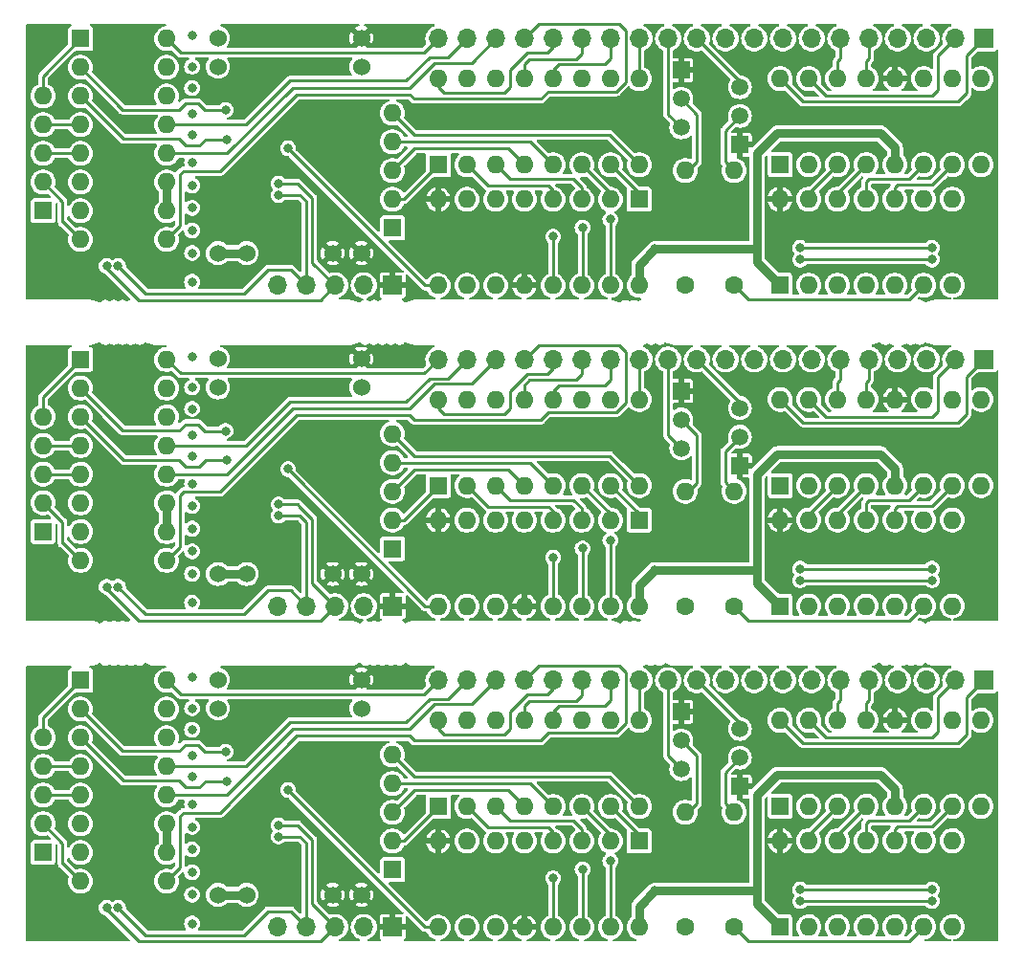
<source format=gbr>
%TF.GenerationSoftware,KiCad,Pcbnew,7.0.7*%
%TF.CreationDate,2023-10-06T22:38:46+01:00*%
%TF.ProjectId,nixie-controller-breakaway-panelized,6e697869-652d-4636-9f6e-74726f6c6c65,rev?*%
%TF.SameCoordinates,Original*%
%TF.FileFunction,Copper,L1,Top*%
%TF.FilePolarity,Positive*%
%FSLAX46Y46*%
G04 Gerber Fmt 4.6, Leading zero omitted, Abs format (unit mm)*
G04 Created by KiCad (PCBNEW 7.0.7) date 2023-10-06 22:38:46*
%MOMM*%
%LPD*%
G01*
G04 APERTURE LIST*
%TA.AperFunction,ComponentPad*%
%ADD10O,1.700000X1.700000*%
%TD*%
%TA.AperFunction,ComponentPad*%
%ADD11R,1.700000X1.700000*%
%TD*%
%TA.AperFunction,ComponentPad*%
%ADD12C,1.500000*%
%TD*%
%TA.AperFunction,ComponentPad*%
%ADD13R,1.500000X1.500000*%
%TD*%
%TA.AperFunction,ComponentPad*%
%ADD14O,1.600000X1.600000*%
%TD*%
%TA.AperFunction,ComponentPad*%
%ADD15R,1.600000X1.600000*%
%TD*%
%TA.AperFunction,ComponentPad*%
%ADD16C,1.600000*%
%TD*%
%TA.AperFunction,ComponentPad*%
%ADD17C,1.524000*%
%TD*%
%TA.AperFunction,ViaPad*%
%ADD18C,0.800000*%
%TD*%
%TA.AperFunction,Conductor*%
%ADD19C,0.250000*%
%TD*%
%TA.AperFunction,Conductor*%
%ADD20C,0.800000*%
%TD*%
G04 APERTURE END LIST*
D10*
%TO.P,J1,5,Pin_5*%
%TO.N,VCC*%
X52324000Y-110902000D03*
%TO.P,J1,4,Pin_4*%
%TO.N,/SDA*%
X54864000Y-110902000D03*
%TO.P,J1,3,Pin_3*%
%TO.N,/SCL*%
X57404000Y-110902000D03*
%TO.P,J1,2,Pin_2*%
%TO.N,unconnected-(J1-Pad2)*%
X59944000Y-110902000D03*
D11*
%TO.P,J1,1,Pin_1*%
%TO.N,GND*%
X62484000Y-110902000D03*
%TD*%
D10*
%TO.P,J3,20,Pin_20*%
%TO.N,/A7*%
X66548000Y-89058000D03*
%TO.P,J3,19,Pin_19*%
%TO.N,/A6*%
X69088000Y-89058000D03*
%TO.P,J3,18,Pin_18*%
%TO.N,/A5*%
X71628000Y-89058000D03*
%TO.P,J3,17,Pin_17*%
%TO.N,/A4*%
X74168000Y-89058000D03*
%TO.P,J3,16,Pin_16*%
%TO.N,/A3*%
X76708000Y-89058000D03*
%TO.P,J3,15,Pin_15*%
%TO.N,/A2*%
X79248000Y-89058000D03*
%TO.P,J3,14,Pin_14*%
%TO.N,/A1*%
X81788000Y-89058000D03*
%TO.P,J3,13,Pin_13*%
%TO.N,/A0*%
X84328000Y-89058000D03*
%TO.P,J3,12,Pin_12*%
%TO.N,/CB*%
X86868000Y-89058000D03*
%TO.P,J3,11,Pin_11*%
%TO.N,/CA*%
X89408000Y-89058000D03*
%TO.P,J3,10,Pin_10*%
%TO.N,/C9*%
X91948000Y-89058000D03*
%TO.P,J3,9,Pin_9*%
%TO.N,/C8*%
X94488000Y-89058000D03*
%TO.P,J3,8,Pin_8*%
%TO.N,/C7*%
X97028000Y-89058000D03*
%TO.P,J3,7,Pin_7*%
%TO.N,/C6*%
X99568000Y-89058000D03*
%TO.P,J3,6,Pin_6*%
%TO.N,/C5*%
X102108000Y-89058000D03*
%TO.P,J3,5,Pin_5*%
%TO.N,/C4*%
X104648000Y-89058000D03*
%TO.P,J3,4,Pin_4*%
%TO.N,/C3*%
X107188000Y-89058000D03*
%TO.P,J3,3,Pin_3*%
%TO.N,/C2*%
X109728000Y-89058000D03*
%TO.P,J3,2,Pin_2*%
%TO.N,/C1*%
X112268000Y-89058000D03*
D11*
%TO.P,J3,1,Pin_1*%
%TO.N,/C0*%
X114808000Y-89058000D03*
%TD*%
D12*
%TO.P,Q2,3,C*%
%TO.N,/CB*%
X88032000Y-96932000D03*
%TO.P,Q2,2,B*%
%TO.N,Net-(Q2-Pad2)*%
X88032000Y-94392000D03*
D13*
%TO.P,Q2,1,E*%
%TO.N,GND*%
X88032000Y-91852000D03*
%TD*%
D14*
%TO.P,U3,16,VCC*%
%TO.N,VCC*%
X84300000Y-110920000D03*
%TO.P,U3,15,A*%
%TO.N,/dig_0*%
X81760000Y-110920000D03*
%TO.P,U3,14,B*%
%TO.N,/dig_1*%
X79220000Y-110920000D03*
%TO.P,U3,13,C*%
%TO.N,/dig_2*%
X76680000Y-110920000D03*
%TO.P,U3,12,D*%
%TO.N,GND*%
X74140000Y-110920000D03*
%TO.P,U3,11,~{Q9}*%
%TO.N,unconnected-(U3-Pad11)*%
X71600000Y-110920000D03*
%TO.P,U3,10,~{Q8}*%
%TO.N,unconnected-(U3-Pad10)*%
X69060000Y-110920000D03*
%TO.P,U3,9,~{Q7}*%
%TO.N,/drv_A7*%
X66520000Y-110920000D03*
%TO.P,U3,8,GND*%
%TO.N,GND*%
X66520000Y-103300000D03*
%TO.P,U3,7,~{Q6}*%
%TO.N,/drv_A6*%
X69060000Y-103300000D03*
%TO.P,U3,6,~{Q5}*%
%TO.N,/drv_A5*%
X71600000Y-103300000D03*
%TO.P,U3,5,~{Q4}*%
%TO.N,/drv_A4*%
X74140000Y-103300000D03*
%TO.P,U3,4,~{Q3}*%
%TO.N,/drv_A3*%
X76680000Y-103300000D03*
%TO.P,U3,3,~{Q2}*%
%TO.N,/drv_A2*%
X79220000Y-103300000D03*
%TO.P,U3,2,~{Q1}*%
%TO.N,/drv_A1*%
X81760000Y-103300000D03*
D15*
%TO.P,U3,1,~{Q0}*%
%TO.N,/drv_A0*%
X84300000Y-103300000D03*
%TD*%
D14*
%TO.P,R1,2*%
%TO.N,Net-(Q1-Pad2)*%
X92710000Y-100742000D03*
D16*
%TO.P,R1,1*%
%TO.N,/LHDP*%
X92710000Y-110902000D03*
%TD*%
D14*
%TO.P,U4,16*%
%TO.N,/A3*%
X66548000Y-92614000D03*
%TO.P,U4,15*%
%TO.N,HT*%
X69088000Y-92614000D03*
%TO.P,U4,14*%
X71628000Y-92614000D03*
%TO.P,U4,13*%
%TO.N,/A2*%
X74168000Y-92614000D03*
%TO.P,U4,12*%
%TO.N,/A1*%
X76708000Y-92614000D03*
%TO.P,U4,11*%
%TO.N,HT*%
X79248000Y-92614000D03*
%TO.P,U4,10*%
X81788000Y-92614000D03*
%TO.P,U4,9*%
%TO.N,/A0*%
X84328000Y-92614000D03*
%TO.P,U4,8*%
%TO.N,Net-(RN1-Pad5)*%
X84328000Y-100234000D03*
%TO.P,U4,7*%
%TO.N,/drv_A0*%
X81788000Y-100234000D03*
%TO.P,U4,6*%
%TO.N,/drv_A1*%
X79248000Y-100234000D03*
%TO.P,U4,5*%
%TO.N,Net-(RN1-Pad4)*%
X76708000Y-100234000D03*
%TO.P,U4,4*%
%TO.N,Net-(RN1-Pad3)*%
X74168000Y-100234000D03*
%TO.P,U4,3*%
%TO.N,/drv_A2*%
X71628000Y-100234000D03*
%TO.P,U4,2*%
%TO.N,/drv_A3*%
X69088000Y-100234000D03*
D15*
%TO.P,U4,1*%
%TO.N,Net-(RN1-Pad2)*%
X66548000Y-100234000D03*
%TD*%
D14*
%TO.P,RN1,5,R4.2*%
%TO.N,Net-(RN1-Pad5)*%
X62484000Y-95662000D03*
%TO.P,RN1,4,R3.2*%
%TO.N,Net-(RN1-Pad4)*%
X62484000Y-98202000D03*
%TO.P,RN1,3,R2.2*%
%TO.N,Net-(RN1-Pad3)*%
X62484000Y-100742000D03*
%TO.P,RN1,2,R1.2*%
%TO.N,Net-(RN1-Pad2)*%
X62484000Y-103282000D03*
D15*
%TO.P,RN1,1,R1.1*%
%TO.N,VCC*%
X62484000Y-105822000D03*
%TD*%
D14*
%TO.P,U2,16,~{Q0}*%
%TO.N,/C0*%
X96789000Y-92604000D03*
%TO.P,U2,15,~{Q1}*%
%TO.N,/C1*%
X99329000Y-92604000D03*
%TO.P,U2,14,~{Q5}*%
%TO.N,/C5*%
X101869000Y-92604000D03*
%TO.P,U2,13,~{Q4}*%
%TO.N,/C4*%
X104409000Y-92604000D03*
%TO.P,U2,12,GND*%
%TO.N,GND*%
X106949000Y-92604000D03*
%TO.P,U2,11,~{Q6}*%
%TO.N,/C6*%
X109489000Y-92604000D03*
%TO.P,U2,10,~{Q7}*%
%TO.N,/C7*%
X112029000Y-92604000D03*
%TO.P,U2,9,~{Q3}*%
%TO.N,/C3*%
X114569000Y-92604000D03*
%TO.P,U2,8,~{Q2}*%
%TO.N,/C2*%
X114569000Y-100224000D03*
%TO.P,U2,7,C*%
%TO.N,/num_2*%
X112029000Y-100224000D03*
%TO.P,U2,6,B*%
%TO.N,/num_1*%
X109489000Y-100224000D03*
%TO.P,U2,5,VCC*%
%TO.N,VCC*%
X106949000Y-100224000D03*
%TO.P,U2,4,D*%
%TO.N,/num_3*%
X104409000Y-100224000D03*
%TO.P,U2,3,A*%
%TO.N,/num_0*%
X101869000Y-100224000D03*
%TO.P,U2,2,~{Q9}*%
%TO.N,/C9*%
X99329000Y-100224000D03*
D15*
%TO.P,U2,1,~{Q8}*%
%TO.N,/C8*%
X96789000Y-100224000D03*
%TD*%
D14*
%TO.P,RN2,5,R4.2*%
%TO.N,Net-(RN2-Pad5)*%
X31574000Y-94138000D03*
%TO.P,RN2,4,R3.2*%
%TO.N,Net-(RN2-Pad4)*%
X31574000Y-96678000D03*
%TO.P,RN2,3,R2.2*%
%TO.N,Net-(RN2-Pad3)*%
X31574000Y-99218000D03*
%TO.P,RN2,2,R1.2*%
%TO.N,Net-(RN2-Pad2)*%
X31574000Y-101758000D03*
D15*
%TO.P,RN2,1,R1.1*%
%TO.N,VCC*%
X31574000Y-104298000D03*
%TD*%
D14*
%TO.P,U5,16*%
%TO.N,/A7*%
X42506000Y-89073000D03*
%TO.P,U5,15*%
%TO.N,HT*%
X42506000Y-91613000D03*
%TO.P,U5,14*%
X42506000Y-94153000D03*
%TO.P,U5,13*%
%TO.N,/A6*%
X42506000Y-96693000D03*
%TO.P,U5,12*%
%TO.N,/A5*%
X42506000Y-99233000D03*
%TO.P,U5,11*%
%TO.N,HT*%
X42506000Y-101773000D03*
%TO.P,U5,10*%
X42506000Y-104313000D03*
%TO.P,U5,9*%
%TO.N,/A4*%
X42506000Y-106853000D03*
%TO.P,U5,8*%
%TO.N,Net-(RN2-Pad2)*%
X34886000Y-106853000D03*
%TO.P,U5,7*%
%TO.N,/drv_A4*%
X34886000Y-104313000D03*
%TO.P,U5,6*%
%TO.N,/drv_A5*%
X34886000Y-101773000D03*
%TO.P,U5,5*%
%TO.N,Net-(RN2-Pad3)*%
X34886000Y-99233000D03*
%TO.P,U5,4*%
%TO.N,Net-(RN2-Pad4)*%
X34886000Y-96693000D03*
%TO.P,U5,3*%
%TO.N,/drv_A6*%
X34886000Y-94153000D03*
%TO.P,U5,2*%
%TO.N,/drv_A7*%
X34886000Y-91613000D03*
D15*
%TO.P,U5,1*%
%TO.N,Net-(RN2-Pad5)*%
X34886000Y-89073000D03*
%TD*%
D14*
%TO.P,R2,2*%
%TO.N,Net-(Q2-Pad2)*%
X88392000Y-100742000D03*
D16*
%TO.P,R2,1*%
%TO.N,/RHDP*%
X88392000Y-110902000D03*
%TD*%
D17*
%TO.P,U6,3,HV*%
%TO.N,HT*%
X47050000Y-89010000D03*
X47050000Y-91550000D03*
%TO.P,U6,2,GND*%
%TO.N,GND*%
X57210000Y-108060000D03*
X59750000Y-89010000D03*
X59750000Y-91550000D03*
X59750000Y-108060000D03*
%TO.P,U6,1,Vcc*%
%TO.N,VCC*%
X47050000Y-108060000D03*
X49590000Y-108060000D03*
%TD*%
D14*
%TO.P,U1,14,GND*%
%TO.N,GND*%
X96769000Y-103272000D03*
%TO.P,U1,13,AREF/PA0*%
%TO.N,/num_0*%
X99309000Y-103272000D03*
%TO.P,U1,12,PA1*%
%TO.N,/num_3*%
X101849000Y-103272000D03*
%TO.P,U1,11,PA2*%
%TO.N,/num_1*%
X104389000Y-103272000D03*
%TO.P,U1,10,PA3*%
%TO.N,/num_2*%
X106929000Y-103272000D03*
%TO.P,U1,9,PA4*%
%TO.N,/SCL*%
X109469000Y-103272000D03*
%TO.P,U1,8,PA5*%
%TO.N,/RHDP*%
X112009000Y-103272000D03*
%TO.P,U1,7,PA6*%
%TO.N,/SDA*%
X112009000Y-110892000D03*
%TO.P,U1,6,PA7*%
%TO.N,/LHDP*%
X109469000Y-110892000D03*
%TO.P,U1,5,PB2*%
%TO.N,/dig_0*%
X106929000Y-110892000D03*
%TO.P,U1,4,~{RESET}/PB3*%
%TO.N,unconnected-(U1-Pad4)*%
X104389000Y-110892000D03*
%TO.P,U1,3,XTAL2/PB1*%
%TO.N,/dig_1*%
X101849000Y-110892000D03*
%TO.P,U1,2,XTAL1/PB0*%
%TO.N,/dig_2*%
X99309000Y-110892000D03*
D15*
%TO.P,U1,1,VCC*%
%TO.N,VCC*%
X96769000Y-110892000D03*
%TD*%
D12*
%TO.P,Q1,3,C*%
%TO.N,/CA*%
X93218000Y-93376000D03*
%TO.P,Q1,2,B*%
%TO.N,Net-(Q1-Pad2)*%
X93218000Y-95916000D03*
D13*
%TO.P,Q1,1,E*%
%TO.N,GND*%
X93218000Y-98456000D03*
%TD*%
D10*
%TO.P,J1,5,Pin_5*%
%TO.N,VCC*%
X52324000Y-82502000D03*
%TO.P,J1,4,Pin_4*%
%TO.N,/SDA*%
X54864000Y-82502000D03*
%TO.P,J1,3,Pin_3*%
%TO.N,/SCL*%
X57404000Y-82502000D03*
%TO.P,J1,2,Pin_2*%
%TO.N,unconnected-(J1-Pad2)*%
X59944000Y-82502000D03*
D11*
%TO.P,J1,1,Pin_1*%
%TO.N,GND*%
X62484000Y-82502000D03*
%TD*%
D10*
%TO.P,J3,20,Pin_20*%
%TO.N,/A7*%
X66548000Y-60658000D03*
%TO.P,J3,19,Pin_19*%
%TO.N,/A6*%
X69088000Y-60658000D03*
%TO.P,J3,18,Pin_18*%
%TO.N,/A5*%
X71628000Y-60658000D03*
%TO.P,J3,17,Pin_17*%
%TO.N,/A4*%
X74168000Y-60658000D03*
%TO.P,J3,16,Pin_16*%
%TO.N,/A3*%
X76708000Y-60658000D03*
%TO.P,J3,15,Pin_15*%
%TO.N,/A2*%
X79248000Y-60658000D03*
%TO.P,J3,14,Pin_14*%
%TO.N,/A1*%
X81788000Y-60658000D03*
%TO.P,J3,13,Pin_13*%
%TO.N,/A0*%
X84328000Y-60658000D03*
%TO.P,J3,12,Pin_12*%
%TO.N,/CB*%
X86868000Y-60658000D03*
%TO.P,J3,11,Pin_11*%
%TO.N,/CA*%
X89408000Y-60658000D03*
%TO.P,J3,10,Pin_10*%
%TO.N,/C9*%
X91948000Y-60658000D03*
%TO.P,J3,9,Pin_9*%
%TO.N,/C8*%
X94488000Y-60658000D03*
%TO.P,J3,8,Pin_8*%
%TO.N,/C7*%
X97028000Y-60658000D03*
%TO.P,J3,7,Pin_7*%
%TO.N,/C6*%
X99568000Y-60658000D03*
%TO.P,J3,6,Pin_6*%
%TO.N,/C5*%
X102108000Y-60658000D03*
%TO.P,J3,5,Pin_5*%
%TO.N,/C4*%
X104648000Y-60658000D03*
%TO.P,J3,4,Pin_4*%
%TO.N,/C3*%
X107188000Y-60658000D03*
%TO.P,J3,3,Pin_3*%
%TO.N,/C2*%
X109728000Y-60658000D03*
%TO.P,J3,2,Pin_2*%
%TO.N,/C1*%
X112268000Y-60658000D03*
D11*
%TO.P,J3,1,Pin_1*%
%TO.N,/C0*%
X114808000Y-60658000D03*
%TD*%
D12*
%TO.P,Q2,3,C*%
%TO.N,/CB*%
X88032000Y-68532000D03*
%TO.P,Q2,2,B*%
%TO.N,Net-(Q2-Pad2)*%
X88032000Y-65992000D03*
D13*
%TO.P,Q2,1,E*%
%TO.N,GND*%
X88032000Y-63452000D03*
%TD*%
D14*
%TO.P,U3,16,VCC*%
%TO.N,VCC*%
X84300000Y-82520000D03*
%TO.P,U3,15,A*%
%TO.N,/dig_0*%
X81760000Y-82520000D03*
%TO.P,U3,14,B*%
%TO.N,/dig_1*%
X79220000Y-82520000D03*
%TO.P,U3,13,C*%
%TO.N,/dig_2*%
X76680000Y-82520000D03*
%TO.P,U3,12,D*%
%TO.N,GND*%
X74140000Y-82520000D03*
%TO.P,U3,11,~{Q9}*%
%TO.N,unconnected-(U3-Pad11)*%
X71600000Y-82520000D03*
%TO.P,U3,10,~{Q8}*%
%TO.N,unconnected-(U3-Pad10)*%
X69060000Y-82520000D03*
%TO.P,U3,9,~{Q7}*%
%TO.N,/drv_A7*%
X66520000Y-82520000D03*
%TO.P,U3,8,GND*%
%TO.N,GND*%
X66520000Y-74900000D03*
%TO.P,U3,7,~{Q6}*%
%TO.N,/drv_A6*%
X69060000Y-74900000D03*
%TO.P,U3,6,~{Q5}*%
%TO.N,/drv_A5*%
X71600000Y-74900000D03*
%TO.P,U3,5,~{Q4}*%
%TO.N,/drv_A4*%
X74140000Y-74900000D03*
%TO.P,U3,4,~{Q3}*%
%TO.N,/drv_A3*%
X76680000Y-74900000D03*
%TO.P,U3,3,~{Q2}*%
%TO.N,/drv_A2*%
X79220000Y-74900000D03*
%TO.P,U3,2,~{Q1}*%
%TO.N,/drv_A1*%
X81760000Y-74900000D03*
D15*
%TO.P,U3,1,~{Q0}*%
%TO.N,/drv_A0*%
X84300000Y-74900000D03*
%TD*%
D14*
%TO.P,R1,2*%
%TO.N,Net-(Q1-Pad2)*%
X92710000Y-72342000D03*
D16*
%TO.P,R1,1*%
%TO.N,/LHDP*%
X92710000Y-82502000D03*
%TD*%
D14*
%TO.P,U4,16*%
%TO.N,/A3*%
X66548000Y-64214000D03*
%TO.P,U4,15*%
%TO.N,HT*%
X69088000Y-64214000D03*
%TO.P,U4,14*%
X71628000Y-64214000D03*
%TO.P,U4,13*%
%TO.N,/A2*%
X74168000Y-64214000D03*
%TO.P,U4,12*%
%TO.N,/A1*%
X76708000Y-64214000D03*
%TO.P,U4,11*%
%TO.N,HT*%
X79248000Y-64214000D03*
%TO.P,U4,10*%
X81788000Y-64214000D03*
%TO.P,U4,9*%
%TO.N,/A0*%
X84328000Y-64214000D03*
%TO.P,U4,8*%
%TO.N,Net-(RN1-Pad5)*%
X84328000Y-71834000D03*
%TO.P,U4,7*%
%TO.N,/drv_A0*%
X81788000Y-71834000D03*
%TO.P,U4,6*%
%TO.N,/drv_A1*%
X79248000Y-71834000D03*
%TO.P,U4,5*%
%TO.N,Net-(RN1-Pad4)*%
X76708000Y-71834000D03*
%TO.P,U4,4*%
%TO.N,Net-(RN1-Pad3)*%
X74168000Y-71834000D03*
%TO.P,U4,3*%
%TO.N,/drv_A2*%
X71628000Y-71834000D03*
%TO.P,U4,2*%
%TO.N,/drv_A3*%
X69088000Y-71834000D03*
D15*
%TO.P,U4,1*%
%TO.N,Net-(RN1-Pad2)*%
X66548000Y-71834000D03*
%TD*%
D14*
%TO.P,RN1,5,R4.2*%
%TO.N,Net-(RN1-Pad5)*%
X62484000Y-67262000D03*
%TO.P,RN1,4,R3.2*%
%TO.N,Net-(RN1-Pad4)*%
X62484000Y-69802000D03*
%TO.P,RN1,3,R2.2*%
%TO.N,Net-(RN1-Pad3)*%
X62484000Y-72342000D03*
%TO.P,RN1,2,R1.2*%
%TO.N,Net-(RN1-Pad2)*%
X62484000Y-74882000D03*
D15*
%TO.P,RN1,1,R1.1*%
%TO.N,VCC*%
X62484000Y-77422000D03*
%TD*%
D14*
%TO.P,U2,16,~{Q0}*%
%TO.N,/C0*%
X96789000Y-64204000D03*
%TO.P,U2,15,~{Q1}*%
%TO.N,/C1*%
X99329000Y-64204000D03*
%TO.P,U2,14,~{Q5}*%
%TO.N,/C5*%
X101869000Y-64204000D03*
%TO.P,U2,13,~{Q4}*%
%TO.N,/C4*%
X104409000Y-64204000D03*
%TO.P,U2,12,GND*%
%TO.N,GND*%
X106949000Y-64204000D03*
%TO.P,U2,11,~{Q6}*%
%TO.N,/C6*%
X109489000Y-64204000D03*
%TO.P,U2,10,~{Q7}*%
%TO.N,/C7*%
X112029000Y-64204000D03*
%TO.P,U2,9,~{Q3}*%
%TO.N,/C3*%
X114569000Y-64204000D03*
%TO.P,U2,8,~{Q2}*%
%TO.N,/C2*%
X114569000Y-71824000D03*
%TO.P,U2,7,C*%
%TO.N,/num_2*%
X112029000Y-71824000D03*
%TO.P,U2,6,B*%
%TO.N,/num_1*%
X109489000Y-71824000D03*
%TO.P,U2,5,VCC*%
%TO.N,VCC*%
X106949000Y-71824000D03*
%TO.P,U2,4,D*%
%TO.N,/num_3*%
X104409000Y-71824000D03*
%TO.P,U2,3,A*%
%TO.N,/num_0*%
X101869000Y-71824000D03*
%TO.P,U2,2,~{Q9}*%
%TO.N,/C9*%
X99329000Y-71824000D03*
D15*
%TO.P,U2,1,~{Q8}*%
%TO.N,/C8*%
X96789000Y-71824000D03*
%TD*%
D14*
%TO.P,RN2,5,R4.2*%
%TO.N,Net-(RN2-Pad5)*%
X31574000Y-65738000D03*
%TO.P,RN2,4,R3.2*%
%TO.N,Net-(RN2-Pad4)*%
X31574000Y-68278000D03*
%TO.P,RN2,3,R2.2*%
%TO.N,Net-(RN2-Pad3)*%
X31574000Y-70818000D03*
%TO.P,RN2,2,R1.2*%
%TO.N,Net-(RN2-Pad2)*%
X31574000Y-73358000D03*
D15*
%TO.P,RN2,1,R1.1*%
%TO.N,VCC*%
X31574000Y-75898000D03*
%TD*%
D14*
%TO.P,U5,16*%
%TO.N,/A7*%
X42506000Y-60673000D03*
%TO.P,U5,15*%
%TO.N,HT*%
X42506000Y-63213000D03*
%TO.P,U5,14*%
X42506000Y-65753000D03*
%TO.P,U5,13*%
%TO.N,/A6*%
X42506000Y-68293000D03*
%TO.P,U5,12*%
%TO.N,/A5*%
X42506000Y-70833000D03*
%TO.P,U5,11*%
%TO.N,HT*%
X42506000Y-73373000D03*
%TO.P,U5,10*%
X42506000Y-75913000D03*
%TO.P,U5,9*%
%TO.N,/A4*%
X42506000Y-78453000D03*
%TO.P,U5,8*%
%TO.N,Net-(RN2-Pad2)*%
X34886000Y-78453000D03*
%TO.P,U5,7*%
%TO.N,/drv_A4*%
X34886000Y-75913000D03*
%TO.P,U5,6*%
%TO.N,/drv_A5*%
X34886000Y-73373000D03*
%TO.P,U5,5*%
%TO.N,Net-(RN2-Pad3)*%
X34886000Y-70833000D03*
%TO.P,U5,4*%
%TO.N,Net-(RN2-Pad4)*%
X34886000Y-68293000D03*
%TO.P,U5,3*%
%TO.N,/drv_A6*%
X34886000Y-65753000D03*
%TO.P,U5,2*%
%TO.N,/drv_A7*%
X34886000Y-63213000D03*
D15*
%TO.P,U5,1*%
%TO.N,Net-(RN2-Pad5)*%
X34886000Y-60673000D03*
%TD*%
D14*
%TO.P,R2,2*%
%TO.N,Net-(Q2-Pad2)*%
X88392000Y-72342000D03*
D16*
%TO.P,R2,1*%
%TO.N,/RHDP*%
X88392000Y-82502000D03*
%TD*%
D17*
%TO.P,U6,3,HV*%
%TO.N,HT*%
X47050000Y-60610000D03*
X47050000Y-63150000D03*
%TO.P,U6,2,GND*%
%TO.N,GND*%
X57210000Y-79660000D03*
X59750000Y-60610000D03*
X59750000Y-63150000D03*
X59750000Y-79660000D03*
%TO.P,U6,1,Vcc*%
%TO.N,VCC*%
X47050000Y-79660000D03*
X49590000Y-79660000D03*
%TD*%
D14*
%TO.P,U1,14,GND*%
%TO.N,GND*%
X96769000Y-74872000D03*
%TO.P,U1,13,AREF/PA0*%
%TO.N,/num_0*%
X99309000Y-74872000D03*
%TO.P,U1,12,PA1*%
%TO.N,/num_3*%
X101849000Y-74872000D03*
%TO.P,U1,11,PA2*%
%TO.N,/num_1*%
X104389000Y-74872000D03*
%TO.P,U1,10,PA3*%
%TO.N,/num_2*%
X106929000Y-74872000D03*
%TO.P,U1,9,PA4*%
%TO.N,/SCL*%
X109469000Y-74872000D03*
%TO.P,U1,8,PA5*%
%TO.N,/RHDP*%
X112009000Y-74872000D03*
%TO.P,U1,7,PA6*%
%TO.N,/SDA*%
X112009000Y-82492000D03*
%TO.P,U1,6,PA7*%
%TO.N,/LHDP*%
X109469000Y-82492000D03*
%TO.P,U1,5,PB2*%
%TO.N,/dig_0*%
X106929000Y-82492000D03*
%TO.P,U1,4,~{RESET}/PB3*%
%TO.N,unconnected-(U1-Pad4)*%
X104389000Y-82492000D03*
%TO.P,U1,3,XTAL2/PB1*%
%TO.N,/dig_1*%
X101849000Y-82492000D03*
%TO.P,U1,2,XTAL1/PB0*%
%TO.N,/dig_2*%
X99309000Y-82492000D03*
D15*
%TO.P,U1,1,VCC*%
%TO.N,VCC*%
X96769000Y-82492000D03*
%TD*%
D12*
%TO.P,Q1,3,C*%
%TO.N,/CA*%
X93218000Y-64976000D03*
%TO.P,Q1,2,B*%
%TO.N,Net-(Q1-Pad2)*%
X93218000Y-67516000D03*
D13*
%TO.P,Q1,1,E*%
%TO.N,GND*%
X93218000Y-70056000D03*
%TD*%
D14*
%TO.P,U1,14,GND*%
%TO.N,GND*%
X96769000Y-46472000D03*
%TO.P,U1,13,AREF/PA0*%
%TO.N,/num_0*%
X99309000Y-46472000D03*
%TO.P,U1,12,PA1*%
%TO.N,/num_3*%
X101849000Y-46472000D03*
%TO.P,U1,11,PA2*%
%TO.N,/num_1*%
X104389000Y-46472000D03*
%TO.P,U1,10,PA3*%
%TO.N,/num_2*%
X106929000Y-46472000D03*
%TO.P,U1,9,PA4*%
%TO.N,/SCL*%
X109469000Y-46472000D03*
%TO.P,U1,8,PA5*%
%TO.N,/RHDP*%
X112009000Y-46472000D03*
%TO.P,U1,7,PA6*%
%TO.N,/SDA*%
X112009000Y-54092000D03*
%TO.P,U1,6,PA7*%
%TO.N,/LHDP*%
X109469000Y-54092000D03*
%TO.P,U1,5,PB2*%
%TO.N,/dig_0*%
X106929000Y-54092000D03*
%TO.P,U1,4,~{RESET}/PB3*%
%TO.N,unconnected-(U1-Pad4)*%
X104389000Y-54092000D03*
%TO.P,U1,3,XTAL2/PB1*%
%TO.N,/dig_1*%
X101849000Y-54092000D03*
%TO.P,U1,2,XTAL1/PB0*%
%TO.N,/dig_2*%
X99309000Y-54092000D03*
D15*
%TO.P,U1,1,VCC*%
%TO.N,VCC*%
X96769000Y-54092000D03*
%TD*%
D12*
%TO.P,Q1,3,C*%
%TO.N,/CA*%
X93218000Y-36576000D03*
%TO.P,Q1,2,B*%
%TO.N,Net-(Q1-Pad2)*%
X93218000Y-39116000D03*
D13*
%TO.P,Q1,1,E*%
%TO.N,GND*%
X93218000Y-41656000D03*
%TD*%
D17*
%TO.P,U6,3,HV*%
%TO.N,HT*%
X47050000Y-32210000D03*
X47050000Y-34750000D03*
%TO.P,U6,2,GND*%
%TO.N,GND*%
X57210000Y-51260000D03*
X59750000Y-32210000D03*
X59750000Y-34750000D03*
X59750000Y-51260000D03*
%TO.P,U6,1,Vcc*%
%TO.N,VCC*%
X47050000Y-51260000D03*
X49590000Y-51260000D03*
%TD*%
D14*
%TO.P,R2,2*%
%TO.N,Net-(Q2-Pad2)*%
X88392000Y-43942000D03*
D16*
%TO.P,R2,1*%
%TO.N,/RHDP*%
X88392000Y-54102000D03*
%TD*%
D14*
%TO.P,U5,16*%
%TO.N,/A7*%
X42506000Y-32273000D03*
%TO.P,U5,15*%
%TO.N,HT*%
X42506000Y-34813000D03*
%TO.P,U5,14*%
X42506000Y-37353000D03*
%TO.P,U5,13*%
%TO.N,/A6*%
X42506000Y-39893000D03*
%TO.P,U5,12*%
%TO.N,/A5*%
X42506000Y-42433000D03*
%TO.P,U5,11*%
%TO.N,HT*%
X42506000Y-44973000D03*
%TO.P,U5,10*%
X42506000Y-47513000D03*
%TO.P,U5,9*%
%TO.N,/A4*%
X42506000Y-50053000D03*
%TO.P,U5,8*%
%TO.N,Net-(RN2-Pad2)*%
X34886000Y-50053000D03*
%TO.P,U5,7*%
%TO.N,/drv_A4*%
X34886000Y-47513000D03*
%TO.P,U5,6*%
%TO.N,/drv_A5*%
X34886000Y-44973000D03*
%TO.P,U5,5*%
%TO.N,Net-(RN2-Pad3)*%
X34886000Y-42433000D03*
%TO.P,U5,4*%
%TO.N,Net-(RN2-Pad4)*%
X34886000Y-39893000D03*
%TO.P,U5,3*%
%TO.N,/drv_A6*%
X34886000Y-37353000D03*
%TO.P,U5,2*%
%TO.N,/drv_A7*%
X34886000Y-34813000D03*
D15*
%TO.P,U5,1*%
%TO.N,Net-(RN2-Pad5)*%
X34886000Y-32273000D03*
%TD*%
D14*
%TO.P,RN2,5,R4.2*%
%TO.N,Net-(RN2-Pad5)*%
X31574000Y-37338000D03*
%TO.P,RN2,4,R3.2*%
%TO.N,Net-(RN2-Pad4)*%
X31574000Y-39878000D03*
%TO.P,RN2,3,R2.2*%
%TO.N,Net-(RN2-Pad3)*%
X31574000Y-42418000D03*
%TO.P,RN2,2,R1.2*%
%TO.N,Net-(RN2-Pad2)*%
X31574000Y-44958000D03*
D15*
%TO.P,RN2,1,R1.1*%
%TO.N,VCC*%
X31574000Y-47498000D03*
%TD*%
D14*
%TO.P,U2,16,~{Q0}*%
%TO.N,/C0*%
X96789000Y-35804000D03*
%TO.P,U2,15,~{Q1}*%
%TO.N,/C1*%
X99329000Y-35804000D03*
%TO.P,U2,14,~{Q5}*%
%TO.N,/C5*%
X101869000Y-35804000D03*
%TO.P,U2,13,~{Q4}*%
%TO.N,/C4*%
X104409000Y-35804000D03*
%TO.P,U2,12,GND*%
%TO.N,GND*%
X106949000Y-35804000D03*
%TO.P,U2,11,~{Q6}*%
%TO.N,/C6*%
X109489000Y-35804000D03*
%TO.P,U2,10,~{Q7}*%
%TO.N,/C7*%
X112029000Y-35804000D03*
%TO.P,U2,9,~{Q3}*%
%TO.N,/C3*%
X114569000Y-35804000D03*
%TO.P,U2,8,~{Q2}*%
%TO.N,/C2*%
X114569000Y-43424000D03*
%TO.P,U2,7,C*%
%TO.N,/num_2*%
X112029000Y-43424000D03*
%TO.P,U2,6,B*%
%TO.N,/num_1*%
X109489000Y-43424000D03*
%TO.P,U2,5,VCC*%
%TO.N,VCC*%
X106949000Y-43424000D03*
%TO.P,U2,4,D*%
%TO.N,/num_3*%
X104409000Y-43424000D03*
%TO.P,U2,3,A*%
%TO.N,/num_0*%
X101869000Y-43424000D03*
%TO.P,U2,2,~{Q9}*%
%TO.N,/C9*%
X99329000Y-43424000D03*
D15*
%TO.P,U2,1,~{Q8}*%
%TO.N,/C8*%
X96789000Y-43424000D03*
%TD*%
D14*
%TO.P,RN1,5,R4.2*%
%TO.N,Net-(RN1-Pad5)*%
X62484000Y-38862000D03*
%TO.P,RN1,4,R3.2*%
%TO.N,Net-(RN1-Pad4)*%
X62484000Y-41402000D03*
%TO.P,RN1,3,R2.2*%
%TO.N,Net-(RN1-Pad3)*%
X62484000Y-43942000D03*
%TO.P,RN1,2,R1.2*%
%TO.N,Net-(RN1-Pad2)*%
X62484000Y-46482000D03*
D15*
%TO.P,RN1,1,R1.1*%
%TO.N,VCC*%
X62484000Y-49022000D03*
%TD*%
D14*
%TO.P,U4,16*%
%TO.N,/A3*%
X66548000Y-35814000D03*
%TO.P,U4,15*%
%TO.N,HT*%
X69088000Y-35814000D03*
%TO.P,U4,14*%
X71628000Y-35814000D03*
%TO.P,U4,13*%
%TO.N,/A2*%
X74168000Y-35814000D03*
%TO.P,U4,12*%
%TO.N,/A1*%
X76708000Y-35814000D03*
%TO.P,U4,11*%
%TO.N,HT*%
X79248000Y-35814000D03*
%TO.P,U4,10*%
X81788000Y-35814000D03*
%TO.P,U4,9*%
%TO.N,/A0*%
X84328000Y-35814000D03*
%TO.P,U4,8*%
%TO.N,Net-(RN1-Pad5)*%
X84328000Y-43434000D03*
%TO.P,U4,7*%
%TO.N,/drv_A0*%
X81788000Y-43434000D03*
%TO.P,U4,6*%
%TO.N,/drv_A1*%
X79248000Y-43434000D03*
%TO.P,U4,5*%
%TO.N,Net-(RN1-Pad4)*%
X76708000Y-43434000D03*
%TO.P,U4,4*%
%TO.N,Net-(RN1-Pad3)*%
X74168000Y-43434000D03*
%TO.P,U4,3*%
%TO.N,/drv_A2*%
X71628000Y-43434000D03*
%TO.P,U4,2*%
%TO.N,/drv_A3*%
X69088000Y-43434000D03*
D15*
%TO.P,U4,1*%
%TO.N,Net-(RN1-Pad2)*%
X66548000Y-43434000D03*
%TD*%
D14*
%TO.P,R1,2*%
%TO.N,Net-(Q1-Pad2)*%
X92710000Y-43942000D03*
D16*
%TO.P,R1,1*%
%TO.N,/LHDP*%
X92710000Y-54102000D03*
%TD*%
D14*
%TO.P,U3,16,VCC*%
%TO.N,VCC*%
X84300000Y-54120000D03*
%TO.P,U3,15,A*%
%TO.N,/dig_0*%
X81760000Y-54120000D03*
%TO.P,U3,14,B*%
%TO.N,/dig_1*%
X79220000Y-54120000D03*
%TO.P,U3,13,C*%
%TO.N,/dig_2*%
X76680000Y-54120000D03*
%TO.P,U3,12,D*%
%TO.N,GND*%
X74140000Y-54120000D03*
%TO.P,U3,11,~{Q9}*%
%TO.N,unconnected-(U3-Pad11)*%
X71600000Y-54120000D03*
%TO.P,U3,10,~{Q8}*%
%TO.N,unconnected-(U3-Pad10)*%
X69060000Y-54120000D03*
%TO.P,U3,9,~{Q7}*%
%TO.N,/drv_A7*%
X66520000Y-54120000D03*
%TO.P,U3,8,GND*%
%TO.N,GND*%
X66520000Y-46500000D03*
%TO.P,U3,7,~{Q6}*%
%TO.N,/drv_A6*%
X69060000Y-46500000D03*
%TO.P,U3,6,~{Q5}*%
%TO.N,/drv_A5*%
X71600000Y-46500000D03*
%TO.P,U3,5,~{Q4}*%
%TO.N,/drv_A4*%
X74140000Y-46500000D03*
%TO.P,U3,4,~{Q3}*%
%TO.N,/drv_A3*%
X76680000Y-46500000D03*
%TO.P,U3,3,~{Q2}*%
%TO.N,/drv_A2*%
X79220000Y-46500000D03*
%TO.P,U3,2,~{Q1}*%
%TO.N,/drv_A1*%
X81760000Y-46500000D03*
D15*
%TO.P,U3,1,~{Q0}*%
%TO.N,/drv_A0*%
X84300000Y-46500000D03*
%TD*%
D10*
%TO.P,J3,20,Pin_20*%
%TO.N,/A7*%
X66548000Y-32258000D03*
%TO.P,J3,19,Pin_19*%
%TO.N,/A6*%
X69088000Y-32258000D03*
%TO.P,J3,18,Pin_18*%
%TO.N,/A5*%
X71628000Y-32258000D03*
%TO.P,J3,17,Pin_17*%
%TO.N,/A4*%
X74168000Y-32258000D03*
%TO.P,J3,16,Pin_16*%
%TO.N,/A3*%
X76708000Y-32258000D03*
%TO.P,J3,15,Pin_15*%
%TO.N,/A2*%
X79248000Y-32258000D03*
%TO.P,J3,14,Pin_14*%
%TO.N,/A1*%
X81788000Y-32258000D03*
%TO.P,J3,13,Pin_13*%
%TO.N,/A0*%
X84328000Y-32258000D03*
%TO.P,J3,12,Pin_12*%
%TO.N,/CB*%
X86868000Y-32258000D03*
%TO.P,J3,11,Pin_11*%
%TO.N,/CA*%
X89408000Y-32258000D03*
%TO.P,J3,10,Pin_10*%
%TO.N,/C9*%
X91948000Y-32258000D03*
%TO.P,J3,9,Pin_9*%
%TO.N,/C8*%
X94488000Y-32258000D03*
%TO.P,J3,8,Pin_8*%
%TO.N,/C7*%
X97028000Y-32258000D03*
%TO.P,J3,7,Pin_7*%
%TO.N,/C6*%
X99568000Y-32258000D03*
%TO.P,J3,6,Pin_6*%
%TO.N,/C5*%
X102108000Y-32258000D03*
%TO.P,J3,5,Pin_5*%
%TO.N,/C4*%
X104648000Y-32258000D03*
%TO.P,J3,4,Pin_4*%
%TO.N,/C3*%
X107188000Y-32258000D03*
%TO.P,J3,3,Pin_3*%
%TO.N,/C2*%
X109728000Y-32258000D03*
%TO.P,J3,2,Pin_2*%
%TO.N,/C1*%
X112268000Y-32258000D03*
D11*
%TO.P,J3,1,Pin_1*%
%TO.N,/C0*%
X114808000Y-32258000D03*
%TD*%
D10*
%TO.P,J1,5,Pin_5*%
%TO.N,VCC*%
X52324000Y-54102000D03*
%TO.P,J1,4,Pin_4*%
%TO.N,/SDA*%
X54864000Y-54102000D03*
%TO.P,J1,3,Pin_3*%
%TO.N,/SCL*%
X57404000Y-54102000D03*
%TO.P,J1,2,Pin_2*%
%TO.N,unconnected-(J1-Pad2)*%
X59944000Y-54102000D03*
D11*
%TO.P,J1,1,Pin_1*%
%TO.N,GND*%
X62484000Y-54102000D03*
%TD*%
D12*
%TO.P,Q2,3,C*%
%TO.N,/CB*%
X88032000Y-40132000D03*
%TO.P,Q2,2,B*%
%TO.N,Net-(Q2-Pad2)*%
X88032000Y-37592000D03*
D13*
%TO.P,Q2,1,E*%
%TO.N,GND*%
X88032000Y-35052000D03*
%TD*%
D18*
%TO.N,/drv_A6*%
X47800000Y-98000000D03*
%TO.N,/drv_A7*%
X53234500Y-98775500D03*
X47700000Y-95400000D03*
%TO.N,/dig_2*%
X76700000Y-106600000D03*
%TO.N,/dig_1*%
X79300000Y-105800000D03*
%TO.N,/dig_0*%
X81760000Y-105075500D03*
%TO.N,*%
X44750000Y-104050000D03*
X44750000Y-97600000D03*
%TO.N,GND*%
X30800000Y-111600000D03*
X30812000Y-88550000D03*
X62484000Y-88550000D03*
%TO.N,*%
X44750000Y-110600000D03*
X44750000Y-95750000D03*
X44750000Y-106050000D03*
X44750000Y-100050000D03*
X44750000Y-108050000D03*
%TO.N,VCC*%
X94742000Y-107700000D03*
X85700000Y-107700000D03*
%TO.N,/SDA*%
X98552000Y-107600000D03*
X38200000Y-109200000D03*
X52400000Y-102900000D03*
X110200000Y-107600000D03*
%TO.N,/SCL*%
X98552000Y-108616000D03*
X110200000Y-108616000D03*
X52400000Y-101900497D03*
X37200497Y-109200000D03*
%TO.N,GND*%
X40210000Y-109200000D03*
X110236000Y-105568000D03*
X48525000Y-104900000D03*
X47200000Y-102000000D03*
X115316000Y-111664000D03*
X112776000Y-105568000D03*
%TO.N,*%
X44750000Y-91550000D03*
X44750000Y-88800000D03*
X44750000Y-93450000D03*
X44750000Y-102050000D03*
%TO.N,/drv_A6*%
X47800000Y-69600000D03*
%TO.N,/drv_A7*%
X53234500Y-70375500D03*
X47700000Y-67000000D03*
%TO.N,/dig_2*%
X76700000Y-78200000D03*
%TO.N,/dig_1*%
X79300000Y-77400000D03*
%TO.N,/dig_0*%
X81760000Y-76675500D03*
%TO.N,*%
X44750000Y-75650000D03*
X44750000Y-69200000D03*
%TO.N,GND*%
X30800000Y-83200000D03*
X30812000Y-60150000D03*
X62484000Y-60150000D03*
%TO.N,*%
X44750000Y-82200000D03*
X44750000Y-67350000D03*
X44750000Y-77650000D03*
X44750000Y-71650000D03*
X44750000Y-79650000D03*
%TO.N,VCC*%
X94742000Y-79300000D03*
X85700000Y-79300000D03*
%TO.N,/SDA*%
X98552000Y-79200000D03*
X38200000Y-80800000D03*
X52400000Y-74500000D03*
X110200000Y-79200000D03*
%TO.N,/SCL*%
X98552000Y-80216000D03*
X110200000Y-80216000D03*
X52400000Y-73500497D03*
X37200497Y-80800000D03*
%TO.N,GND*%
X40210000Y-80800000D03*
X110236000Y-77168000D03*
X48525000Y-76500000D03*
X47200000Y-73600000D03*
X115316000Y-83264000D03*
X112776000Y-77168000D03*
%TO.N,*%
X44750000Y-63150000D03*
X44750000Y-60400000D03*
X44750000Y-65050000D03*
X44750000Y-73650000D03*
X44750000Y-47250000D03*
X44750000Y-45250000D03*
X44750000Y-36650000D03*
X44750000Y-51250000D03*
X44750000Y-49250000D03*
X44750000Y-38950000D03*
X44750000Y-53800000D03*
X44750000Y-43250000D03*
X44750000Y-40800000D03*
X44750000Y-32000000D03*
X44750000Y-34750000D03*
%TO.N,GND*%
X112776000Y-48768000D03*
X115316000Y-54864000D03*
X47200000Y-45200000D03*
X48525000Y-48100000D03*
X110236000Y-48768000D03*
X62484000Y-31750000D03*
X30812000Y-31750000D03*
X30800000Y-54800000D03*
X40210000Y-52400000D03*
%TO.N,/SCL*%
X37200497Y-52400000D03*
X52400000Y-45100497D03*
X110200000Y-51816000D03*
X98552000Y-51816000D03*
%TO.N,/SDA*%
X110200000Y-50800000D03*
X52400000Y-46100000D03*
X38200000Y-52400000D03*
X98552000Y-50800000D03*
%TO.N,VCC*%
X85700000Y-50900000D03*
X94742000Y-50900000D03*
%TO.N,/dig_0*%
X81760000Y-48275500D03*
%TO.N,/dig_1*%
X79300000Y-49000000D03*
%TO.N,/dig_2*%
X76700000Y-49800000D03*
%TO.N,/drv_A7*%
X47700000Y-38600000D03*
X53234500Y-41975500D03*
%TO.N,/drv_A6*%
X47800000Y-41200000D03*
%TD*%
D19*
%TO.N,Net-(RN2-Pad3)*%
X31574000Y-99218000D02*
X34871000Y-99218000D01*
%TO.N,/SCL*%
X57404000Y-110902000D02*
X55400000Y-108898000D01*
%TO.N,/SDA*%
X54864000Y-110902000D02*
X54864000Y-108164000D01*
X54864000Y-110902000D02*
X53462000Y-109500000D01*
%TO.N,Net-(RN2-Pad5)*%
X31574000Y-92385000D02*
X34886000Y-89073000D01*
%TO.N,Net-(RN2-Pad4)*%
X34871000Y-96678000D02*
X34886000Y-96693000D01*
X31574000Y-96678000D02*
X34871000Y-96678000D01*
%TO.N,Net-(RN2-Pad3)*%
X34871000Y-99218000D02*
X34886000Y-99233000D01*
%TO.N,Net-(RN2-Pad5)*%
X31574000Y-94138000D02*
X31574000Y-92385000D01*
%TO.N,Net-(RN2-Pad2)*%
X33300000Y-103484000D02*
X33300000Y-105300000D01*
X31574000Y-101758000D02*
X33300000Y-103484000D01*
X33300000Y-105300000D02*
X33333000Y-105300000D01*
%TO.N,Net-(RN1-Pad5)*%
X62484000Y-95662000D02*
X64422000Y-97600000D01*
X81694000Y-97600000D02*
X84328000Y-100234000D01*
%TO.N,Net-(RN1-Pad4)*%
X76708000Y-100234000D02*
X74676000Y-98202000D01*
X74676000Y-98202000D02*
X62484000Y-98202000D01*
%TO.N,Net-(RN1-Pad3)*%
X62484000Y-100742000D02*
X64426000Y-98800000D01*
X72734000Y-98800000D02*
X74168000Y-100234000D01*
X64426000Y-98800000D02*
X72734000Y-98800000D01*
%TO.N,Net-(RN1-Pad2)*%
X66548000Y-100234000D02*
X66548000Y-100252000D01*
X66548000Y-100252000D02*
X63518000Y-103282000D01*
X63518000Y-103282000D02*
X62484000Y-103282000D01*
D20*
%TO.N,HT*%
X42506000Y-104313000D02*
X42506000Y-101773000D01*
D19*
%TO.N,/drv_A0*%
X84300000Y-102746000D02*
X84300000Y-103300000D01*
X84375000Y-102821000D02*
X84375000Y-103500000D01*
X81788000Y-100234000D02*
X84300000Y-102746000D01*
%TO.N,/drv_A1*%
X81760000Y-102746000D02*
X81760000Y-103300000D01*
X79248000Y-100234000D02*
X81760000Y-102746000D01*
%TO.N,/drv_A2*%
X78500000Y-101500000D02*
X79220000Y-102220000D01*
X79220000Y-102220000D02*
X79220000Y-103300000D01*
X71628000Y-100234000D02*
X72894000Y-101500000D01*
X72894000Y-101500000D02*
X78500000Y-101500000D01*
%TO.N,/drv_A3*%
X69088000Y-100234000D02*
X70954000Y-102100000D01*
X76700000Y-102500000D02*
X76700000Y-103280000D01*
X76300000Y-102100000D02*
X76700000Y-102500000D01*
X76700000Y-103280000D02*
X76680000Y-103300000D01*
X70954000Y-102100000D02*
X76300000Y-102100000D01*
%TO.N,/drv_A6*%
X45375000Y-98550000D02*
X44200000Y-98550000D01*
X47750000Y-97950000D02*
X47800000Y-98000000D01*
X38683000Y-97950000D02*
X34886000Y-94153000D01*
X47800000Y-98000000D02*
X45925000Y-98000000D01*
X45925000Y-98000000D02*
X45375000Y-98550000D01*
X43600000Y-97950000D02*
X38683000Y-97950000D01*
X44200000Y-98550000D02*
X43600000Y-97950000D01*
%TO.N,/drv_A7*%
X45300000Y-94800000D02*
X45900000Y-95400000D01*
X44150000Y-94800000D02*
X45300000Y-94800000D01*
X53234500Y-98775500D02*
X65379000Y-110920000D01*
X65379000Y-110920000D02*
X66520000Y-110920000D01*
X43600000Y-95350000D02*
X44150000Y-94800000D01*
X38623000Y-95350000D02*
X43600000Y-95350000D01*
X45900000Y-95400000D02*
X47700000Y-95400000D01*
X34886000Y-91613000D02*
X38623000Y-95350000D01*
%TO.N,/num_0*%
X99309000Y-102784000D02*
X99309000Y-103272000D01*
X101869000Y-100224000D02*
X99309000Y-102784000D01*
%TO.N,/num_1*%
X108209000Y-101504000D02*
X104648000Y-101504000D01*
X104648000Y-101504000D02*
X104389000Y-101763000D01*
X104389000Y-101763000D02*
X104389000Y-103272000D01*
X109489000Y-100224000D02*
X108209000Y-101504000D01*
%TO.N,/num_2*%
X106929000Y-102271000D02*
X107188000Y-102012000D01*
X110241000Y-102012000D02*
X112029000Y-100224000D01*
X106929000Y-103272000D02*
X106929000Y-102271000D01*
X107188000Y-102012000D02*
X110241000Y-102012000D01*
%TO.N,/num_3*%
X101849000Y-102784000D02*
X101849000Y-103272000D01*
X104409000Y-100224000D02*
X101849000Y-102784000D01*
%TO.N,/dig_2*%
X76700000Y-106600000D02*
X76680000Y-106620000D01*
X76680000Y-106620000D02*
X76680000Y-110920000D01*
%TO.N,/dig_1*%
X79300000Y-110840000D02*
X79220000Y-110920000D01*
X79300000Y-105800000D02*
X79300000Y-110840000D01*
%TO.N,/dig_0*%
X81760000Y-105075500D02*
X81760000Y-110920000D01*
%TO.N,/LHDP*%
X108189000Y-112172000D02*
X109469000Y-110892000D01*
X93980000Y-112172000D02*
X108189000Y-112172000D01*
X92710000Y-110902000D02*
X93980000Y-112172000D01*
%TO.N,Net-(Q2-Pad2)*%
X88646000Y-100742000D02*
X88392000Y-100742000D01*
X88032000Y-94392000D02*
X89408000Y-95768000D01*
X89408000Y-95768000D02*
X89408000Y-99980000D01*
X89408000Y-99980000D02*
X88646000Y-100742000D01*
%TO.N,Net-(Q1-Pad2)*%
X91910001Y-99942001D02*
X92710000Y-100742000D01*
X93218000Y-95916000D02*
X91910001Y-97223999D01*
X91910001Y-97223999D02*
X91910001Y-99942001D01*
%TO.N,/A7*%
X43733000Y-90300000D02*
X65306000Y-90300000D01*
X65306000Y-90300000D02*
X66548000Y-89058000D01*
X42506000Y-89073000D02*
X43733000Y-90300000D01*
%TO.N,/A6*%
X65750000Y-90750000D02*
X67396000Y-90750000D01*
X42506000Y-96693000D02*
X49507000Y-96693000D01*
X49507000Y-96693000D02*
X53400000Y-92800000D01*
X67396000Y-90750000D02*
X69088000Y-89058000D01*
X53400000Y-92800000D02*
X63700000Y-92800000D01*
X63700000Y-92800000D02*
X65750000Y-90750000D01*
%TO.N,/A5*%
X66200000Y-91200000D02*
X64000000Y-93400000D01*
X47817000Y-99233000D02*
X42506000Y-99233000D01*
X53650000Y-93400000D02*
X47817000Y-99233000D01*
X71628000Y-89058000D02*
X69486000Y-91200000D01*
X64000000Y-93400000D02*
X53650000Y-93400000D01*
X69486000Y-91200000D02*
X66200000Y-91200000D01*
%TO.N,/A4*%
X43700000Y-101100000D02*
X44000000Y-100800000D01*
X64000000Y-94000000D02*
X64400000Y-94400000D01*
X42506000Y-106853000D02*
X43700000Y-105659000D01*
X43700000Y-105659000D02*
X43700000Y-101100000D01*
X75426000Y-87800000D02*
X74168000Y-89058000D01*
X64400000Y-94400000D02*
X75581009Y-94400000D01*
X44000000Y-100800000D02*
X47200000Y-100800000D01*
X83100000Y-88400000D02*
X82500000Y-87800000D01*
X47200000Y-100800000D02*
X54000000Y-94000000D01*
X82500000Y-87800000D02*
X75426000Y-87800000D01*
X54000000Y-94000000D02*
X64000000Y-94000000D01*
X83100000Y-92892991D02*
X83100000Y-88400000D01*
X82253991Y-93739000D02*
X83100000Y-92892991D01*
X75581009Y-94400000D02*
X76242009Y-93739000D01*
X76242009Y-93739000D02*
X82253991Y-93739000D01*
%TO.N,/A3*%
X76708000Y-89820000D02*
X76200000Y-90328000D01*
X76708000Y-89058000D02*
X76708000Y-89820000D01*
X72898000Y-91852000D02*
X72898000Y-93376000D01*
X72898000Y-93376000D02*
X72390000Y-93884000D01*
X74422000Y-90328000D02*
X72898000Y-91852000D01*
X66548000Y-93376000D02*
X66548000Y-92614000D01*
X76200000Y-90328000D02*
X74422000Y-90328000D01*
X67056000Y-93884000D02*
X66548000Y-93376000D01*
X72390000Y-93884000D02*
X67056000Y-93884000D01*
%TO.N,/A2*%
X79248000Y-89058000D02*
X79248000Y-90386480D01*
X78740000Y-90894480D02*
X74617520Y-90894480D01*
X74617520Y-90894480D02*
X74168000Y-91344000D01*
X74168000Y-91344000D02*
X74168000Y-92614000D01*
X79248000Y-90386480D02*
X78740000Y-90894480D01*
%TO.N,/A1*%
X81788000Y-90836000D02*
X81788000Y-89058000D01*
X76708000Y-91852000D02*
X77216000Y-91344000D01*
X77216000Y-91344000D02*
X81280000Y-91344000D01*
X76708000Y-92614000D02*
X76708000Y-91852000D01*
X81280000Y-91344000D02*
X81788000Y-90836000D01*
%TO.N,/A0*%
X84328000Y-92614000D02*
X84328000Y-89058000D01*
%TO.N,/CB*%
X86868000Y-89058000D02*
X86868000Y-95768000D01*
X86868000Y-95768000D02*
X88032000Y-96932000D01*
%TO.N,/CA*%
X93218000Y-92868000D02*
X93218000Y-93376000D01*
X89408000Y-89058000D02*
X93218000Y-92868000D01*
D20*
%TO.N,VCC*%
X94742000Y-99218000D02*
X96520000Y-97440000D01*
X85700000Y-107700000D02*
X84328000Y-109072000D01*
D19*
%TO.N,/SDA*%
X40627000Y-111627000D02*
X38200000Y-109200000D01*
D20*
%TO.N,VCC*%
X96769000Y-110892000D02*
X96764000Y-110892000D01*
X105664000Y-97440000D02*
X106949000Y-98725000D01*
D19*
%TO.N,/SCL*%
X54300000Y-102100000D02*
X54100497Y-101900497D01*
X98552000Y-108616000D02*
X110200000Y-108616000D01*
D20*
%TO.N,VCC*%
X96764000Y-110892000D02*
X94742000Y-108870000D01*
X84328000Y-109072000D02*
X84328000Y-110902000D01*
D19*
%TO.N,/SCL*%
X54100497Y-101900497D02*
X52400000Y-101900497D01*
%TO.N,/C0*%
X113284000Y-93884000D02*
X113284000Y-90582000D01*
X113284000Y-90582000D02*
X114808000Y-89058000D01*
%TO.N,/SDA*%
X54864000Y-103464000D02*
X54300000Y-102900000D01*
%TO.N,/C5*%
X102108000Y-90836000D02*
X102108000Y-89058000D01*
X101869000Y-92604000D02*
X101869000Y-91075000D01*
X101869000Y-91075000D02*
X102108000Y-90836000D01*
%TO.N,/C4*%
X104409000Y-92604000D02*
X104409000Y-91075000D01*
%TO.N,/SDA*%
X49373000Y-111627000D02*
X40627000Y-111627000D01*
%TO.N,/C4*%
X104409000Y-91075000D02*
X104648000Y-90836000D01*
X104648000Y-90836000D02*
X104648000Y-89058000D01*
%TO.N,/SDA*%
X54864000Y-108164000D02*
X54864000Y-103464000D01*
X54300000Y-102900000D02*
X52400000Y-102900000D01*
%TO.N,/SCL*%
X55400000Y-103200000D02*
X54300000Y-102100000D01*
D20*
%TO.N,VCC*%
X94742000Y-108870000D02*
X94742000Y-107700000D01*
X94742000Y-107700000D02*
X94742000Y-99218000D01*
D19*
%TO.N,/SCL*%
X37200497Y-109400497D02*
X40000000Y-112200000D01*
%TO.N,/SDA*%
X53462000Y-109500000D02*
X51500000Y-109500000D01*
%TO.N,/C1*%
X110744000Y-93630000D02*
X110744000Y-90582000D01*
X99329000Y-92604000D02*
X100863000Y-94138000D01*
%TO.N,/SDA*%
X110200000Y-107600000D02*
X98552000Y-107600000D01*
%TO.N,/SCL*%
X56106000Y-112200000D02*
X57404000Y-110902000D01*
X55400000Y-108898000D02*
X55400000Y-107600000D01*
X40000000Y-112200000D02*
X56106000Y-112200000D01*
%TO.N,/C0*%
X96789000Y-92604000D02*
X98831000Y-94646000D01*
X98831000Y-94646000D02*
X112522000Y-94646000D01*
%TO.N,/C1*%
X110744000Y-90582000D02*
X112268000Y-89058000D01*
%TO.N,/C0*%
X112522000Y-94646000D02*
X113284000Y-93884000D01*
D20*
%TO.N,VCC*%
X96520000Y-97440000D02*
X105664000Y-97440000D01*
D19*
%TO.N,/C1*%
X100863000Y-94138000D02*
X110236000Y-94138000D01*
X110236000Y-94138000D02*
X110744000Y-93630000D01*
%TO.N,/SCL*%
X37200497Y-109200000D02*
X37200497Y-109400497D01*
D20*
%TO.N,VCC*%
X85700000Y-107700000D02*
X94742000Y-107700000D01*
D19*
%TO.N,/SCL*%
X55400000Y-107600000D02*
X55400000Y-103200000D01*
%TO.N,/SDA*%
X51500000Y-109500000D02*
X49373000Y-111627000D01*
D20*
%TO.N,VCC*%
X47050000Y-108060000D02*
X49590000Y-108060000D01*
X106949000Y-98725000D02*
X106949000Y-100224000D01*
D19*
%TO.N,Net-(RN1-Pad5)*%
X64422000Y-97600000D02*
X81694000Y-97600000D01*
%TO.N,Net-(RN2-Pad2)*%
X33333000Y-105300000D02*
X34886000Y-106853000D01*
%TO.N,Net-(RN2-Pad3)*%
X31574000Y-70818000D02*
X34871000Y-70818000D01*
%TO.N,/SCL*%
X57404000Y-82502000D02*
X55400000Y-80498000D01*
%TO.N,/SDA*%
X54864000Y-82502000D02*
X54864000Y-79764000D01*
X54864000Y-82502000D02*
X53462000Y-81100000D01*
%TO.N,Net-(RN2-Pad5)*%
X31574000Y-63985000D02*
X34886000Y-60673000D01*
%TO.N,Net-(RN2-Pad4)*%
X34871000Y-68278000D02*
X34886000Y-68293000D01*
X31574000Y-68278000D02*
X34871000Y-68278000D01*
%TO.N,Net-(RN2-Pad3)*%
X34871000Y-70818000D02*
X34886000Y-70833000D01*
%TO.N,Net-(RN2-Pad5)*%
X31574000Y-65738000D02*
X31574000Y-63985000D01*
%TO.N,Net-(RN2-Pad2)*%
X33300000Y-75084000D02*
X33300000Y-76900000D01*
X31574000Y-73358000D02*
X33300000Y-75084000D01*
X33300000Y-76900000D02*
X33333000Y-76900000D01*
%TO.N,Net-(RN1-Pad5)*%
X62484000Y-67262000D02*
X64422000Y-69200000D01*
X81694000Y-69200000D02*
X84328000Y-71834000D01*
%TO.N,Net-(RN1-Pad4)*%
X76708000Y-71834000D02*
X74676000Y-69802000D01*
X74676000Y-69802000D02*
X62484000Y-69802000D01*
%TO.N,Net-(RN1-Pad3)*%
X62484000Y-72342000D02*
X64426000Y-70400000D01*
X72734000Y-70400000D02*
X74168000Y-71834000D01*
X64426000Y-70400000D02*
X72734000Y-70400000D01*
%TO.N,Net-(RN1-Pad2)*%
X66548000Y-71834000D02*
X66548000Y-71852000D01*
X66548000Y-71852000D02*
X63518000Y-74882000D01*
X63518000Y-74882000D02*
X62484000Y-74882000D01*
D20*
%TO.N,HT*%
X42506000Y-75913000D02*
X42506000Y-73373000D01*
D19*
%TO.N,/drv_A0*%
X84300000Y-74346000D02*
X84300000Y-74900000D01*
X84375000Y-74421000D02*
X84375000Y-75100000D01*
X81788000Y-71834000D02*
X84300000Y-74346000D01*
%TO.N,/drv_A1*%
X81760000Y-74346000D02*
X81760000Y-74900000D01*
X79248000Y-71834000D02*
X81760000Y-74346000D01*
%TO.N,/drv_A2*%
X78500000Y-73100000D02*
X79220000Y-73820000D01*
X79220000Y-73820000D02*
X79220000Y-74900000D01*
X71628000Y-71834000D02*
X72894000Y-73100000D01*
X72894000Y-73100000D02*
X78500000Y-73100000D01*
%TO.N,/drv_A3*%
X69088000Y-71834000D02*
X70954000Y-73700000D01*
X76700000Y-74100000D02*
X76700000Y-74880000D01*
X76300000Y-73700000D02*
X76700000Y-74100000D01*
X76700000Y-74880000D02*
X76680000Y-74900000D01*
X70954000Y-73700000D02*
X76300000Y-73700000D01*
%TO.N,/drv_A6*%
X45375000Y-70150000D02*
X44200000Y-70150000D01*
X47750000Y-69550000D02*
X47800000Y-69600000D01*
X38683000Y-69550000D02*
X34886000Y-65753000D01*
X47800000Y-69600000D02*
X45925000Y-69600000D01*
X45925000Y-69600000D02*
X45375000Y-70150000D01*
X43600000Y-69550000D02*
X38683000Y-69550000D01*
X44200000Y-70150000D02*
X43600000Y-69550000D01*
%TO.N,/drv_A7*%
X45300000Y-66400000D02*
X45900000Y-67000000D01*
X44150000Y-66400000D02*
X45300000Y-66400000D01*
X53234500Y-70375500D02*
X65379000Y-82520000D01*
X65379000Y-82520000D02*
X66520000Y-82520000D01*
X43600000Y-66950000D02*
X44150000Y-66400000D01*
X38623000Y-66950000D02*
X43600000Y-66950000D01*
X45900000Y-67000000D02*
X47700000Y-67000000D01*
X34886000Y-63213000D02*
X38623000Y-66950000D01*
%TO.N,/num_0*%
X99309000Y-74384000D02*
X99309000Y-74872000D01*
X101869000Y-71824000D02*
X99309000Y-74384000D01*
%TO.N,/num_1*%
X108209000Y-73104000D02*
X104648000Y-73104000D01*
X104648000Y-73104000D02*
X104389000Y-73363000D01*
X104389000Y-73363000D02*
X104389000Y-74872000D01*
X109489000Y-71824000D02*
X108209000Y-73104000D01*
%TO.N,/num_2*%
X106929000Y-73871000D02*
X107188000Y-73612000D01*
X110241000Y-73612000D02*
X112029000Y-71824000D01*
X106929000Y-74872000D02*
X106929000Y-73871000D01*
X107188000Y-73612000D02*
X110241000Y-73612000D01*
%TO.N,/num_3*%
X101849000Y-74384000D02*
X101849000Y-74872000D01*
X104409000Y-71824000D02*
X101849000Y-74384000D01*
%TO.N,/dig_2*%
X76700000Y-78200000D02*
X76680000Y-78220000D01*
X76680000Y-78220000D02*
X76680000Y-82520000D01*
%TO.N,/dig_1*%
X79300000Y-82440000D02*
X79220000Y-82520000D01*
X79300000Y-77400000D02*
X79300000Y-82440000D01*
%TO.N,/dig_0*%
X81760000Y-76675500D02*
X81760000Y-82520000D01*
%TO.N,/LHDP*%
X108189000Y-83772000D02*
X109469000Y-82492000D01*
X93980000Y-83772000D02*
X108189000Y-83772000D01*
X92710000Y-82502000D02*
X93980000Y-83772000D01*
%TO.N,Net-(Q2-Pad2)*%
X88646000Y-72342000D02*
X88392000Y-72342000D01*
X88032000Y-65992000D02*
X89408000Y-67368000D01*
X89408000Y-67368000D02*
X89408000Y-71580000D01*
X89408000Y-71580000D02*
X88646000Y-72342000D01*
%TO.N,Net-(Q1-Pad2)*%
X91910001Y-71542001D02*
X92710000Y-72342000D01*
X93218000Y-67516000D02*
X91910001Y-68823999D01*
X91910001Y-68823999D02*
X91910001Y-71542001D01*
%TO.N,/A7*%
X43733000Y-61900000D02*
X65306000Y-61900000D01*
X65306000Y-61900000D02*
X66548000Y-60658000D01*
X42506000Y-60673000D02*
X43733000Y-61900000D01*
%TO.N,/A6*%
X65750000Y-62350000D02*
X67396000Y-62350000D01*
X42506000Y-68293000D02*
X49507000Y-68293000D01*
X49507000Y-68293000D02*
X53400000Y-64400000D01*
X67396000Y-62350000D02*
X69088000Y-60658000D01*
X53400000Y-64400000D02*
X63700000Y-64400000D01*
X63700000Y-64400000D02*
X65750000Y-62350000D01*
%TO.N,/A5*%
X66200000Y-62800000D02*
X64000000Y-65000000D01*
X47817000Y-70833000D02*
X42506000Y-70833000D01*
X53650000Y-65000000D02*
X47817000Y-70833000D01*
X71628000Y-60658000D02*
X69486000Y-62800000D01*
X64000000Y-65000000D02*
X53650000Y-65000000D01*
X69486000Y-62800000D02*
X66200000Y-62800000D01*
%TO.N,/A4*%
X43700000Y-72700000D02*
X44000000Y-72400000D01*
X64000000Y-65600000D02*
X64400000Y-66000000D01*
X42506000Y-78453000D02*
X43700000Y-77259000D01*
X43700000Y-77259000D02*
X43700000Y-72700000D01*
X75426000Y-59400000D02*
X74168000Y-60658000D01*
X64400000Y-66000000D02*
X75581009Y-66000000D01*
X44000000Y-72400000D02*
X47200000Y-72400000D01*
X83100000Y-60000000D02*
X82500000Y-59400000D01*
X47200000Y-72400000D02*
X54000000Y-65600000D01*
X82500000Y-59400000D02*
X75426000Y-59400000D01*
X54000000Y-65600000D02*
X64000000Y-65600000D01*
X83100000Y-64492991D02*
X83100000Y-60000000D01*
X82253991Y-65339000D02*
X83100000Y-64492991D01*
X75581009Y-66000000D02*
X76242009Y-65339000D01*
X76242009Y-65339000D02*
X82253991Y-65339000D01*
%TO.N,/A3*%
X76708000Y-61420000D02*
X76200000Y-61928000D01*
X76708000Y-60658000D02*
X76708000Y-61420000D01*
X72898000Y-63452000D02*
X72898000Y-64976000D01*
X72898000Y-64976000D02*
X72390000Y-65484000D01*
X74422000Y-61928000D02*
X72898000Y-63452000D01*
X66548000Y-64976000D02*
X66548000Y-64214000D01*
X76200000Y-61928000D02*
X74422000Y-61928000D01*
X67056000Y-65484000D02*
X66548000Y-64976000D01*
X72390000Y-65484000D02*
X67056000Y-65484000D01*
%TO.N,/A2*%
X79248000Y-60658000D02*
X79248000Y-61986480D01*
X78740000Y-62494480D02*
X74617520Y-62494480D01*
X74617520Y-62494480D02*
X74168000Y-62944000D01*
X74168000Y-62944000D02*
X74168000Y-64214000D01*
X79248000Y-61986480D02*
X78740000Y-62494480D01*
%TO.N,/A1*%
X81788000Y-62436000D02*
X81788000Y-60658000D01*
X76708000Y-63452000D02*
X77216000Y-62944000D01*
X77216000Y-62944000D02*
X81280000Y-62944000D01*
X76708000Y-64214000D02*
X76708000Y-63452000D01*
X81280000Y-62944000D02*
X81788000Y-62436000D01*
%TO.N,/A0*%
X84328000Y-64214000D02*
X84328000Y-60658000D01*
%TO.N,/CB*%
X86868000Y-60658000D02*
X86868000Y-67368000D01*
X86868000Y-67368000D02*
X88032000Y-68532000D01*
%TO.N,/CA*%
X93218000Y-64468000D02*
X93218000Y-64976000D01*
X89408000Y-60658000D02*
X93218000Y-64468000D01*
D20*
%TO.N,VCC*%
X94742000Y-70818000D02*
X96520000Y-69040000D01*
X85700000Y-79300000D02*
X84328000Y-80672000D01*
D19*
%TO.N,/SDA*%
X40627000Y-83227000D02*
X38200000Y-80800000D01*
D20*
%TO.N,VCC*%
X96769000Y-82492000D02*
X96764000Y-82492000D01*
X105664000Y-69040000D02*
X106949000Y-70325000D01*
D19*
%TO.N,/SCL*%
X54300000Y-73700000D02*
X54100497Y-73500497D01*
X98552000Y-80216000D02*
X110200000Y-80216000D01*
D20*
%TO.N,VCC*%
X96764000Y-82492000D02*
X94742000Y-80470000D01*
X84328000Y-80672000D02*
X84328000Y-82502000D01*
D19*
%TO.N,/SCL*%
X54100497Y-73500497D02*
X52400000Y-73500497D01*
%TO.N,/C0*%
X113284000Y-65484000D02*
X113284000Y-62182000D01*
X113284000Y-62182000D02*
X114808000Y-60658000D01*
%TO.N,/SDA*%
X54864000Y-75064000D02*
X54300000Y-74500000D01*
%TO.N,/C5*%
X102108000Y-62436000D02*
X102108000Y-60658000D01*
X101869000Y-64204000D02*
X101869000Y-62675000D01*
X101869000Y-62675000D02*
X102108000Y-62436000D01*
%TO.N,/C4*%
X104409000Y-64204000D02*
X104409000Y-62675000D01*
%TO.N,/SDA*%
X49373000Y-83227000D02*
X40627000Y-83227000D01*
%TO.N,/C4*%
X104409000Y-62675000D02*
X104648000Y-62436000D01*
X104648000Y-62436000D02*
X104648000Y-60658000D01*
%TO.N,/SDA*%
X54864000Y-79764000D02*
X54864000Y-75064000D01*
X54300000Y-74500000D02*
X52400000Y-74500000D01*
%TO.N,/SCL*%
X55400000Y-74800000D02*
X54300000Y-73700000D01*
D20*
%TO.N,VCC*%
X94742000Y-80470000D02*
X94742000Y-79300000D01*
X94742000Y-79300000D02*
X94742000Y-70818000D01*
D19*
%TO.N,/SCL*%
X37200497Y-81000497D02*
X40000000Y-83800000D01*
%TO.N,/SDA*%
X53462000Y-81100000D02*
X51500000Y-81100000D01*
%TO.N,/C1*%
X110744000Y-65230000D02*
X110744000Y-62182000D01*
X99329000Y-64204000D02*
X100863000Y-65738000D01*
%TO.N,/SDA*%
X110200000Y-79200000D02*
X98552000Y-79200000D01*
%TO.N,/SCL*%
X56106000Y-83800000D02*
X57404000Y-82502000D01*
X55400000Y-80498000D02*
X55400000Y-79200000D01*
X40000000Y-83800000D02*
X56106000Y-83800000D01*
%TO.N,/C0*%
X96789000Y-64204000D02*
X98831000Y-66246000D01*
X98831000Y-66246000D02*
X112522000Y-66246000D01*
%TO.N,/C1*%
X110744000Y-62182000D02*
X112268000Y-60658000D01*
%TO.N,/C0*%
X112522000Y-66246000D02*
X113284000Y-65484000D01*
D20*
%TO.N,VCC*%
X96520000Y-69040000D02*
X105664000Y-69040000D01*
D19*
%TO.N,/C1*%
X100863000Y-65738000D02*
X110236000Y-65738000D01*
X110236000Y-65738000D02*
X110744000Y-65230000D01*
%TO.N,/SCL*%
X37200497Y-80800000D02*
X37200497Y-81000497D01*
D20*
%TO.N,VCC*%
X85700000Y-79300000D02*
X94742000Y-79300000D01*
D19*
%TO.N,/SCL*%
X55400000Y-79200000D02*
X55400000Y-74800000D01*
%TO.N,/SDA*%
X51500000Y-81100000D02*
X49373000Y-83227000D01*
D20*
%TO.N,VCC*%
X47050000Y-79660000D02*
X49590000Y-79660000D01*
X106949000Y-70325000D02*
X106949000Y-71824000D01*
D19*
%TO.N,Net-(RN1-Pad5)*%
X64422000Y-69200000D02*
X81694000Y-69200000D01*
%TO.N,Net-(RN2-Pad2)*%
X33333000Y-76900000D02*
X34886000Y-78453000D01*
%TO.N,/SCL*%
X40000000Y-55400000D02*
X56106000Y-55400000D01*
X37200497Y-52600497D02*
X40000000Y-55400000D01*
X55400000Y-50800000D02*
X55400000Y-46400000D01*
X54300000Y-45300000D02*
X54100497Y-45100497D01*
X54100497Y-45100497D02*
X52400000Y-45100497D01*
X56106000Y-55400000D02*
X57404000Y-54102000D01*
X55400000Y-52098000D02*
X55400000Y-50800000D01*
X55400000Y-46400000D02*
X54300000Y-45300000D01*
X98552000Y-51816000D02*
X110200000Y-51816000D01*
X37200497Y-52400000D02*
X37200497Y-52600497D01*
X57404000Y-54102000D02*
X55400000Y-52098000D01*
%TO.N,/SDA*%
X53462000Y-52700000D02*
X51500000Y-52700000D01*
X51500000Y-52700000D02*
X49373000Y-54827000D01*
X54864000Y-46664000D02*
X54300000Y-46100000D01*
X54864000Y-51364000D02*
X54864000Y-46664000D01*
X54300000Y-46100000D02*
X52400000Y-46100000D01*
X110200000Y-50800000D02*
X98552000Y-50800000D01*
X49373000Y-54827000D02*
X40627000Y-54827000D01*
X40627000Y-54827000D02*
X38200000Y-52400000D01*
X54864000Y-54102000D02*
X53462000Y-52700000D01*
X54864000Y-54102000D02*
X54864000Y-51364000D01*
D20*
%TO.N,VCC*%
X96520000Y-40640000D02*
X105664000Y-40640000D01*
X85700000Y-50900000D02*
X84328000Y-52272000D01*
X94742000Y-42418000D02*
X96520000Y-40640000D01*
X105664000Y-40640000D02*
X106949000Y-41925000D01*
X96769000Y-54092000D02*
X96764000Y-54092000D01*
X84328000Y-52272000D02*
X84328000Y-54102000D01*
X96764000Y-54092000D02*
X94742000Y-52070000D01*
X94742000Y-50900000D02*
X94742000Y-42418000D01*
X94742000Y-52070000D02*
X94742000Y-50900000D01*
X106949000Y-41925000D02*
X106949000Y-43424000D01*
X47050000Y-51260000D02*
X49590000Y-51260000D01*
X85700000Y-50900000D02*
X94742000Y-50900000D01*
D19*
%TO.N,/C0*%
X113284000Y-33782000D02*
X114808000Y-32258000D01*
X113284000Y-37084000D02*
X113284000Y-33782000D01*
X98831000Y-37846000D02*
X112522000Y-37846000D01*
X96789000Y-35804000D02*
X98831000Y-37846000D01*
X112522000Y-37846000D02*
X113284000Y-37084000D01*
%TO.N,/C1*%
X110744000Y-33782000D02*
X112268000Y-32258000D01*
X99329000Y-35804000D02*
X100863000Y-37338000D01*
X110744000Y-36830000D02*
X110744000Y-33782000D01*
X110236000Y-37338000D02*
X110744000Y-36830000D01*
X100863000Y-37338000D02*
X110236000Y-37338000D01*
%TO.N,/C4*%
X104648000Y-34036000D02*
X104648000Y-32258000D01*
X104409000Y-34275000D02*
X104648000Y-34036000D01*
X104409000Y-35804000D02*
X104409000Y-34275000D01*
%TO.N,/C5*%
X101869000Y-34275000D02*
X102108000Y-34036000D01*
X101869000Y-35804000D02*
X101869000Y-34275000D01*
X102108000Y-34036000D02*
X102108000Y-32258000D01*
%TO.N,/CA*%
X89408000Y-32258000D02*
X93218000Y-36068000D01*
X93218000Y-36068000D02*
X93218000Y-36576000D01*
%TO.N,/CB*%
X86868000Y-38968000D02*
X88032000Y-40132000D01*
X86868000Y-32258000D02*
X86868000Y-38968000D01*
%TO.N,/A0*%
X84328000Y-35814000D02*
X84328000Y-32258000D01*
%TO.N,/A1*%
X81280000Y-34544000D02*
X81788000Y-34036000D01*
X76708000Y-35814000D02*
X76708000Y-35052000D01*
X77216000Y-34544000D02*
X81280000Y-34544000D01*
X76708000Y-35052000D02*
X77216000Y-34544000D01*
X81788000Y-34036000D02*
X81788000Y-32258000D01*
%TO.N,/A2*%
X79248000Y-33586480D02*
X78740000Y-34094480D01*
X74168000Y-34544000D02*
X74168000Y-35814000D01*
X74617520Y-34094480D02*
X74168000Y-34544000D01*
X78740000Y-34094480D02*
X74617520Y-34094480D01*
X79248000Y-32258000D02*
X79248000Y-33586480D01*
%TO.N,/A3*%
X72390000Y-37084000D02*
X67056000Y-37084000D01*
X67056000Y-37084000D02*
X66548000Y-36576000D01*
X76200000Y-33528000D02*
X74422000Y-33528000D01*
X66548000Y-36576000D02*
X66548000Y-35814000D01*
X74422000Y-33528000D02*
X72898000Y-35052000D01*
X72898000Y-36576000D02*
X72390000Y-37084000D01*
X72898000Y-35052000D02*
X72898000Y-36576000D01*
X76708000Y-32258000D02*
X76708000Y-33020000D01*
X76708000Y-33020000D02*
X76200000Y-33528000D01*
%TO.N,/A4*%
X76242009Y-36939000D02*
X82253991Y-36939000D01*
X75581009Y-37600000D02*
X76242009Y-36939000D01*
X82253991Y-36939000D02*
X83100000Y-36092991D01*
X83100000Y-36092991D02*
X83100000Y-31600000D01*
X54000000Y-37200000D02*
X64000000Y-37200000D01*
X82500000Y-31000000D02*
X75426000Y-31000000D01*
X47200000Y-44000000D02*
X54000000Y-37200000D01*
X83100000Y-31600000D02*
X82500000Y-31000000D01*
X44000000Y-44000000D02*
X47200000Y-44000000D01*
X64400000Y-37600000D02*
X75581009Y-37600000D01*
X75426000Y-31000000D02*
X74168000Y-32258000D01*
X43700000Y-48859000D02*
X43700000Y-44300000D01*
X42506000Y-50053000D02*
X43700000Y-48859000D01*
X64000000Y-37200000D02*
X64400000Y-37600000D01*
X43700000Y-44300000D02*
X44000000Y-44000000D01*
%TO.N,/A5*%
X69486000Y-34400000D02*
X66200000Y-34400000D01*
X64000000Y-36600000D02*
X53650000Y-36600000D01*
X71628000Y-32258000D02*
X69486000Y-34400000D01*
X53650000Y-36600000D02*
X47817000Y-42433000D01*
X47817000Y-42433000D02*
X42506000Y-42433000D01*
X66200000Y-34400000D02*
X64000000Y-36600000D01*
%TO.N,/A6*%
X63700000Y-36000000D02*
X65750000Y-33950000D01*
X53400000Y-36000000D02*
X63700000Y-36000000D01*
X67396000Y-33950000D02*
X69088000Y-32258000D01*
X49507000Y-39893000D02*
X53400000Y-36000000D01*
X42506000Y-39893000D02*
X49507000Y-39893000D01*
X65750000Y-33950000D02*
X67396000Y-33950000D01*
%TO.N,/A7*%
X42506000Y-32273000D02*
X43733000Y-33500000D01*
X65306000Y-33500000D02*
X66548000Y-32258000D01*
X43733000Y-33500000D02*
X65306000Y-33500000D01*
%TO.N,Net-(Q1-Pad2)*%
X91910001Y-40423999D02*
X91910001Y-43142001D01*
X93218000Y-39116000D02*
X91910001Y-40423999D01*
X91910001Y-43142001D02*
X92710000Y-43942000D01*
%TO.N,Net-(Q2-Pad2)*%
X89408000Y-43180000D02*
X88646000Y-43942000D01*
X89408000Y-38968000D02*
X89408000Y-43180000D01*
X88032000Y-37592000D02*
X89408000Y-38968000D01*
X88646000Y-43942000D02*
X88392000Y-43942000D01*
%TO.N,/LHDP*%
X92710000Y-54102000D02*
X93980000Y-55372000D01*
X93980000Y-55372000D02*
X108189000Y-55372000D01*
X108189000Y-55372000D02*
X109469000Y-54092000D01*
%TO.N,/dig_0*%
X81760000Y-48275500D02*
X81760000Y-54120000D01*
%TO.N,/dig_1*%
X79300000Y-49000000D02*
X79300000Y-54040000D01*
X79300000Y-54040000D02*
X79220000Y-54120000D01*
%TO.N,/dig_2*%
X76680000Y-49820000D02*
X76680000Y-54120000D01*
X76700000Y-49800000D02*
X76680000Y-49820000D01*
%TO.N,/num_3*%
X104409000Y-43424000D02*
X101849000Y-45984000D01*
X101849000Y-45984000D02*
X101849000Y-46472000D01*
%TO.N,/num_2*%
X107188000Y-45212000D02*
X110241000Y-45212000D01*
X106929000Y-46472000D02*
X106929000Y-45471000D01*
X110241000Y-45212000D02*
X112029000Y-43424000D01*
X106929000Y-45471000D02*
X107188000Y-45212000D01*
%TO.N,/num_1*%
X109489000Y-43424000D02*
X108209000Y-44704000D01*
X104389000Y-44963000D02*
X104389000Y-46472000D01*
X104648000Y-44704000D02*
X104389000Y-44963000D01*
X108209000Y-44704000D02*
X104648000Y-44704000D01*
%TO.N,/num_0*%
X101869000Y-43424000D02*
X99309000Y-45984000D01*
X99309000Y-45984000D02*
X99309000Y-46472000D01*
%TO.N,/drv_A7*%
X34886000Y-34813000D02*
X38623000Y-38550000D01*
X45900000Y-38600000D02*
X47700000Y-38600000D01*
X38623000Y-38550000D02*
X43600000Y-38550000D01*
X43600000Y-38550000D02*
X44150000Y-38000000D01*
X65379000Y-54120000D02*
X66520000Y-54120000D01*
X53234500Y-41975500D02*
X65379000Y-54120000D01*
X44150000Y-38000000D02*
X45300000Y-38000000D01*
X45300000Y-38000000D02*
X45900000Y-38600000D01*
%TO.N,/drv_A6*%
X44200000Y-41750000D02*
X43600000Y-41150000D01*
X43600000Y-41150000D02*
X38683000Y-41150000D01*
X45925000Y-41200000D02*
X45375000Y-41750000D01*
X47800000Y-41200000D02*
X45925000Y-41200000D01*
X38683000Y-41150000D02*
X34886000Y-37353000D01*
X47750000Y-41150000D02*
X47800000Y-41200000D01*
X45375000Y-41750000D02*
X44200000Y-41750000D01*
%TO.N,/drv_A3*%
X70954000Y-45300000D02*
X76300000Y-45300000D01*
X76700000Y-46480000D02*
X76680000Y-46500000D01*
X76300000Y-45300000D02*
X76700000Y-45700000D01*
X76700000Y-45700000D02*
X76700000Y-46480000D01*
X69088000Y-43434000D02*
X70954000Y-45300000D01*
%TO.N,/drv_A2*%
X72894000Y-44700000D02*
X78500000Y-44700000D01*
X71628000Y-43434000D02*
X72894000Y-44700000D01*
X79220000Y-45420000D02*
X79220000Y-46500000D01*
X78500000Y-44700000D02*
X79220000Y-45420000D01*
%TO.N,/drv_A1*%
X79248000Y-43434000D02*
X81760000Y-45946000D01*
X81760000Y-45946000D02*
X81760000Y-46500000D01*
%TO.N,/drv_A0*%
X81788000Y-43434000D02*
X84300000Y-45946000D01*
X84375000Y-46021000D02*
X84375000Y-46700000D01*
X84300000Y-45946000D02*
X84300000Y-46500000D01*
D20*
%TO.N,HT*%
X42506000Y-47513000D02*
X42506000Y-44973000D01*
D19*
%TO.N,Net-(RN1-Pad2)*%
X63518000Y-46482000D02*
X62484000Y-46482000D01*
X66548000Y-43452000D02*
X63518000Y-46482000D01*
X66548000Y-43434000D02*
X66548000Y-43452000D01*
%TO.N,Net-(RN1-Pad3)*%
X64426000Y-42000000D02*
X72734000Y-42000000D01*
X72734000Y-42000000D02*
X74168000Y-43434000D01*
X62484000Y-43942000D02*
X64426000Y-42000000D01*
%TO.N,Net-(RN1-Pad4)*%
X74676000Y-41402000D02*
X62484000Y-41402000D01*
X76708000Y-43434000D02*
X74676000Y-41402000D01*
%TO.N,Net-(RN1-Pad5)*%
X81694000Y-40800000D02*
X84328000Y-43434000D01*
X62484000Y-38862000D02*
X64422000Y-40800000D01*
X64422000Y-40800000D02*
X81694000Y-40800000D01*
%TO.N,Net-(RN2-Pad2)*%
X33300000Y-48500000D02*
X33333000Y-48500000D01*
X31574000Y-44958000D02*
X33300000Y-46684000D01*
X33300000Y-46684000D02*
X33300000Y-48500000D01*
X33333000Y-48500000D02*
X34886000Y-50053000D01*
%TO.N,Net-(RN2-Pad3)*%
X31574000Y-42418000D02*
X34871000Y-42418000D01*
X34871000Y-42418000D02*
X34886000Y-42433000D01*
%TO.N,Net-(RN2-Pad4)*%
X31574000Y-39878000D02*
X34871000Y-39878000D01*
X34871000Y-39878000D02*
X34886000Y-39893000D01*
%TO.N,Net-(RN2-Pad5)*%
X31574000Y-37338000D02*
X31574000Y-35585000D01*
X31574000Y-35585000D02*
X34886000Y-32273000D01*
%TD*%
%TA.AperFunction,Conductor*%
%TO.N,GND*%
G36*
X34049633Y-30999407D02*
G01*
X34085597Y-31048907D01*
X34085597Y-31110093D01*
X34049633Y-31159593D01*
X34017432Y-31175027D01*
X34016015Y-31175412D01*
X33913235Y-31220794D01*
X33833794Y-31300235D01*
X33788414Y-31403011D01*
X33785500Y-31428130D01*
X33785500Y-32730743D01*
X33766593Y-32788934D01*
X33756504Y-32800747D01*
X31320779Y-35236472D01*
X31225472Y-35331778D01*
X31225470Y-35331782D01*
X31213614Y-35355050D01*
X31205500Y-35368291D01*
X31190150Y-35389418D01*
X31182081Y-35414253D01*
X31176138Y-35428601D01*
X31164281Y-35451872D01*
X31160196Y-35477665D01*
X31156571Y-35492765D01*
X31148500Y-35517606D01*
X31148500Y-36254826D01*
X31129593Y-36313017D01*
X31085270Y-36347138D01*
X31081368Y-36348649D01*
X31081365Y-36348651D01*
X31081364Y-36348651D01*
X31081363Y-36348652D01*
X30995437Y-36401855D01*
X30907959Y-36456019D01*
X30757237Y-36593420D01*
X30634328Y-36756177D01*
X30634323Y-36756186D01*
X30543419Y-36938747D01*
X30543418Y-36938750D01*
X30524427Y-37005496D01*
X30487603Y-37134917D01*
X30472036Y-37302920D01*
X30468785Y-37338000D01*
X30487603Y-37541083D01*
X30543418Y-37737250D01*
X30634327Y-37919821D01*
X30757236Y-38082579D01*
X30907959Y-38219981D01*
X31081363Y-38327348D01*
X31271544Y-38401024D01*
X31472024Y-38438500D01*
X31675976Y-38438500D01*
X31876456Y-38401024D01*
X32066637Y-38327348D01*
X32240041Y-38219981D01*
X32390764Y-38082579D01*
X32513673Y-37919821D01*
X32604582Y-37737250D01*
X32660397Y-37541083D01*
X32679215Y-37338000D01*
X32660397Y-37134917D01*
X32604582Y-36938750D01*
X32513673Y-36756179D01*
X32390764Y-36593421D01*
X32240041Y-36456019D01*
X32066637Y-36348652D01*
X32066633Y-36348650D01*
X32066631Y-36348649D01*
X32062730Y-36347138D01*
X32015302Y-36308483D01*
X31999500Y-36254826D01*
X31999500Y-35802255D01*
X32018407Y-35744064D01*
X32028490Y-35732257D01*
X34358252Y-33402494D01*
X34412769Y-33374718D01*
X34428256Y-33373499D01*
X35730861Y-33373499D01*
X35730864Y-33373499D01*
X35755991Y-33370585D01*
X35858765Y-33325206D01*
X35938206Y-33245765D01*
X35983585Y-33142991D01*
X35986500Y-33117865D01*
X35986499Y-31428136D01*
X35983585Y-31403009D01*
X35938206Y-31300235D01*
X35858765Y-31220794D01*
X35755991Y-31175415D01*
X35755990Y-31175414D01*
X35755988Y-31175414D01*
X35754564Y-31175027D01*
X35753433Y-31174286D01*
X35749179Y-31172408D01*
X35749489Y-31171703D01*
X35703378Y-31141505D01*
X35681672Y-31084299D01*
X35697737Y-31025260D01*
X35745435Y-30986939D01*
X35780556Y-30980500D01*
X42362755Y-30980500D01*
X42420946Y-30999407D01*
X42456910Y-31048907D01*
X42456910Y-31110093D01*
X42420946Y-31159593D01*
X42380946Y-31176814D01*
X42203546Y-31209975D01*
X42175619Y-31220794D01*
X42013363Y-31283652D01*
X41884992Y-31363136D01*
X41839959Y-31391019D01*
X41689237Y-31528420D01*
X41566328Y-31691177D01*
X41566323Y-31691186D01*
X41477859Y-31868847D01*
X41475418Y-31873750D01*
X41419603Y-32069917D01*
X41400785Y-32273000D01*
X41419603Y-32476083D01*
X41475418Y-32672250D01*
X41566327Y-32854821D01*
X41689236Y-33017579D01*
X41839959Y-33154981D01*
X42013363Y-33262348D01*
X42203544Y-33336024D01*
X42404024Y-33373500D01*
X42607976Y-33373500D01*
X42808456Y-33336024D01*
X42862777Y-33314979D01*
X42923866Y-33311589D01*
X42968542Y-33337290D01*
X43378825Y-33747572D01*
X43378828Y-33747576D01*
X43378829Y-33747576D01*
X43384471Y-33753218D01*
X43384472Y-33753220D01*
X43479780Y-33848528D01*
X43503052Y-33860385D01*
X43516291Y-33868498D01*
X43537419Y-33883849D01*
X43562259Y-33891919D01*
X43576597Y-33897858D01*
X43599874Y-33909719D01*
X43625666Y-33913803D01*
X43640776Y-33917431D01*
X43665607Y-33925500D01*
X43699512Y-33925500D01*
X44411946Y-33925500D01*
X44470137Y-33944407D01*
X44506101Y-33993907D01*
X44506101Y-34055093D01*
X44470137Y-34104593D01*
X44457958Y-34112157D01*
X44372803Y-34156851D01*
X44349146Y-34169267D01*
X44221818Y-34282069D01*
X44221816Y-34282072D01*
X44151004Y-34384661D01*
X44125182Y-34422070D01*
X44068156Y-34572439D01*
X44064860Y-34581129D01*
X44044355Y-34749998D01*
X44044355Y-34750001D01*
X44045573Y-34760028D01*
X44064860Y-34918872D01*
X44125182Y-35077930D01*
X44221816Y-35217927D01*
X44221818Y-35217930D01*
X44226612Y-35222177D01*
X44349148Y-35330734D01*
X44499775Y-35409790D01*
X44664944Y-35450500D01*
X44664947Y-35450500D01*
X44835053Y-35450500D01*
X44835056Y-35450500D01*
X45000225Y-35409790D01*
X45150852Y-35330734D01*
X45278183Y-35217929D01*
X45374818Y-35077930D01*
X45435140Y-34918872D01*
X45455329Y-34752602D01*
X45455645Y-34750001D01*
X45455645Y-34749998D01*
X45449995Y-34703471D01*
X45435140Y-34581128D01*
X45374818Y-34422070D01*
X45278183Y-34282071D01*
X45259988Y-34265952D01*
X45150853Y-34169267D01*
X45150852Y-34169266D01*
X45042045Y-34112159D01*
X44999308Y-34068376D01*
X44990467Y-34007832D01*
X45018902Y-33953655D01*
X45073750Y-33926539D01*
X45088054Y-33925500D01*
X46142835Y-33925500D01*
X46201026Y-33944407D01*
X46236990Y-33993907D01*
X46236990Y-34055093D01*
X46219363Y-34087305D01*
X46162292Y-34156845D01*
X46162288Y-34156851D01*
X46063628Y-34341430D01*
X46002872Y-34541713D01*
X46002871Y-34541719D01*
X45982359Y-34749996D01*
X45982359Y-34750003D01*
X46002871Y-34958280D01*
X46002872Y-34958286D01*
X46054404Y-35128161D01*
X46063628Y-35158569D01*
X46155652Y-35330734D01*
X46162288Y-35343148D01*
X46162292Y-35343154D01*
X46295059Y-35504931D01*
X46295068Y-35504940D01*
X46454860Y-35636078D01*
X46456850Y-35637711D01*
X46641431Y-35736372D01*
X46780957Y-35778696D01*
X46841713Y-35797127D01*
X46841719Y-35797128D01*
X47049997Y-35817641D01*
X47050000Y-35817641D01*
X47050003Y-35817641D01*
X47258280Y-35797128D01*
X47258286Y-35797127D01*
X47258285Y-35797127D01*
X47458569Y-35736372D01*
X47643150Y-35637711D01*
X47804936Y-35504936D01*
X47937711Y-35343150D01*
X48036372Y-35158569D01*
X48097127Y-34958286D01*
X48097138Y-34958183D01*
X48117641Y-34750003D01*
X48117641Y-34749996D01*
X48097128Y-34541719D01*
X48097127Y-34541713D01*
X48060833Y-34422070D01*
X48036372Y-34341431D01*
X47937711Y-34156850D01*
X47926618Y-34143333D01*
X47880637Y-34087305D01*
X47858337Y-34030328D01*
X47873786Y-33971125D01*
X47921082Y-33932310D01*
X47957165Y-33925500D01*
X58843482Y-33925500D01*
X58901673Y-33944407D01*
X58937637Y-33993907D01*
X58937637Y-34055093D01*
X58920010Y-34087306D01*
X58862703Y-34157133D01*
X58764094Y-34341618D01*
X58764092Y-34341623D01*
X58703365Y-34541811D01*
X58703364Y-34541816D01*
X58682861Y-34749996D01*
X58682861Y-34750003D01*
X58703364Y-34958183D01*
X58703365Y-34958188D01*
X58764092Y-35158376D01*
X58764094Y-35158381D01*
X58862703Y-35342866D01*
X58920010Y-35412694D01*
X58942310Y-35469671D01*
X58926862Y-35528874D01*
X58879565Y-35567690D01*
X58843482Y-35574500D01*
X53332606Y-35574500D01*
X53307765Y-35582571D01*
X53292665Y-35586196D01*
X53266872Y-35590281D01*
X53243601Y-35602138D01*
X53229253Y-35608081D01*
X53204424Y-35616148D01*
X53204418Y-35616151D01*
X53183286Y-35631503D01*
X53170051Y-35639613D01*
X53146780Y-35651471D01*
X53122804Y-35675447D01*
X49359748Y-39438504D01*
X49305231Y-39466281D01*
X49289744Y-39467500D01*
X47922850Y-39467500D01*
X47864659Y-39448593D01*
X47828695Y-39399093D01*
X47828695Y-39337907D01*
X47864659Y-39288407D01*
X47899158Y-39272377D01*
X47917239Y-39267920D01*
X47950225Y-39259790D01*
X48100852Y-39180734D01*
X48228183Y-39067929D01*
X48324818Y-38927930D01*
X48385140Y-38768872D01*
X48405645Y-38600000D01*
X48385140Y-38431128D01*
X48324818Y-38272070D01*
X48228183Y-38132071D01*
X48211645Y-38117420D01*
X48100853Y-38019267D01*
X48100852Y-38019266D01*
X47950225Y-37940210D01*
X47950224Y-37940209D01*
X47950223Y-37940209D01*
X47785058Y-37899500D01*
X47785056Y-37899500D01*
X47614944Y-37899500D01*
X47614941Y-37899500D01*
X47449776Y-37940209D01*
X47299146Y-38019267D01*
X47171818Y-38132069D01*
X47167848Y-38136552D01*
X47166874Y-38135689D01*
X47123436Y-38168886D01*
X47090572Y-38174500D01*
X46117255Y-38174500D01*
X46059064Y-38155593D01*
X46047251Y-38145503D01*
X45577195Y-37675446D01*
X45553220Y-37651471D01*
X45553218Y-37651470D01*
X45529950Y-37639615D01*
X45516705Y-37631499D01*
X45495581Y-37616151D01*
X45495579Y-37616150D01*
X45470741Y-37608079D01*
X45456391Y-37602135D01*
X45433126Y-37590281D01*
X45407329Y-37586195D01*
X45392229Y-37582570D01*
X45367393Y-37574500D01*
X45333488Y-37574500D01*
X44217393Y-37574500D01*
X44082607Y-37574500D01*
X44082606Y-37574500D01*
X44057765Y-37582571D01*
X44042665Y-37586196D01*
X44016872Y-37590281D01*
X43993601Y-37602138D01*
X43979253Y-37608081D01*
X43954424Y-37616148D01*
X43954418Y-37616151D01*
X43933286Y-37631503D01*
X43920051Y-37639613D01*
X43896780Y-37651471D01*
X43872804Y-37675447D01*
X43702959Y-37845291D01*
X43648443Y-37873068D01*
X43588011Y-37863497D01*
X43544746Y-37820232D01*
X43535175Y-37759800D01*
X43537731Y-37748210D01*
X43592397Y-37556083D01*
X43611215Y-37353000D01*
X43592397Y-37149917D01*
X43536582Y-36953750D01*
X43445673Y-36771179D01*
X43354164Y-36650001D01*
X44044355Y-36650001D01*
X44048700Y-36685781D01*
X44064860Y-36818872D01*
X44125182Y-36977930D01*
X44214408Y-37107195D01*
X44221816Y-37117927D01*
X44221818Y-37117930D01*
X44252942Y-37145503D01*
X44349148Y-37230734D01*
X44499775Y-37309790D01*
X44664944Y-37350500D01*
X44664947Y-37350500D01*
X44835053Y-37350500D01*
X44835056Y-37350500D01*
X45000225Y-37309790D01*
X45150852Y-37230734D01*
X45278183Y-37117929D01*
X45374818Y-36977930D01*
X45435140Y-36818872D01*
X45454729Y-36657541D01*
X45455645Y-36650001D01*
X45455645Y-36649998D01*
X45446660Y-36576003D01*
X45435140Y-36481128D01*
X45374818Y-36322070D01*
X45278183Y-36182071D01*
X45266860Y-36172040D01*
X45150853Y-36069267D01*
X45150852Y-36069266D01*
X45000225Y-35990210D01*
X45000224Y-35990209D01*
X45000223Y-35990209D01*
X44835058Y-35949500D01*
X44835056Y-35949500D01*
X44664944Y-35949500D01*
X44664941Y-35949500D01*
X44499776Y-35990209D01*
X44349146Y-36069267D01*
X44221818Y-36182069D01*
X44221816Y-36182072D01*
X44162905Y-36267419D01*
X44125182Y-36322070D01*
X44064860Y-36481128D01*
X44063462Y-36492644D01*
X44044355Y-36649998D01*
X44044355Y-36650001D01*
X43354164Y-36650001D01*
X43322764Y-36608421D01*
X43172041Y-36471019D01*
X42998637Y-36363652D01*
X42808456Y-36289976D01*
X42808455Y-36289975D01*
X42808453Y-36289975D01*
X42607976Y-36252500D01*
X42404024Y-36252500D01*
X42203546Y-36289975D01*
X42144068Y-36313017D01*
X42013363Y-36363652D01*
X41864185Y-36456019D01*
X41839959Y-36471019D01*
X41793360Y-36513500D01*
X41689236Y-36608421D01*
X41665696Y-36639593D01*
X41566328Y-36771177D01*
X41566323Y-36771186D01*
X41482887Y-36938750D01*
X41475418Y-36953750D01*
X41428704Y-37117930D01*
X41419603Y-37149917D01*
X41402832Y-37330914D01*
X41400785Y-37353000D01*
X41419603Y-37556083D01*
X41475418Y-37752250D01*
X41566327Y-37934821D01*
X41566328Y-37934822D01*
X41566332Y-37934828D01*
X41589751Y-37965840D01*
X41609730Y-38023671D01*
X41591901Y-38082201D01*
X41543074Y-38119073D01*
X41510747Y-38124500D01*
X38840255Y-38124500D01*
X38782064Y-38105593D01*
X38770251Y-38095504D01*
X35951167Y-35276419D01*
X35923390Y-35221902D01*
X35925949Y-35179326D01*
X35972397Y-35016083D01*
X35991215Y-34813000D01*
X41400785Y-34813000D01*
X41419603Y-35016083D01*
X41465430Y-35177148D01*
X41475419Y-35212252D01*
X41534936Y-35331780D01*
X41566327Y-35394821D01*
X41689236Y-35557579D01*
X41839959Y-35694981D01*
X42013363Y-35802348D01*
X42203544Y-35876024D01*
X42404024Y-35913500D01*
X42607976Y-35913500D01*
X42808456Y-35876024D01*
X42998637Y-35802348D01*
X43172041Y-35694981D01*
X43322764Y-35557579D01*
X43445673Y-35394821D01*
X43536582Y-35212250D01*
X43592397Y-35016083D01*
X43611215Y-34813000D01*
X43592397Y-34609917D01*
X43536582Y-34413750D01*
X43445673Y-34231179D01*
X43322764Y-34068421D01*
X43172041Y-33931019D01*
X42998637Y-33823652D01*
X42808456Y-33749976D01*
X42808455Y-33749975D01*
X42808453Y-33749975D01*
X42607976Y-33712500D01*
X42404024Y-33712500D01*
X42203546Y-33749975D01*
X42195175Y-33753218D01*
X42013363Y-33823652D01*
X41839959Y-33931019D01*
X41689236Y-34068421D01*
X41674975Y-34087306D01*
X41566328Y-34231177D01*
X41566323Y-34231186D01*
X41477142Y-34410287D01*
X41475418Y-34413750D01*
X41419603Y-34609917D01*
X41400785Y-34813000D01*
X35991215Y-34813000D01*
X35972397Y-34609917D01*
X35916582Y-34413750D01*
X35825673Y-34231179D01*
X35702764Y-34068421D01*
X35552041Y-33931019D01*
X35378637Y-33823652D01*
X35188456Y-33749976D01*
X35188455Y-33749975D01*
X35188453Y-33749975D01*
X34987976Y-33712500D01*
X34784024Y-33712500D01*
X34583546Y-33749975D01*
X34575175Y-33753218D01*
X34393363Y-33823652D01*
X34219959Y-33931019D01*
X34069236Y-34068421D01*
X34054975Y-34087306D01*
X33946328Y-34231177D01*
X33946323Y-34231186D01*
X33857142Y-34410287D01*
X33855418Y-34413750D01*
X33799603Y-34609917D01*
X33780785Y-34813000D01*
X33799603Y-35016083D01*
X33845430Y-35177148D01*
X33855419Y-35212252D01*
X33914936Y-35331780D01*
X33946327Y-35394821D01*
X34069236Y-35557579D01*
X34219959Y-35694981D01*
X34393363Y-35802348D01*
X34583544Y-35876024D01*
X34784024Y-35913500D01*
X34987976Y-35913500D01*
X35188456Y-35876024D01*
X35242777Y-35854979D01*
X35303868Y-35851590D01*
X35348543Y-35877291D01*
X36819972Y-37348719D01*
X38274470Y-38803217D01*
X38274472Y-38803220D01*
X38369780Y-38898528D01*
X38393052Y-38910385D01*
X38406291Y-38918498D01*
X38427419Y-38933849D01*
X38452259Y-38941919D01*
X38466597Y-38947858D01*
X38489874Y-38959719D01*
X38515666Y-38963803D01*
X38530775Y-38967431D01*
X38534071Y-38968502D01*
X38555607Y-38975500D01*
X38589512Y-38975500D01*
X41623374Y-38975500D01*
X41681565Y-38994407D01*
X41717529Y-39043907D01*
X41717529Y-39105093D01*
X41691967Y-39144716D01*
X41692320Y-39145038D01*
X41690406Y-39147136D01*
X41690066Y-39147663D01*
X41689236Y-39148421D01*
X41634262Y-39221218D01*
X41566328Y-39311177D01*
X41566323Y-39311186D01*
X41482887Y-39478750D01*
X41475418Y-39493750D01*
X41419603Y-39689917D01*
X41400785Y-39893000D01*
X41419603Y-40096083D01*
X41475026Y-40290873D01*
X41475419Y-40292252D01*
X41547492Y-40436996D01*
X41566327Y-40474821D01*
X41615706Y-40540210D01*
X41635061Y-40565839D01*
X41655040Y-40623671D01*
X41637211Y-40682201D01*
X41588384Y-40719073D01*
X41556057Y-40724500D01*
X38900256Y-40724500D01*
X38842065Y-40705593D01*
X38830252Y-40695504D01*
X35951167Y-37816419D01*
X35923390Y-37761902D01*
X35925949Y-37719326D01*
X35972397Y-37556083D01*
X35991215Y-37353000D01*
X35972397Y-37149917D01*
X35916582Y-36953750D01*
X35825673Y-36771179D01*
X35702764Y-36608421D01*
X35552041Y-36471019D01*
X35378637Y-36363652D01*
X35188456Y-36289976D01*
X35188455Y-36289975D01*
X35188453Y-36289975D01*
X34987976Y-36252500D01*
X34784024Y-36252500D01*
X34583546Y-36289975D01*
X34524068Y-36313017D01*
X34393363Y-36363652D01*
X34244185Y-36456019D01*
X34219959Y-36471019D01*
X34173360Y-36513500D01*
X34069236Y-36608421D01*
X34045696Y-36639593D01*
X33946328Y-36771177D01*
X33946323Y-36771186D01*
X33862887Y-36938750D01*
X33855418Y-36953750D01*
X33808704Y-37117930D01*
X33799603Y-37149917D01*
X33782832Y-37330914D01*
X33780785Y-37353000D01*
X33799603Y-37556083D01*
X33855418Y-37752250D01*
X33946327Y-37934821D01*
X34069236Y-38097579D01*
X34219959Y-38234981D01*
X34393363Y-38342348D01*
X34583544Y-38416024D01*
X34784024Y-38453500D01*
X34987976Y-38453500D01*
X35188456Y-38416024D01*
X35242777Y-38394979D01*
X35303868Y-38391590D01*
X35348543Y-38417291D01*
X38334471Y-41403220D01*
X38388321Y-41457069D01*
X38429780Y-41498528D01*
X38453050Y-41510384D01*
X38466291Y-41518498D01*
X38487419Y-41533849D01*
X38512259Y-41541919D01*
X38526597Y-41547858D01*
X38549874Y-41559719D01*
X38575666Y-41563803D01*
X38590776Y-41567431D01*
X38615607Y-41575500D01*
X38649512Y-41575500D01*
X41575692Y-41575500D01*
X41633883Y-41594407D01*
X41669847Y-41643907D01*
X41669847Y-41705093D01*
X41654698Y-41734155D01*
X41604032Y-41801250D01*
X41566328Y-41851177D01*
X41566323Y-41851186D01*
X41475419Y-42033747D01*
X41419603Y-42229917D01*
X41404645Y-42391348D01*
X41400785Y-42433000D01*
X41419603Y-42636083D01*
X41475418Y-42832250D01*
X41566327Y-43014821D01*
X41689236Y-43177579D01*
X41839959Y-43314981D01*
X42013363Y-43422348D01*
X42203544Y-43496024D01*
X42404024Y-43533500D01*
X42607976Y-43533500D01*
X42808456Y-43496024D01*
X42998637Y-43422348D01*
X43172041Y-43314981D01*
X43322764Y-43177579D01*
X43445673Y-43014821D01*
X43496188Y-42913371D01*
X43539050Y-42869710D01*
X43584809Y-42858500D01*
X44005865Y-42858500D01*
X44064056Y-42877407D01*
X44100020Y-42926907D01*
X44100020Y-42988093D01*
X44098432Y-42992602D01*
X44069962Y-43067676D01*
X44064860Y-43081128D01*
X44044355Y-43249998D01*
X44044355Y-43250001D01*
X44064859Y-43418869D01*
X44064859Y-43418871D01*
X44064860Y-43418872D01*
X44073023Y-43440396D01*
X44075979Y-43501508D01*
X44042448Y-43552688D01*
X43985239Y-43574384D01*
X43980456Y-43574500D01*
X43932606Y-43574500D01*
X43907765Y-43582571D01*
X43892665Y-43586196D01*
X43866872Y-43590281D01*
X43843601Y-43602138D01*
X43829253Y-43608081D01*
X43804418Y-43616150D01*
X43783291Y-43631500D01*
X43770049Y-43639615D01*
X43746780Y-43651471D01*
X43651472Y-43746780D01*
X43651471Y-43746781D01*
X43446780Y-43951471D01*
X43351472Y-44046778D01*
X43351470Y-44046782D01*
X43339614Y-44070050D01*
X43331499Y-44083292D01*
X43329618Y-44085881D01*
X43280118Y-44121845D01*
X43218933Y-44121846D01*
X43182831Y-44100854D01*
X43172047Y-44091024D01*
X43172046Y-44091022D01*
X43138175Y-44070050D01*
X42998637Y-43983652D01*
X42808456Y-43909976D01*
X42808455Y-43909975D01*
X42808453Y-43909975D01*
X42607976Y-43872500D01*
X42404024Y-43872500D01*
X42203546Y-43909975D01*
X42133632Y-43937059D01*
X42013363Y-43983652D01*
X41873825Y-44070050D01*
X41839959Y-44091019D01*
X41726140Y-44194779D01*
X41689236Y-44228421D01*
X41670509Y-44253220D01*
X41566328Y-44391177D01*
X41566323Y-44391186D01*
X41475419Y-44573747D01*
X41475418Y-44573750D01*
X41419603Y-44769917D01*
X41400785Y-44973000D01*
X41419603Y-45176083D01*
X41475418Y-45372250D01*
X41566327Y-45554821D01*
X41689236Y-45717579D01*
X41773197Y-45794119D01*
X41803461Y-45847292D01*
X41805500Y-45867279D01*
X41805500Y-46618719D01*
X41786593Y-46676910D01*
X41773196Y-46691880D01*
X41689239Y-46768417D01*
X41566328Y-46931177D01*
X41566323Y-46931186D01*
X41491316Y-47081822D01*
X41475418Y-47113750D01*
X41436652Y-47249998D01*
X41419603Y-47309917D01*
X41404645Y-47471348D01*
X41400785Y-47513000D01*
X41419603Y-47716083D01*
X41475418Y-47912250D01*
X41566327Y-48094821D01*
X41689236Y-48257579D01*
X41839959Y-48394981D01*
X42013363Y-48502348D01*
X42203544Y-48576024D01*
X42404024Y-48613500D01*
X42607976Y-48613500D01*
X42808456Y-48576024D01*
X42998637Y-48502348D01*
X43123384Y-48425107D01*
X43182811Y-48410549D01*
X43239447Y-48433702D01*
X43271657Y-48485723D01*
X43274500Y-48509279D01*
X43274500Y-48641743D01*
X43255593Y-48699934D01*
X43245503Y-48711747D01*
X42968541Y-48988708D01*
X42914025Y-49016485D01*
X42862777Y-49011019D01*
X42826992Y-48997156D01*
X42808456Y-48989976D01*
X42808449Y-48989974D01*
X42808447Y-48989974D01*
X42607976Y-48952500D01*
X42404024Y-48952500D01*
X42203546Y-48989975D01*
X42203541Y-48989977D01*
X42013363Y-49063652D01*
X41839959Y-49171019D01*
X41689236Y-49308421D01*
X41655007Y-49353748D01*
X41566328Y-49471177D01*
X41566323Y-49471186D01*
X41475419Y-49653747D01*
X41475418Y-49653750D01*
X41419603Y-49849917D01*
X41400785Y-50053000D01*
X41419603Y-50256083D01*
X41475418Y-50452250D01*
X41566327Y-50634821D01*
X41689236Y-50797579D01*
X41839959Y-50934981D01*
X42013363Y-51042348D01*
X42203544Y-51116024D01*
X42404024Y-51153500D01*
X42607976Y-51153500D01*
X42808456Y-51116024D01*
X42998637Y-51042348D01*
X43172041Y-50934981D01*
X43322764Y-50797579D01*
X43445673Y-50634821D01*
X43536582Y-50452250D01*
X43592397Y-50256083D01*
X43611215Y-50053000D01*
X43592397Y-49849917D01*
X43545950Y-49686674D01*
X43548211Y-49625532D01*
X43571165Y-49589582D01*
X43886118Y-49274629D01*
X43940632Y-49246854D01*
X44001064Y-49256425D01*
X44044329Y-49299690D01*
X44054396Y-49332701D01*
X44064860Y-49418872D01*
X44125182Y-49577930D01*
X44221817Y-49717929D01*
X44349148Y-49830734D01*
X44499775Y-49909790D01*
X44664944Y-49950500D01*
X44664947Y-49950500D01*
X44835053Y-49950500D01*
X44835056Y-49950500D01*
X45000225Y-49909790D01*
X45150852Y-49830734D01*
X45278183Y-49717929D01*
X45374818Y-49577930D01*
X45435140Y-49418872D01*
X45455645Y-49250000D01*
X45435140Y-49081128D01*
X45374818Y-48922070D01*
X45278183Y-48782071D01*
X45245613Y-48753217D01*
X45185469Y-48699934D01*
X45150852Y-48669266D01*
X45000225Y-48590210D01*
X45000224Y-48590209D01*
X45000223Y-48590209D01*
X44835058Y-48549500D01*
X44835056Y-48549500D01*
X44664944Y-48549500D01*
X44664941Y-48549500D01*
X44499776Y-48590209D01*
X44349146Y-48669267D01*
X44290149Y-48721534D01*
X44234055Y-48745969D01*
X44174311Y-48732766D01*
X44133737Y-48686968D01*
X44125500Y-48647431D01*
X44125500Y-47852568D01*
X44144407Y-47794377D01*
X44193907Y-47758413D01*
X44255093Y-47758413D01*
X44290148Y-47778465D01*
X44349148Y-47830734D01*
X44499775Y-47909790D01*
X44664944Y-47950500D01*
X44664947Y-47950500D01*
X44835053Y-47950500D01*
X44835056Y-47950500D01*
X45000225Y-47909790D01*
X45150852Y-47830734D01*
X45278183Y-47717929D01*
X45374818Y-47577930D01*
X45435140Y-47418872D01*
X45455645Y-47250000D01*
X45435140Y-47081128D01*
X45374818Y-46922070D01*
X45278183Y-46782071D01*
X45213110Y-46724422D01*
X45176378Y-46691880D01*
X45150852Y-46669266D01*
X45000225Y-46590210D01*
X45000224Y-46590209D01*
X45000223Y-46590209D01*
X44835058Y-46549500D01*
X44835056Y-46549500D01*
X44664944Y-46549500D01*
X44664941Y-46549500D01*
X44499776Y-46590209D01*
X44349146Y-46669267D01*
X44290149Y-46721534D01*
X44234055Y-46745969D01*
X44174311Y-46732766D01*
X44133737Y-46686968D01*
X44125500Y-46647431D01*
X44125500Y-45852568D01*
X44144407Y-45794377D01*
X44193907Y-45758413D01*
X44255093Y-45758413D01*
X44290148Y-45778465D01*
X44349148Y-45830734D01*
X44499775Y-45909790D01*
X44664944Y-45950500D01*
X44664947Y-45950500D01*
X44835053Y-45950500D01*
X44835056Y-45950500D01*
X45000225Y-45909790D01*
X45150852Y-45830734D01*
X45278183Y-45717929D01*
X45374818Y-45577930D01*
X45435140Y-45418872D01*
X45454541Y-45259093D01*
X45455645Y-45250001D01*
X45455645Y-45249998D01*
X45447091Y-45179555D01*
X45435140Y-45081128D01*
X45374818Y-44922070D01*
X45278183Y-44782071D01*
X45250451Y-44757503D01*
X45175134Y-44690778D01*
X45150852Y-44669266D01*
X45042045Y-44612159D01*
X44999308Y-44568376D01*
X44990467Y-44507832D01*
X45018902Y-44453655D01*
X45073750Y-44426539D01*
X45088054Y-44425500D01*
X47267394Y-44425500D01*
X47276875Y-44422418D01*
X47292222Y-44417431D01*
X47307328Y-44413803D01*
X47333126Y-44409719D01*
X47356405Y-44397856D01*
X47370738Y-44391920D01*
X47395581Y-44383849D01*
X47416707Y-44368498D01*
X47429950Y-44360383D01*
X47453220Y-44348528D01*
X47548528Y-44253220D01*
X54147252Y-37654496D01*
X54201769Y-37626719D01*
X54217256Y-37625500D01*
X62099734Y-37625500D01*
X62157925Y-37644407D01*
X62193889Y-37693907D01*
X62193889Y-37755093D01*
X62157925Y-37804593D01*
X62135499Y-37816813D01*
X61991363Y-37872652D01*
X61817959Y-37980019D01*
X61687202Y-38099220D01*
X61667236Y-38117421D01*
X61638410Y-38155593D01*
X61544328Y-38280177D01*
X61544323Y-38280186D01*
X61455211Y-38459149D01*
X61453418Y-38462750D01*
X61408826Y-38619472D01*
X61397603Y-38658917D01*
X61379599Y-38853220D01*
X61378785Y-38862000D01*
X61397603Y-39065083D01*
X61453418Y-39261250D01*
X61544327Y-39443821D01*
X61667236Y-39606579D01*
X61817959Y-39743981D01*
X61991363Y-39851348D01*
X62181544Y-39925024D01*
X62382024Y-39962500D01*
X62585976Y-39962500D01*
X62786456Y-39925024D01*
X62840777Y-39903979D01*
X62901868Y-39900590D01*
X62946543Y-39926291D01*
X63827748Y-40807496D01*
X63855525Y-40862013D01*
X63845954Y-40922445D01*
X63802689Y-40965710D01*
X63757744Y-40976500D01*
X63562809Y-40976500D01*
X63504618Y-40957593D01*
X63474188Y-40921628D01*
X63423676Y-40820185D01*
X63423675Y-40820184D01*
X63423673Y-40820179D01*
X63300764Y-40657421D01*
X63150041Y-40520019D01*
X62976637Y-40412652D01*
X62786456Y-40338976D01*
X62786455Y-40338975D01*
X62786453Y-40338975D01*
X62585976Y-40301500D01*
X62382024Y-40301500D01*
X62181546Y-40338975D01*
X62164693Y-40345504D01*
X61991363Y-40412652D01*
X61828289Y-40513623D01*
X61817959Y-40520019D01*
X61667237Y-40657420D01*
X61544328Y-40820177D01*
X61544323Y-40820186D01*
X61453419Y-41002747D01*
X61453418Y-41002750D01*
X61397603Y-41198917D01*
X61378785Y-41402000D01*
X61397603Y-41605083D01*
X61453418Y-41801250D01*
X61544327Y-41983821D01*
X61667236Y-42146579D01*
X61817959Y-42283981D01*
X61991363Y-42391348D01*
X62181544Y-42465024D01*
X62382024Y-42502500D01*
X62585976Y-42502500D01*
X62786456Y-42465024D01*
X62976637Y-42391348D01*
X63150041Y-42283981D01*
X63300764Y-42146579D01*
X63423673Y-41983821D01*
X63474188Y-41882371D01*
X63517050Y-41838710D01*
X63562809Y-41827500D01*
X63757744Y-41827500D01*
X63815935Y-41846407D01*
X63851899Y-41895907D01*
X63851899Y-41957093D01*
X63827747Y-41996504D01*
X62946541Y-42877708D01*
X62892025Y-42905485D01*
X62840777Y-42900019D01*
X62804992Y-42886156D01*
X62786456Y-42878976D01*
X62786449Y-42878974D01*
X62786447Y-42878974D01*
X62585976Y-42841500D01*
X62382024Y-42841500D01*
X62181546Y-42878975D01*
X62181536Y-42878979D01*
X61991363Y-42952652D01*
X61874921Y-43024750D01*
X61817959Y-43060019D01*
X61794804Y-43081128D01*
X61667236Y-43197421D01*
X61649493Y-43220917D01*
X61544328Y-43360177D01*
X61544323Y-43360186D01*
X61453419Y-43542747D01*
X61453418Y-43542750D01*
X61397603Y-43738917D01*
X61378785Y-43942000D01*
X61397603Y-44145083D01*
X61453418Y-44341250D01*
X61544327Y-44523821D01*
X61667236Y-44686579D01*
X61817959Y-44823981D01*
X61991363Y-44931348D01*
X62181544Y-45005024D01*
X62382024Y-45042500D01*
X62585976Y-45042500D01*
X62786456Y-45005024D01*
X62976637Y-44931348D01*
X63150041Y-44823981D01*
X63300764Y-44686579D01*
X63423673Y-44523821D01*
X63514582Y-44341250D01*
X63570397Y-44145083D01*
X63589215Y-43942000D01*
X63570397Y-43738917D01*
X63523950Y-43575674D01*
X63526211Y-43514532D01*
X63549165Y-43478581D01*
X64573251Y-42454496D01*
X64627769Y-42426719D01*
X64643256Y-42425500D01*
X65359639Y-42425500D01*
X65417830Y-42444407D01*
X65453794Y-42493907D01*
X65453794Y-42555093D01*
X65450485Y-42563751D01*
X65450414Y-42564011D01*
X65447500Y-42589130D01*
X65447500Y-43909743D01*
X65428593Y-43967934D01*
X65418504Y-43979747D01*
X63536129Y-45862121D01*
X63481612Y-45889898D01*
X63421180Y-45880327D01*
X63387124Y-45851780D01*
X63300764Y-45737421D01*
X63150041Y-45600019D01*
X62976637Y-45492652D01*
X62786456Y-45418976D01*
X62786455Y-45418975D01*
X62786453Y-45418975D01*
X62585976Y-45381500D01*
X62382024Y-45381500D01*
X62181546Y-45418975D01*
X62133697Y-45437512D01*
X61991363Y-45492652D01*
X61834110Y-45590019D01*
X61817959Y-45600019D01*
X61674360Y-45730927D01*
X61667236Y-45737421D01*
X61653644Y-45755420D01*
X61544328Y-45900177D01*
X61544323Y-45900186D01*
X61453419Y-46082747D01*
X61453418Y-46082750D01*
X61397603Y-46278917D01*
X61378785Y-46482000D01*
X61397603Y-46685083D01*
X61453418Y-46881250D01*
X61544327Y-47063821D01*
X61667236Y-47226579D01*
X61817959Y-47363981D01*
X61991363Y-47471348D01*
X62181544Y-47545024D01*
X62382024Y-47582500D01*
X62585976Y-47582500D01*
X62786456Y-47545024D01*
X62976637Y-47471348D01*
X63150041Y-47363981D01*
X63300764Y-47226579D01*
X63423673Y-47063821D01*
X63474188Y-46962371D01*
X63517050Y-46918710D01*
X63562809Y-46907500D01*
X63585394Y-46907500D01*
X63594875Y-46904418D01*
X63610222Y-46899431D01*
X63625328Y-46895803D01*
X63651126Y-46891719D01*
X63674405Y-46879856D01*
X63688738Y-46873920D01*
X63713581Y-46865849D01*
X63734707Y-46850498D01*
X63747950Y-46842383D01*
X63771220Y-46830528D01*
X63847748Y-46754000D01*
X65448611Y-46754000D01*
X65489886Y-46899068D01*
X65580750Y-47081548D01*
X65580755Y-47081557D01*
X65703608Y-47244240D01*
X65854266Y-47381582D01*
X66027581Y-47488895D01*
X66027586Y-47488898D01*
X66217683Y-47562541D01*
X66266000Y-47571573D01*
X66266000Y-46979560D01*
X66284907Y-46921369D01*
X66334407Y-46885405D01*
X66386926Y-46885405D01*
X66387157Y-46883946D01*
X66394851Y-46885164D01*
X66394852Y-46885165D01*
X66423378Y-46889682D01*
X66488516Y-46900000D01*
X66488519Y-46900000D01*
X66551484Y-46900000D01*
X66616621Y-46889682D01*
X66645148Y-46885165D01*
X66645148Y-46885164D01*
X66652843Y-46883946D01*
X66653074Y-46885405D01*
X66705590Y-46885405D01*
X66755091Y-46921368D01*
X66773999Y-46979559D01*
X66773999Y-47571572D01*
X66822315Y-47562541D01*
X66822319Y-47562540D01*
X67012410Y-47488899D01*
X67012418Y-47488895D01*
X67185733Y-47381582D01*
X67336391Y-47244240D01*
X67459244Y-47081557D01*
X67459249Y-47081548D01*
X67550113Y-46899068D01*
X67591388Y-46754000D01*
X66999560Y-46754000D01*
X66941369Y-46735093D01*
X66905405Y-46685593D01*
X66905404Y-46633074D01*
X66903946Y-46632843D01*
X66906518Y-46616608D01*
X66924986Y-46500000D01*
X67954785Y-46500000D01*
X67973603Y-46703083D01*
X68029418Y-46899250D01*
X68120327Y-47081821D01*
X68243236Y-47244579D01*
X68393959Y-47381981D01*
X68567363Y-47489348D01*
X68757544Y-47563024D01*
X68958024Y-47600500D01*
X69161976Y-47600500D01*
X69362456Y-47563024D01*
X69552637Y-47489348D01*
X69726041Y-47381981D01*
X69876764Y-47244579D01*
X69999673Y-47081821D01*
X70090582Y-46899250D01*
X70146397Y-46703083D01*
X70165215Y-46500000D01*
X70146397Y-46296917D01*
X70090582Y-46100750D01*
X69999673Y-45918179D01*
X69876764Y-45755421D01*
X69726041Y-45618019D01*
X69552637Y-45510652D01*
X69362456Y-45436976D01*
X69362455Y-45436975D01*
X69362453Y-45436975D01*
X69161976Y-45399500D01*
X68958024Y-45399500D01*
X68757546Y-45436975D01*
X68731625Y-45447017D01*
X68567363Y-45510652D01*
X68407131Y-45609863D01*
X68393959Y-45618019D01*
X68243237Y-45755420D01*
X68120328Y-45918177D01*
X68120323Y-45918186D01*
X68029792Y-46099998D01*
X68029418Y-46100750D01*
X67973603Y-46296917D01*
X67954785Y-46500000D01*
X66924986Y-46500000D01*
X66905165Y-46374852D01*
X66905164Y-46374851D01*
X66903946Y-46367157D01*
X66905405Y-46366925D01*
X66905406Y-46314405D01*
X66941372Y-46264906D01*
X66999560Y-46246000D01*
X67591389Y-46246000D01*
X67591388Y-46245999D01*
X67550113Y-46100931D01*
X67459249Y-45918451D01*
X67459244Y-45918442D01*
X67336391Y-45755759D01*
X67185733Y-45618417D01*
X67012418Y-45511104D01*
X67012413Y-45511101D01*
X66822319Y-45437459D01*
X66822313Y-45437457D01*
X66773999Y-45428426D01*
X66773999Y-46020439D01*
X66755092Y-46078630D01*
X66705592Y-46114594D01*
X66653073Y-46114596D01*
X66652843Y-46116054D01*
X66645148Y-46114835D01*
X66616621Y-46110317D01*
X66551484Y-46100000D01*
X66551481Y-46100000D01*
X66488519Y-46100000D01*
X66488516Y-46100000D01*
X66423378Y-46110317D01*
X66394852Y-46114835D01*
X66394851Y-46114835D01*
X66387157Y-46116054D01*
X66386926Y-46114597D01*
X66334392Y-46114589D01*
X66284898Y-46078617D01*
X66266000Y-46020439D01*
X66266000Y-45428426D01*
X66265999Y-45428426D01*
X66217686Y-45437457D01*
X66217680Y-45437459D01*
X66027586Y-45511101D01*
X66027581Y-45511104D01*
X65854266Y-45618417D01*
X65703608Y-45755759D01*
X65580755Y-45918442D01*
X65580750Y-45918451D01*
X65489886Y-46100931D01*
X65448611Y-46245999D01*
X65448611Y-46246000D01*
X66040440Y-46246000D01*
X66098631Y-46264907D01*
X66134595Y-46314407D01*
X66134595Y-46366925D01*
X66136054Y-46367157D01*
X66134835Y-46374851D01*
X66134835Y-46374852D01*
X66115014Y-46500000D01*
X66133482Y-46616608D01*
X66136054Y-46632843D01*
X66134594Y-46633074D01*
X66134594Y-46685595D01*
X66098628Y-46735094D01*
X66040440Y-46754000D01*
X65448611Y-46754000D01*
X63847748Y-46754000D01*
X63866528Y-46735220D01*
X63866528Y-46735219D01*
X66038251Y-44563494D01*
X66092768Y-44535718D01*
X66108255Y-44534499D01*
X67392861Y-44534499D01*
X67392864Y-44534499D01*
X67417991Y-44531585D01*
X67520765Y-44486206D01*
X67600206Y-44406765D01*
X67645585Y-44303991D01*
X67648500Y-44278865D01*
X67648499Y-42589136D01*
X67645585Y-42564009D01*
X67645585Y-42564008D01*
X67643630Y-42556823D01*
X67644978Y-42556456D01*
X67639588Y-42503622D01*
X67670341Y-42450727D01*
X67726313Y-42426011D01*
X67736361Y-42425500D01*
X68305196Y-42425500D01*
X68363387Y-42444407D01*
X68399351Y-42493907D01*
X68399351Y-42555093D01*
X68371893Y-42597659D01*
X68271236Y-42689421D01*
X68258718Y-42705998D01*
X68148328Y-42852177D01*
X68148323Y-42852186D01*
X68061026Y-43027504D01*
X68057418Y-43034750D01*
X68001603Y-43230917D01*
X67982785Y-43434000D01*
X68001603Y-43637083D01*
X68057418Y-43833250D01*
X68148327Y-44015821D01*
X68271236Y-44178579D01*
X68421959Y-44315981D01*
X68595363Y-44423348D01*
X68785544Y-44497024D01*
X68986024Y-44534500D01*
X69189976Y-44534500D01*
X69390456Y-44497024D01*
X69444777Y-44475979D01*
X69505868Y-44472590D01*
X69550543Y-44498291D01*
X70605471Y-45553220D01*
X70654891Y-45602639D01*
X70700780Y-45648528D01*
X70713381Y-45654948D01*
X70756646Y-45698212D01*
X70766220Y-45758643D01*
X70747442Y-45802820D01*
X70660328Y-45918177D01*
X70660323Y-45918186D01*
X70569792Y-46099998D01*
X70569418Y-46100750D01*
X70528091Y-46245999D01*
X70513603Y-46296917D01*
X70497380Y-46472000D01*
X70494785Y-46500000D01*
X70513603Y-46703083D01*
X70569418Y-46899250D01*
X70660327Y-47081821D01*
X70783236Y-47244579D01*
X70933959Y-47381981D01*
X71107363Y-47489348D01*
X71297544Y-47563024D01*
X71498024Y-47600500D01*
X71701976Y-47600500D01*
X71902456Y-47563024D01*
X72092637Y-47489348D01*
X72266041Y-47381981D01*
X72416764Y-47244579D01*
X72539673Y-47081821D01*
X72630582Y-46899250D01*
X72686397Y-46703083D01*
X72705215Y-46500000D01*
X72686397Y-46296917D01*
X72630582Y-46100750D01*
X72539673Y-45918179D01*
X72513982Y-45884158D01*
X72494004Y-45826330D01*
X72511833Y-45767799D01*
X72560659Y-45730927D01*
X72592987Y-45725500D01*
X73147013Y-45725500D01*
X73205204Y-45744407D01*
X73241168Y-45793907D01*
X73241168Y-45855093D01*
X73226018Y-45884157D01*
X73213920Y-45900179D01*
X73200328Y-45918177D01*
X73200323Y-45918186D01*
X73109792Y-46099998D01*
X73109418Y-46100750D01*
X73068091Y-46245999D01*
X73053603Y-46296917D01*
X73037380Y-46472000D01*
X73034785Y-46500000D01*
X73053603Y-46703083D01*
X73109418Y-46899250D01*
X73200327Y-47081821D01*
X73323236Y-47244579D01*
X73473959Y-47381981D01*
X73647363Y-47489348D01*
X73837544Y-47563024D01*
X74038024Y-47600500D01*
X74241976Y-47600500D01*
X74442456Y-47563024D01*
X74632637Y-47489348D01*
X74806041Y-47381981D01*
X74956764Y-47244579D01*
X75079673Y-47081821D01*
X75170582Y-46899250D01*
X75226397Y-46703083D01*
X75245215Y-46500000D01*
X75226397Y-46296917D01*
X75170582Y-46100750D01*
X75079673Y-45918179D01*
X75053982Y-45884158D01*
X75034004Y-45826330D01*
X75051833Y-45767799D01*
X75100659Y-45730927D01*
X75132987Y-45725500D01*
X75687013Y-45725500D01*
X75745204Y-45744407D01*
X75781168Y-45793907D01*
X75781168Y-45855093D01*
X75766018Y-45884157D01*
X75753920Y-45900179D01*
X75740328Y-45918177D01*
X75740323Y-45918186D01*
X75649792Y-46099998D01*
X75649418Y-46100750D01*
X75608091Y-46245999D01*
X75593603Y-46296917D01*
X75577380Y-46472000D01*
X75574785Y-46500000D01*
X75593603Y-46703083D01*
X75649418Y-46899250D01*
X75740327Y-47081821D01*
X75863236Y-47244579D01*
X76013959Y-47381981D01*
X76187363Y-47489348D01*
X76377544Y-47563024D01*
X76578024Y-47600500D01*
X76781976Y-47600500D01*
X76982456Y-47563024D01*
X77172637Y-47489348D01*
X77346041Y-47381981D01*
X77496764Y-47244579D01*
X77619673Y-47081821D01*
X77710582Y-46899250D01*
X77766397Y-46703083D01*
X77785215Y-46500000D01*
X77766397Y-46296917D01*
X77710582Y-46100750D01*
X77619673Y-45918179D01*
X77496764Y-45755421D01*
X77346041Y-45618019D01*
X77172637Y-45510652D01*
X77172633Y-45510650D01*
X77172631Y-45510649D01*
X77091685Y-45479290D01*
X77055154Y-45451171D01*
X77054037Y-45452289D01*
X76953220Y-45351471D01*
X76896252Y-45294504D01*
X76868475Y-45239987D01*
X76878046Y-45179555D01*
X76921311Y-45136290D01*
X76966256Y-45125500D01*
X78282744Y-45125500D01*
X78340935Y-45144407D01*
X78352748Y-45154496D01*
X78627583Y-45429331D01*
X78655360Y-45483848D01*
X78645789Y-45544280D01*
X78609697Y-45583506D01*
X78553963Y-45618015D01*
X78403237Y-45755420D01*
X78280328Y-45918177D01*
X78280323Y-45918186D01*
X78189792Y-46099998D01*
X78189418Y-46100750D01*
X78133603Y-46296917D01*
X78114785Y-46500000D01*
X78133603Y-46703083D01*
X78189418Y-46899250D01*
X78280327Y-47081821D01*
X78403236Y-47244579D01*
X78553959Y-47381981D01*
X78727363Y-47489348D01*
X78917544Y-47563024D01*
X79118024Y-47600500D01*
X79321976Y-47600500D01*
X79522456Y-47563024D01*
X79712637Y-47489348D01*
X79886041Y-47381981D01*
X80036764Y-47244579D01*
X80159673Y-47081821D01*
X80250582Y-46899250D01*
X80306397Y-46703083D01*
X80325215Y-46500000D01*
X80306397Y-46296917D01*
X80250582Y-46100750D01*
X80159673Y-45918179D01*
X80036764Y-45755421D01*
X79886041Y-45618019D01*
X79712637Y-45510652D01*
X79712633Y-45510650D01*
X79712631Y-45510649D01*
X79708730Y-45509138D01*
X79661302Y-45470483D01*
X79645500Y-45416826D01*
X79645500Y-45352608D01*
X79645499Y-45352605D01*
X79637430Y-45327771D01*
X79633803Y-45312667D01*
X79629719Y-45286874D01*
X79617864Y-45263608D01*
X79611916Y-45249247D01*
X79603851Y-45224422D01*
X79603850Y-45224421D01*
X79603850Y-45224419D01*
X79588492Y-45203280D01*
X79580385Y-45190051D01*
X79568528Y-45166780D01*
X79568527Y-45166779D01*
X79568527Y-45166778D01*
X79473220Y-45071471D01*
X79105252Y-44703504D01*
X79077475Y-44648987D01*
X79087046Y-44588555D01*
X79130311Y-44545290D01*
X79175256Y-44534500D01*
X79349976Y-44534500D01*
X79550456Y-44497024D01*
X79604777Y-44475979D01*
X79665868Y-44472590D01*
X79710543Y-44498291D01*
X80892833Y-45680581D01*
X80920610Y-45735098D01*
X80911039Y-45795530D01*
X80901833Y-45810245D01*
X80820332Y-45918171D01*
X80820323Y-45918186D01*
X80729792Y-46099998D01*
X80729418Y-46100750D01*
X80688091Y-46245999D01*
X80673603Y-46296917D01*
X80657380Y-46472000D01*
X80654785Y-46500000D01*
X80673603Y-46703083D01*
X80729418Y-46899250D01*
X80820327Y-47081821D01*
X80943236Y-47244579D01*
X81093959Y-47381981D01*
X81267363Y-47489348D01*
X81342388Y-47518412D01*
X81389818Y-47557062D01*
X81405472Y-47616211D01*
X81383370Y-47673265D01*
X81362863Y-47692201D01*
X81359149Y-47694764D01*
X81231818Y-47807569D01*
X81231816Y-47807572D01*
X81151165Y-47924415D01*
X81135182Y-47947570D01*
X81074860Y-48106628D01*
X81054355Y-48275500D01*
X81074860Y-48444372D01*
X81135182Y-48603430D01*
X81231817Y-48743429D01*
X81231819Y-48743431D01*
X81231822Y-48743434D01*
X81301148Y-48804850D01*
X81332167Y-48857589D01*
X81334500Y-48878953D01*
X81334500Y-53036826D01*
X81315593Y-53095017D01*
X81271270Y-53129138D01*
X81267368Y-53130649D01*
X81267365Y-53130651D01*
X81267364Y-53130651D01*
X81267363Y-53130652D01*
X81187747Y-53179948D01*
X81093959Y-53238019D01*
X80943237Y-53375420D01*
X80820328Y-53538177D01*
X80820323Y-53538186D01*
X80729791Y-53720000D01*
X80729418Y-53720750D01*
X80725064Y-53736054D01*
X80673603Y-53916917D01*
X80657380Y-54092000D01*
X80654785Y-54120000D01*
X80673603Y-54323083D01*
X80729418Y-54519250D01*
X80820327Y-54701821D01*
X80943236Y-54864579D01*
X81093959Y-55001981D01*
X81267363Y-55109348D01*
X81457544Y-55183024D01*
X81458412Y-55183186D01*
X81458738Y-55183364D01*
X81461944Y-55184276D01*
X81461738Y-55184998D01*
X81512136Y-55212463D01*
X81538393Y-55267728D01*
X81527151Y-55327871D01*
X81482704Y-55369921D01*
X81440220Y-55379500D01*
X79539780Y-55379500D01*
X79481589Y-55360593D01*
X79445625Y-55311093D01*
X79445625Y-55249907D01*
X79481589Y-55200407D01*
X79518165Y-55184659D01*
X79518056Y-55184276D01*
X79521003Y-55183437D01*
X79521586Y-55183186D01*
X79522456Y-55183024D01*
X79712637Y-55109348D01*
X79886041Y-55001981D01*
X80036764Y-54864579D01*
X80159673Y-54701821D01*
X80250582Y-54519250D01*
X80306397Y-54323083D01*
X80325215Y-54120000D01*
X80306397Y-53916917D01*
X80250582Y-53720750D01*
X80159673Y-53538179D01*
X80036764Y-53375421D01*
X79886041Y-53238019D01*
X79855754Y-53219266D01*
X79772383Y-53167644D01*
X79732862Y-53120935D01*
X79725500Y-53083473D01*
X79725500Y-49603453D01*
X79744407Y-49545262D01*
X79758852Y-49529350D01*
X79766300Y-49522752D01*
X79828183Y-49467929D01*
X79924818Y-49327930D01*
X79985140Y-49168872D01*
X80005645Y-49000000D01*
X79985140Y-48831128D01*
X79924818Y-48672070D01*
X79828183Y-48532071D01*
X79794631Y-48502347D01*
X79700853Y-48419267D01*
X79700852Y-48419266D01*
X79550225Y-48340210D01*
X79550224Y-48340209D01*
X79550223Y-48340209D01*
X79385058Y-48299500D01*
X79385056Y-48299500D01*
X79214944Y-48299500D01*
X79214941Y-48299500D01*
X79049776Y-48340209D01*
X78899146Y-48419267D01*
X78771818Y-48532069D01*
X78771816Y-48532072D01*
X78759300Y-48550205D01*
X78675182Y-48672070D01*
X78618792Y-48820762D01*
X78614860Y-48831129D01*
X78600123Y-48952500D01*
X78594355Y-49000000D01*
X78614860Y-49168872D01*
X78675182Y-49327930D01*
X78771817Y-49467929D01*
X78771819Y-49467931D01*
X78771822Y-49467934D01*
X78841148Y-49529350D01*
X78872167Y-49582089D01*
X78874500Y-49603453D01*
X78874500Y-53005834D01*
X78855593Y-53064025D01*
X78811262Y-53098149D01*
X78727363Y-53130652D01*
X78599181Y-53210019D01*
X78553959Y-53238019D01*
X78403237Y-53375420D01*
X78280328Y-53538177D01*
X78280323Y-53538186D01*
X78189791Y-53720000D01*
X78189418Y-53720750D01*
X78133603Y-53916917D01*
X78114785Y-54120000D01*
X78133603Y-54323083D01*
X78189418Y-54519250D01*
X78280327Y-54701821D01*
X78403236Y-54864579D01*
X78553959Y-55001981D01*
X78727363Y-55109348D01*
X78917544Y-55183024D01*
X78918412Y-55183186D01*
X78918738Y-55183364D01*
X78921944Y-55184276D01*
X78921738Y-55184998D01*
X78972136Y-55212463D01*
X78998393Y-55267728D01*
X78987151Y-55327871D01*
X78942704Y-55369921D01*
X78900220Y-55379500D01*
X76999780Y-55379500D01*
X76941589Y-55360593D01*
X76905625Y-55311093D01*
X76905625Y-55249907D01*
X76941589Y-55200407D01*
X76978165Y-55184659D01*
X76978056Y-55184276D01*
X76981003Y-55183437D01*
X76981586Y-55183186D01*
X76982456Y-55183024D01*
X77172637Y-55109348D01*
X77346041Y-55001981D01*
X77496764Y-54864579D01*
X77619673Y-54701821D01*
X77710582Y-54519250D01*
X77766397Y-54323083D01*
X77785215Y-54120000D01*
X77766397Y-53916917D01*
X77710582Y-53720750D01*
X77619673Y-53538179D01*
X77496764Y-53375421D01*
X77346041Y-53238019D01*
X77172637Y-53130652D01*
X77172633Y-53130650D01*
X77172631Y-53130649D01*
X77168730Y-53129138D01*
X77121302Y-53090483D01*
X77105500Y-53036826D01*
X77105500Y-50421172D01*
X77124407Y-50362981D01*
X77138847Y-50347072D01*
X77228183Y-50267929D01*
X77324818Y-50127930D01*
X77385140Y-49968872D01*
X77405645Y-49800000D01*
X77385140Y-49631128D01*
X77324818Y-49472070D01*
X77228183Y-49332071D01*
X77201486Y-49308420D01*
X77135541Y-49249998D01*
X77100852Y-49219266D01*
X76950225Y-49140210D01*
X76950224Y-49140209D01*
X76950223Y-49140209D01*
X76785058Y-49099500D01*
X76785056Y-49099500D01*
X76614944Y-49099500D01*
X76614941Y-49099500D01*
X76449776Y-49140209D01*
X76299146Y-49219267D01*
X76171818Y-49332069D01*
X76171816Y-49332072D01*
X76111903Y-49418871D01*
X76075182Y-49472070D01*
X76014860Y-49631128D01*
X75994355Y-49800000D01*
X76014860Y-49968872D01*
X76075182Y-50127930D01*
X76171817Y-50267929D01*
X76171819Y-50267931D01*
X76171822Y-50267934D01*
X76221148Y-50311632D01*
X76252167Y-50364371D01*
X76254500Y-50385735D01*
X76254500Y-53036826D01*
X76235593Y-53095017D01*
X76191270Y-53129138D01*
X76187368Y-53130649D01*
X76187365Y-53130651D01*
X76187364Y-53130651D01*
X76187363Y-53130652D01*
X76107747Y-53179948D01*
X76013959Y-53238019D01*
X75863237Y-53375420D01*
X75740328Y-53538177D01*
X75740323Y-53538186D01*
X75649791Y-53720000D01*
X75649418Y-53720750D01*
X75593603Y-53916917D01*
X75574785Y-54120000D01*
X75593603Y-54323083D01*
X75649418Y-54519250D01*
X75740327Y-54701821D01*
X75863236Y-54864579D01*
X76013959Y-55001981D01*
X76187363Y-55109348D01*
X76377544Y-55183024D01*
X76378412Y-55183186D01*
X76378738Y-55183364D01*
X76381944Y-55184276D01*
X76381738Y-55184998D01*
X76432136Y-55212463D01*
X76458393Y-55267728D01*
X76447151Y-55327871D01*
X76402704Y-55369921D01*
X76360220Y-55379500D01*
X74457060Y-55379500D01*
X74398869Y-55360593D01*
X74362905Y-55311093D01*
X74362905Y-55249907D01*
X74398869Y-55200407D01*
X74438868Y-55183186D01*
X74442317Y-55182541D01*
X74632413Y-55108898D01*
X74632418Y-55108895D01*
X74805733Y-55001582D01*
X74956391Y-54864240D01*
X75079244Y-54701557D01*
X75079249Y-54701548D01*
X75170113Y-54519068D01*
X75211388Y-54374000D01*
X74619560Y-54374000D01*
X74561369Y-54355093D01*
X74525405Y-54305593D01*
X74525405Y-54253074D01*
X74523946Y-54252843D01*
X74544986Y-54120000D01*
X74544986Y-54119999D01*
X74523946Y-53987157D01*
X74525405Y-53986925D01*
X74525406Y-53934405D01*
X74561372Y-53884906D01*
X74619560Y-53866000D01*
X75211389Y-53866000D01*
X75211388Y-53865999D01*
X75170113Y-53720931D01*
X75079249Y-53538451D01*
X75079244Y-53538442D01*
X74956391Y-53375759D01*
X74805733Y-53238417D01*
X74632418Y-53131104D01*
X74632413Y-53131101D01*
X74442319Y-53057459D01*
X74442313Y-53057457D01*
X74394000Y-53048426D01*
X74394000Y-53640439D01*
X74375093Y-53698630D01*
X74325593Y-53734594D01*
X74273073Y-53734598D01*
X74272843Y-53736054D01*
X74265148Y-53734835D01*
X74236621Y-53730317D01*
X74171484Y-53720000D01*
X74171481Y-53720000D01*
X74108519Y-53720000D01*
X74108516Y-53720000D01*
X74043378Y-53730317D01*
X74014852Y-53734835D01*
X74014851Y-53734835D01*
X74007157Y-53736054D01*
X74006926Y-53734596D01*
X73954399Y-53734592D01*
X73904902Y-53698625D01*
X73885999Y-53640440D01*
X73885999Y-53048426D01*
X73837686Y-53057457D01*
X73837680Y-53057459D01*
X73647586Y-53131101D01*
X73647581Y-53131104D01*
X73474266Y-53238417D01*
X73323608Y-53375759D01*
X73200755Y-53538442D01*
X73200750Y-53538451D01*
X73109886Y-53720931D01*
X73068611Y-53865999D01*
X73068611Y-53866000D01*
X73660440Y-53866000D01*
X73718631Y-53884907D01*
X73754595Y-53934407D01*
X73754595Y-53986925D01*
X73756054Y-53987157D01*
X73735014Y-54119999D01*
X73735014Y-54120000D01*
X73756054Y-54252843D01*
X73754594Y-54253074D01*
X73754594Y-54305595D01*
X73718628Y-54355094D01*
X73660440Y-54374000D01*
X73068611Y-54374000D01*
X73109886Y-54519068D01*
X73200750Y-54701548D01*
X73200755Y-54701557D01*
X73323608Y-54864240D01*
X73474266Y-55001582D01*
X73647581Y-55108895D01*
X73647586Y-55108898D01*
X73837682Y-55182541D01*
X73841132Y-55183186D01*
X73894858Y-55212464D01*
X73921113Y-55267730D01*
X73909870Y-55327873D01*
X73865422Y-55369922D01*
X73822940Y-55379500D01*
X71919780Y-55379500D01*
X71861589Y-55360593D01*
X71825625Y-55311093D01*
X71825625Y-55249907D01*
X71861589Y-55200407D01*
X71898165Y-55184659D01*
X71898056Y-55184276D01*
X71901003Y-55183437D01*
X71901586Y-55183186D01*
X71902456Y-55183024D01*
X72092637Y-55109348D01*
X72266041Y-55001981D01*
X72416764Y-54864579D01*
X72539673Y-54701821D01*
X72630582Y-54519250D01*
X72686397Y-54323083D01*
X72705215Y-54120000D01*
X72686397Y-53916917D01*
X72630582Y-53720750D01*
X72539673Y-53538179D01*
X72416764Y-53375421D01*
X72266041Y-53238019D01*
X72092637Y-53130652D01*
X71902456Y-53056976D01*
X71902455Y-53056975D01*
X71902453Y-53056975D01*
X71701976Y-53019500D01*
X71498024Y-53019500D01*
X71297546Y-53056975D01*
X71239346Y-53079522D01*
X71107363Y-53130652D01*
X70979181Y-53210019D01*
X70933959Y-53238019D01*
X70783237Y-53375420D01*
X70660328Y-53538177D01*
X70660323Y-53538186D01*
X70569791Y-53720000D01*
X70569418Y-53720750D01*
X70565064Y-53736054D01*
X70513603Y-53916917D01*
X70497380Y-54092000D01*
X70494785Y-54120000D01*
X70513603Y-54323083D01*
X70569418Y-54519250D01*
X70660327Y-54701821D01*
X70783236Y-54864579D01*
X70933959Y-55001981D01*
X71107363Y-55109348D01*
X71297544Y-55183024D01*
X71298412Y-55183186D01*
X71298738Y-55183364D01*
X71301944Y-55184276D01*
X71301738Y-55184998D01*
X71352136Y-55212463D01*
X71378393Y-55267728D01*
X71367151Y-55327871D01*
X71322704Y-55369921D01*
X71280220Y-55379500D01*
X69379780Y-55379500D01*
X69321589Y-55360593D01*
X69285625Y-55311093D01*
X69285625Y-55249907D01*
X69321589Y-55200407D01*
X69358165Y-55184659D01*
X69358056Y-55184276D01*
X69361003Y-55183437D01*
X69361586Y-55183186D01*
X69362456Y-55183024D01*
X69552637Y-55109348D01*
X69726041Y-55001981D01*
X69876764Y-54864579D01*
X69999673Y-54701821D01*
X70090582Y-54519250D01*
X70146397Y-54323083D01*
X70165215Y-54120000D01*
X70146397Y-53916917D01*
X70090582Y-53720750D01*
X69999673Y-53538179D01*
X69876764Y-53375421D01*
X69726041Y-53238019D01*
X69552637Y-53130652D01*
X69362456Y-53056976D01*
X69362455Y-53056975D01*
X69362453Y-53056975D01*
X69161976Y-53019500D01*
X68958024Y-53019500D01*
X68757546Y-53056975D01*
X68699346Y-53079522D01*
X68567363Y-53130652D01*
X68439181Y-53210019D01*
X68393959Y-53238019D01*
X68243237Y-53375420D01*
X68120328Y-53538177D01*
X68120323Y-53538186D01*
X68029791Y-53720000D01*
X68029418Y-53720750D01*
X67973603Y-53916917D01*
X67954785Y-54120000D01*
X67973603Y-54323083D01*
X68029418Y-54519250D01*
X68120327Y-54701821D01*
X68243236Y-54864579D01*
X68393959Y-55001981D01*
X68567363Y-55109348D01*
X68757544Y-55183024D01*
X68758412Y-55183186D01*
X68758738Y-55183364D01*
X68761944Y-55184276D01*
X68761738Y-55184998D01*
X68812136Y-55212463D01*
X68838393Y-55267728D01*
X68827151Y-55327871D01*
X68782704Y-55369921D01*
X68740220Y-55379500D01*
X66839780Y-55379500D01*
X66781589Y-55360593D01*
X66745625Y-55311093D01*
X66745625Y-55249907D01*
X66781589Y-55200407D01*
X66818165Y-55184659D01*
X66818056Y-55184276D01*
X66821003Y-55183437D01*
X66821586Y-55183186D01*
X66822456Y-55183024D01*
X67012637Y-55109348D01*
X67186041Y-55001981D01*
X67336764Y-54864579D01*
X67459673Y-54701821D01*
X67550582Y-54519250D01*
X67606397Y-54323083D01*
X67625215Y-54120000D01*
X67606397Y-53916917D01*
X67550582Y-53720750D01*
X67459673Y-53538179D01*
X67336764Y-53375421D01*
X67186041Y-53238019D01*
X67012637Y-53130652D01*
X66822456Y-53056976D01*
X66822455Y-53056975D01*
X66822453Y-53056975D01*
X66621976Y-53019500D01*
X66418024Y-53019500D01*
X66217546Y-53056975D01*
X66159346Y-53079522D01*
X66027363Y-53130652D01*
X65899181Y-53210019D01*
X65853959Y-53238019D01*
X65733951Y-53347421D01*
X65703236Y-53375421D01*
X65593920Y-53520179D01*
X65580324Y-53538183D01*
X65577915Y-53542074D01*
X65576418Y-53541147D01*
X65538471Y-53579783D01*
X65478127Y-53589896D01*
X65423363Y-53562609D01*
X65422732Y-53561984D01*
X62152251Y-50291503D01*
X62124474Y-50236986D01*
X62134045Y-50176554D01*
X62177310Y-50133289D01*
X62222255Y-50122499D01*
X63328861Y-50122499D01*
X63328864Y-50122499D01*
X63353991Y-50119585D01*
X63456765Y-50074206D01*
X63536206Y-49994765D01*
X63581585Y-49891991D01*
X63584500Y-49866865D01*
X63584499Y-48177136D01*
X63581585Y-48152009D01*
X63536206Y-48049235D01*
X63456765Y-47969794D01*
X63353991Y-47924415D01*
X63353990Y-47924414D01*
X63353988Y-47924414D01*
X63328868Y-47921500D01*
X61639139Y-47921500D01*
X61639136Y-47921501D01*
X61614009Y-47924414D01*
X61511235Y-47969794D01*
X61431794Y-48049235D01*
X61386414Y-48152011D01*
X61383500Y-48177130D01*
X61383500Y-49283744D01*
X61364593Y-49341935D01*
X61315093Y-49377899D01*
X61253907Y-49377899D01*
X61214496Y-49353748D01*
X53962979Y-42102231D01*
X53935202Y-42047714D01*
X53934705Y-42020298D01*
X53940145Y-41975500D01*
X53919640Y-41806628D01*
X53859318Y-41647570D01*
X53762683Y-41507571D01*
X53635352Y-41394766D01*
X53484725Y-41315710D01*
X53484724Y-41315709D01*
X53484723Y-41315709D01*
X53319558Y-41275000D01*
X53319556Y-41275000D01*
X53149444Y-41275000D01*
X53149441Y-41275000D01*
X52984276Y-41315709D01*
X52833646Y-41394767D01*
X52706318Y-41507569D01*
X52706316Y-41507572D01*
X52612210Y-41643907D01*
X52609682Y-41647570D01*
X52549360Y-41806628D01*
X52545114Y-41841593D01*
X52528855Y-41975498D01*
X52528855Y-41975501D01*
X52534106Y-42018747D01*
X52549360Y-42144372D01*
X52609682Y-42303430D01*
X52706317Y-42443429D01*
X52833648Y-42556234D01*
X52984275Y-42635290D01*
X53149444Y-42676000D01*
X53149447Y-42676000D01*
X53292244Y-42676000D01*
X53350435Y-42694907D01*
X53362248Y-42704996D01*
X63440248Y-52782996D01*
X63468025Y-52837513D01*
X63458454Y-52897945D01*
X63415189Y-52941210D01*
X63370244Y-52952000D01*
X62738001Y-52952000D01*
X62737999Y-52952001D01*
X62737999Y-53519125D01*
X62719092Y-53577316D01*
X62669592Y-53613280D01*
X62624910Y-53617117D01*
X62519768Y-53602000D01*
X62519763Y-53602000D01*
X62448237Y-53602000D01*
X62448232Y-53602000D01*
X62343089Y-53617117D01*
X62282800Y-53606684D01*
X62240157Y-53562806D01*
X62230000Y-53519125D01*
X62230000Y-52952001D01*
X62229999Y-52952000D01*
X61589210Y-52952000D01*
X61589207Y-52952001D01*
X61564125Y-52954909D01*
X61461522Y-53000213D01*
X61382213Y-53079522D01*
X61336909Y-53182127D01*
X61334000Y-53207202D01*
X61334000Y-53847999D01*
X61334001Y-53848000D01*
X61905224Y-53848000D01*
X61963415Y-53866907D01*
X61999379Y-53916407D01*
X62000213Y-53974890D01*
X61996612Y-53987157D01*
X61984000Y-54030109D01*
X61984000Y-54173890D01*
X62000214Y-54229108D01*
X61998467Y-54290268D01*
X61961104Y-54338721D01*
X61905224Y-54356000D01*
X61334002Y-54356000D01*
X61334000Y-54356001D01*
X61334001Y-54996789D01*
X61334001Y-54996791D01*
X61336909Y-55021874D01*
X61382213Y-55124477D01*
X61461522Y-55203786D01*
X61472236Y-55208517D01*
X61517831Y-55249318D01*
X61530737Y-55309126D01*
X61506023Y-55365099D01*
X61463896Y-55391701D01*
X61463984Y-55391893D01*
X61462569Y-55392539D01*
X61460145Y-55394070D01*
X61457545Y-55394833D01*
X61326626Y-55454623D01*
X61289828Y-55486507D01*
X61233468Y-55510323D01*
X61173873Y-55496463D01*
X61160169Y-55486506D01*
X61123373Y-55454623D01*
X60992456Y-55394834D01*
X60885804Y-55379500D01*
X60885799Y-55379500D01*
X60814201Y-55379500D01*
X60814196Y-55379500D01*
X60707543Y-55394834D01*
X60576626Y-55454623D01*
X60533830Y-55491705D01*
X60477470Y-55515522D01*
X60417875Y-55501663D01*
X60404170Y-55491705D01*
X60361373Y-55454623D01*
X60241527Y-55399890D01*
X60196450Y-55358518D01*
X60184299Y-55298551D01*
X60209717Y-55242895D01*
X60256361Y-55216554D01*
X60255798Y-55214573D01*
X60260187Y-55213322D01*
X60260198Y-55213321D01*
X60459019Y-55136298D01*
X60640302Y-55024052D01*
X60797872Y-54880407D01*
X60926366Y-54710255D01*
X61021405Y-54519389D01*
X61079756Y-54314310D01*
X61099429Y-54102000D01*
X61079756Y-53889690D01*
X61021405Y-53684611D01*
X60926366Y-53493745D01*
X60797872Y-53323593D01*
X60726343Y-53258385D01*
X60640307Y-53179952D01*
X60640300Y-53179946D01*
X60459024Y-53067705D01*
X60459019Y-53067702D01*
X60432733Y-53057519D01*
X60260198Y-52990679D01*
X60260197Y-52990678D01*
X60260195Y-52990678D01*
X60050610Y-52951500D01*
X59837390Y-52951500D01*
X59627804Y-52990678D01*
X59428980Y-53067702D01*
X59428975Y-53067705D01*
X59247699Y-53179946D01*
X59247692Y-53179952D01*
X59090135Y-53323586D01*
X59090131Y-53323589D01*
X59090128Y-53323593D01*
X59090124Y-53323597D01*
X59090125Y-53323597D01*
X58961635Y-53493743D01*
X58961630Y-53493752D01*
X58866596Y-53684608D01*
X58808244Y-53889688D01*
X58788571Y-54101999D01*
X58808244Y-54314311D01*
X58831449Y-54395867D01*
X58866595Y-54519389D01*
X58961634Y-54710255D01*
X59090128Y-54880407D01*
X59090135Y-54880413D01*
X59247692Y-55024047D01*
X59247699Y-55024053D01*
X59340232Y-55081347D01*
X59428981Y-55136298D01*
X59627802Y-55213321D01*
X59767349Y-55239407D01*
X59827889Y-55250724D01*
X59881615Y-55280002D01*
X59907871Y-55335267D01*
X59896628Y-55395411D01*
X59852181Y-55437460D01*
X59850826Y-55438091D01*
X59814627Y-55454622D01*
X59705855Y-55548873D01*
X59683090Y-55584296D01*
X59635723Y-55623026D01*
X59574637Y-55626518D01*
X59548369Y-55615359D01*
X59522511Y-55599635D01*
X59522503Y-55599630D01*
X59286003Y-55496905D01*
X59271492Y-55490602D01*
X59007965Y-55416765D01*
X59007961Y-55416764D01*
X59007959Y-55416764D01*
X58848403Y-55394834D01*
X58736838Y-55379500D01*
X58736837Y-55379500D01*
X57820844Y-55379500D01*
X57762653Y-55360593D01*
X57726689Y-55311093D01*
X57726689Y-55249907D01*
X57762653Y-55200407D01*
X57785078Y-55188186D01*
X57919019Y-55136298D01*
X58100302Y-55024052D01*
X58257872Y-54880407D01*
X58386366Y-54710255D01*
X58481405Y-54519389D01*
X58539756Y-54314310D01*
X58559429Y-54102000D01*
X58539756Y-53889690D01*
X58481405Y-53684611D01*
X58386366Y-53493745D01*
X58257872Y-53323593D01*
X58186343Y-53258385D01*
X58100307Y-53179952D01*
X58100300Y-53179946D01*
X57919024Y-53067705D01*
X57919019Y-53067702D01*
X57892733Y-53057519D01*
X57720198Y-52990679D01*
X57720197Y-52990678D01*
X57720195Y-52990678D01*
X57510610Y-52951500D01*
X57297390Y-52951500D01*
X57087810Y-52990677D01*
X57087805Y-52990678D01*
X57087802Y-52990679D01*
X57087795Y-52990681D01*
X57087794Y-52990682D01*
X57008573Y-53021371D01*
X56947482Y-53024761D01*
X56902808Y-52999060D01*
X55854496Y-51950748D01*
X55826719Y-51896231D01*
X55825500Y-51880744D01*
X55825500Y-51260003D01*
X56142861Y-51260003D01*
X56163364Y-51468183D01*
X56163365Y-51468188D01*
X56224092Y-51668376D01*
X56224094Y-51668381D01*
X56300138Y-51810649D01*
X56706583Y-51404205D01*
X56761100Y-51376428D01*
X56821532Y-51385999D01*
X56859466Y-51420061D01*
X56925811Y-51521611D01*
X56961694Y-51549540D01*
X57026157Y-51599713D01*
X57027527Y-51600183D01*
X57028809Y-51601147D01*
X57033374Y-51603618D01*
X57033003Y-51604302D01*
X57076426Y-51636961D01*
X57094368Y-51695456D01*
X57074502Y-51753326D01*
X57065386Y-51763822D01*
X56659349Y-52169859D01*
X56659349Y-52169860D01*
X56801623Y-52245907D01*
X57001811Y-52306634D01*
X57001816Y-52306635D01*
X57209997Y-52327139D01*
X57210003Y-52327139D01*
X57418183Y-52306635D01*
X57418188Y-52306634D01*
X57618376Y-52245907D01*
X57760649Y-52169860D01*
X57760649Y-52169859D01*
X57351898Y-51761107D01*
X57324121Y-51706591D01*
X57333692Y-51646159D01*
X57374782Y-51604037D01*
X57447251Y-51564820D01*
X57533371Y-51471269D01*
X57550508Y-51432199D01*
X57591195Y-51386506D01*
X57650971Y-51373453D01*
X57707004Y-51398030D01*
X57711172Y-51401963D01*
X58119859Y-51810649D01*
X58119860Y-51810649D01*
X58195907Y-51668376D01*
X58256634Y-51468188D01*
X58256635Y-51468183D01*
X58277139Y-51260003D01*
X58682861Y-51260003D01*
X58703364Y-51468183D01*
X58703365Y-51468188D01*
X58764092Y-51668376D01*
X58764094Y-51668381D01*
X58840138Y-51810649D01*
X59246583Y-51404205D01*
X59301100Y-51376428D01*
X59361532Y-51385999D01*
X59399466Y-51420061D01*
X59465811Y-51521611D01*
X59501694Y-51549540D01*
X59566157Y-51599713D01*
X59567527Y-51600183D01*
X59568809Y-51601147D01*
X59573374Y-51603618D01*
X59573003Y-51604302D01*
X59616426Y-51636961D01*
X59634368Y-51695456D01*
X59614502Y-51753326D01*
X59605386Y-51763822D01*
X59199349Y-52169859D01*
X59199349Y-52169860D01*
X59341623Y-52245907D01*
X59541811Y-52306634D01*
X59541816Y-52306635D01*
X59749997Y-52327139D01*
X59750003Y-52327139D01*
X59958183Y-52306635D01*
X59958188Y-52306634D01*
X60158376Y-52245907D01*
X60300649Y-52169860D01*
X60300649Y-52169859D01*
X59891898Y-51761107D01*
X59864121Y-51706591D01*
X59873692Y-51646159D01*
X59914782Y-51604037D01*
X59987251Y-51564820D01*
X60073371Y-51471269D01*
X60090508Y-51432199D01*
X60131195Y-51386506D01*
X60190971Y-51373453D01*
X60247004Y-51398030D01*
X60251172Y-51401963D01*
X60659859Y-51810649D01*
X60659860Y-51810649D01*
X60735907Y-51668376D01*
X60796634Y-51468188D01*
X60796635Y-51468183D01*
X60817139Y-51260003D01*
X60817139Y-51259996D01*
X60796635Y-51051816D01*
X60796634Y-51051811D01*
X60735907Y-50851623D01*
X60659860Y-50709349D01*
X60659859Y-50709349D01*
X60253414Y-51115793D01*
X60198898Y-51143570D01*
X60138466Y-51133999D01*
X60100531Y-51099936D01*
X60088243Y-51081128D01*
X60034187Y-50998388D01*
X59933843Y-50920287D01*
X59933840Y-50920286D01*
X59933839Y-50920285D01*
X59932468Y-50919815D01*
X59931181Y-50918847D01*
X59926626Y-50916382D01*
X59926995Y-50915698D01*
X59883570Y-50883036D01*
X59865630Y-50824540D01*
X59885498Y-50766670D01*
X59894612Y-50756176D01*
X60300649Y-50350138D01*
X60158381Y-50274094D01*
X60158376Y-50274092D01*
X59958188Y-50213365D01*
X59958183Y-50213364D01*
X59750003Y-50192861D01*
X59749997Y-50192861D01*
X59541816Y-50213364D01*
X59541811Y-50213365D01*
X59341623Y-50274092D01*
X59341618Y-50274094D01*
X59199349Y-50350138D01*
X59199348Y-50350139D01*
X59608101Y-50758892D01*
X59635878Y-50813408D01*
X59626307Y-50873840D01*
X59585216Y-50915963D01*
X59512749Y-50955179D01*
X59426627Y-51048733D01*
X59409492Y-51087799D01*
X59368802Y-51133494D01*
X59309025Y-51146545D01*
X59252993Y-51121968D01*
X59248827Y-51118036D01*
X58840139Y-50709348D01*
X58840138Y-50709349D01*
X58764094Y-50851618D01*
X58764092Y-50851623D01*
X58703365Y-51051811D01*
X58703364Y-51051816D01*
X58682861Y-51259996D01*
X58682861Y-51260003D01*
X58277139Y-51260003D01*
X58277139Y-51259996D01*
X58256635Y-51051816D01*
X58256634Y-51051811D01*
X58195907Y-50851623D01*
X58119860Y-50709349D01*
X58119859Y-50709349D01*
X57713414Y-51115793D01*
X57658898Y-51143570D01*
X57598466Y-51133999D01*
X57560531Y-51099936D01*
X57548243Y-51081128D01*
X57494187Y-50998388D01*
X57393843Y-50920287D01*
X57393840Y-50920286D01*
X57393839Y-50920285D01*
X57392468Y-50919815D01*
X57391181Y-50918847D01*
X57386626Y-50916382D01*
X57386995Y-50915698D01*
X57343570Y-50883036D01*
X57325630Y-50824540D01*
X57345498Y-50766670D01*
X57354612Y-50756176D01*
X57760649Y-50350138D01*
X57618381Y-50274094D01*
X57618376Y-50274092D01*
X57418188Y-50213365D01*
X57418183Y-50213364D01*
X57210003Y-50192861D01*
X57209997Y-50192861D01*
X57001816Y-50213364D01*
X57001811Y-50213365D01*
X56801623Y-50274092D01*
X56801618Y-50274094D01*
X56659349Y-50350138D01*
X56659348Y-50350139D01*
X57068101Y-50758892D01*
X57095878Y-50813408D01*
X57086307Y-50873840D01*
X57045216Y-50915963D01*
X56972749Y-50955179D01*
X56886627Y-51048733D01*
X56869492Y-51087799D01*
X56828802Y-51133494D01*
X56769025Y-51146545D01*
X56712993Y-51121968D01*
X56708827Y-51118036D01*
X56300139Y-50709348D01*
X56300138Y-50709349D01*
X56224094Y-50851618D01*
X56224092Y-50851623D01*
X56163365Y-51051811D01*
X56163364Y-51051816D01*
X56142861Y-51259996D01*
X56142861Y-51260003D01*
X55825500Y-51260003D01*
X55825500Y-46332606D01*
X55817431Y-46307775D01*
X55813803Y-46292665D01*
X55812812Y-46286405D01*
X55809719Y-46266874D01*
X55797858Y-46243597D01*
X55791919Y-46229259D01*
X55783849Y-46204419D01*
X55768498Y-46183291D01*
X55760384Y-46170050D01*
X55748528Y-46146780D01*
X55701746Y-46099998D01*
X55653220Y-46051471D01*
X54353717Y-44751968D01*
X54353715Y-44751967D01*
X54330447Y-44740112D01*
X54317202Y-44731996D01*
X54296078Y-44716648D01*
X54296076Y-44716647D01*
X54271238Y-44708576D01*
X54256888Y-44702632D01*
X54233623Y-44690778D01*
X54207826Y-44686692D01*
X54192726Y-44683067D01*
X54167890Y-44674997D01*
X54167888Y-44674997D01*
X53009428Y-44674997D01*
X52951237Y-44656090D01*
X52932419Y-44636811D01*
X52932152Y-44637049D01*
X52928181Y-44632566D01*
X52829666Y-44545290D01*
X52800852Y-44519763D01*
X52650225Y-44440707D01*
X52650224Y-44440706D01*
X52650223Y-44440706D01*
X52485058Y-44399997D01*
X52485056Y-44399997D01*
X52314944Y-44399997D01*
X52314941Y-44399997D01*
X52149776Y-44440706D01*
X51999146Y-44519764D01*
X51871818Y-44632566D01*
X51871816Y-44632569D01*
X51834267Y-44686968D01*
X51775182Y-44772567D01*
X51714860Y-44931625D01*
X51694355Y-45100497D01*
X51714860Y-45269369D01*
X51775182Y-45428427D01*
X51854963Y-45544009D01*
X51872459Y-45602639D01*
X51854964Y-45656485D01*
X51775181Y-45772070D01*
X51739074Y-45867279D01*
X51722953Y-45909790D01*
X51714860Y-45931129D01*
X51695806Y-46088054D01*
X51694355Y-46100000D01*
X51714860Y-46268872D01*
X51775182Y-46427930D01*
X51871817Y-46567929D01*
X51999148Y-46680734D01*
X52149775Y-46759790D01*
X52314944Y-46800500D01*
X52314947Y-46800500D01*
X52485053Y-46800500D01*
X52485056Y-46800500D01*
X52650225Y-46759790D01*
X52800852Y-46680734D01*
X52928183Y-46567929D01*
X52928186Y-46567923D01*
X52932152Y-46563448D01*
X52933125Y-46564310D01*
X52976564Y-46531114D01*
X53009428Y-46525500D01*
X54082745Y-46525500D01*
X54140936Y-46544407D01*
X54152741Y-46554489D01*
X54409504Y-46811253D01*
X54437280Y-46865767D01*
X54438499Y-46881254D01*
X54438500Y-51330511D01*
X54438500Y-52835744D01*
X54419593Y-52893935D01*
X54370093Y-52929899D01*
X54308907Y-52929899D01*
X54269496Y-52905748D01*
X53739195Y-52375446D01*
X53715220Y-52351471D01*
X53715218Y-52351470D01*
X53691950Y-52339615D01*
X53678705Y-52331499D01*
X53657581Y-52316151D01*
X53657579Y-52316150D01*
X53632741Y-52308079D01*
X53618391Y-52302135D01*
X53595126Y-52290281D01*
X53569329Y-52286195D01*
X53554229Y-52282570D01*
X53529393Y-52274500D01*
X53495488Y-52274500D01*
X51567393Y-52274500D01*
X51432607Y-52274500D01*
X51432606Y-52274500D01*
X51407765Y-52282571D01*
X51392665Y-52286196D01*
X51366872Y-52290281D01*
X51343601Y-52302138D01*
X51329253Y-52308081D01*
X51304424Y-52316148D01*
X51304418Y-52316151D01*
X51283286Y-52331503D01*
X51270051Y-52339613D01*
X51246780Y-52351471D01*
X51222804Y-52375447D01*
X49225748Y-54372504D01*
X49171231Y-54400281D01*
X49155744Y-54401500D01*
X45374614Y-54401500D01*
X45316423Y-54382593D01*
X45280459Y-54333093D01*
X45280459Y-54271907D01*
X45293139Y-54246261D01*
X45374818Y-54127930D01*
X45435140Y-53968872D01*
X45455645Y-53800000D01*
X45435140Y-53631128D01*
X45374818Y-53472070D01*
X45278183Y-53332071D01*
X45268613Y-53323593D01*
X45178666Y-53243907D01*
X45150852Y-53219266D01*
X45000225Y-53140210D01*
X45000224Y-53140209D01*
X45000223Y-53140209D01*
X44835058Y-53099500D01*
X44835056Y-53099500D01*
X44664944Y-53099500D01*
X44664941Y-53099500D01*
X44499776Y-53140209D01*
X44349146Y-53219267D01*
X44221818Y-53332069D01*
X44221816Y-53332072D01*
X44204319Y-53357421D01*
X44125182Y-53472070D01*
X44064860Y-53631128D01*
X44063729Y-53640440D01*
X44047608Y-53773213D01*
X44044355Y-53800000D01*
X44064860Y-53968872D01*
X44125182Y-54127930D01*
X44206861Y-54246261D01*
X44224357Y-54304892D01*
X44204049Y-54362609D01*
X44153695Y-54397366D01*
X44125386Y-54401500D01*
X40844256Y-54401500D01*
X40786065Y-54382593D01*
X40774252Y-54372504D01*
X38928479Y-52526731D01*
X38900702Y-52472214D01*
X38900205Y-52444798D01*
X38905645Y-52400000D01*
X38885140Y-52231128D01*
X38824818Y-52072070D01*
X38728183Y-51932071D01*
X38712592Y-51918259D01*
X38600853Y-51819267D01*
X38600852Y-51819266D01*
X38450225Y-51740210D01*
X38450224Y-51740209D01*
X38450223Y-51740209D01*
X38285058Y-51699500D01*
X38285056Y-51699500D01*
X38114944Y-51699500D01*
X38114941Y-51699500D01*
X37949776Y-51740209D01*
X37799149Y-51819265D01*
X37799148Y-51819266D01*
X37765896Y-51848724D01*
X37709801Y-51873158D01*
X37650057Y-51859954D01*
X37634598Y-51848722D01*
X37614291Y-51830732D01*
X37601349Y-51819266D01*
X37450722Y-51740210D01*
X37450721Y-51740209D01*
X37450720Y-51740209D01*
X37285555Y-51699500D01*
X37285553Y-51699500D01*
X37115441Y-51699500D01*
X37115438Y-51699500D01*
X36950273Y-51740209D01*
X36799643Y-51819267D01*
X36672315Y-51932069D01*
X36672313Y-51932072D01*
X36650476Y-51963708D01*
X36575679Y-52072070D01*
X36515357Y-52231128D01*
X36513506Y-52246371D01*
X36494852Y-52399998D01*
X36494852Y-52400001D01*
X36496739Y-52415542D01*
X36515357Y-52568872D01*
X36575679Y-52727930D01*
X36672314Y-52867929D01*
X36799645Y-52980734D01*
X36950272Y-53059790D01*
X37030329Y-53079522D01*
X37066495Y-53088436D01*
X37112807Y-53114555D01*
X38227360Y-54229108D01*
X39234093Y-55235840D01*
X39261870Y-55290357D01*
X39252299Y-55350789D01*
X39209034Y-55394054D01*
X39205216Y-55395897D01*
X39076630Y-55454621D01*
X39076626Y-55454623D01*
X39039828Y-55486508D01*
X38983468Y-55510324D01*
X38923873Y-55496464D01*
X38910168Y-55486506D01*
X38873373Y-55454623D01*
X38742456Y-55394834D01*
X38635804Y-55379500D01*
X38635799Y-55379500D01*
X38564201Y-55379500D01*
X38564196Y-55379500D01*
X38457543Y-55394834D01*
X38326628Y-55454622D01*
X38289830Y-55486507D01*
X38233470Y-55510323D01*
X38173875Y-55496463D01*
X38160170Y-55486507D01*
X38149171Y-55476977D01*
X38123373Y-55454623D01*
X38093657Y-55441052D01*
X37992456Y-55394834D01*
X37885804Y-55379500D01*
X37885799Y-55379500D01*
X37814201Y-55379500D01*
X37814196Y-55379500D01*
X37707543Y-55394834D01*
X37576626Y-55454623D01*
X37533830Y-55491705D01*
X37477470Y-55515522D01*
X37417875Y-55501663D01*
X37404170Y-55491705D01*
X37361373Y-55454623D01*
X37230456Y-55394834D01*
X37123804Y-55379500D01*
X37123799Y-55379500D01*
X37052201Y-55379500D01*
X37052196Y-55379500D01*
X36945543Y-55394834D01*
X36814628Y-55454622D01*
X36705855Y-55548873D01*
X36683090Y-55584296D01*
X36635723Y-55623026D01*
X36574637Y-55626518D01*
X36548369Y-55615359D01*
X36522511Y-55599635D01*
X36522503Y-55599630D01*
X36286003Y-55496905D01*
X36271492Y-55490602D01*
X36007965Y-55416765D01*
X36007961Y-55416764D01*
X36007959Y-55416764D01*
X35848403Y-55394834D01*
X35736838Y-55379500D01*
X35736837Y-55379500D01*
X30141500Y-55379500D01*
X30083309Y-55360593D01*
X30047345Y-55311093D01*
X30042500Y-55280500D01*
X30042500Y-51250001D01*
X44044355Y-51250001D01*
X44046532Y-51267929D01*
X44064860Y-51418872D01*
X44125182Y-51577930D01*
X44221817Y-51717929D01*
X44349148Y-51830734D01*
X44499775Y-51909790D01*
X44664944Y-51950500D01*
X44664947Y-51950500D01*
X44835053Y-51950500D01*
X44835056Y-51950500D01*
X45000225Y-51909790D01*
X45150852Y-51830734D01*
X45278183Y-51717929D01*
X45374818Y-51577930D01*
X45435140Y-51418872D01*
X45454430Y-51260003D01*
X45982359Y-51260003D01*
X46002871Y-51468280D01*
X46002872Y-51468286D01*
X46063628Y-51668569D01*
X46162288Y-51853148D01*
X46162292Y-51853154D01*
X46295059Y-52014931D01*
X46295068Y-52014940D01*
X46452243Y-52143930D01*
X46456850Y-52147711D01*
X46641431Y-52246372D01*
X46765234Y-52283927D01*
X46841713Y-52307127D01*
X46841719Y-52307128D01*
X47049997Y-52327641D01*
X47050000Y-52327641D01*
X47050003Y-52327641D01*
X47258280Y-52307128D01*
X47258286Y-52307127D01*
X47263076Y-52305674D01*
X47458569Y-52246372D01*
X47643150Y-52147711D01*
X47804936Y-52014936D01*
X47819906Y-51996694D01*
X47871438Y-51963708D01*
X47896434Y-51960500D01*
X48743566Y-51960500D01*
X48801757Y-51979407D01*
X48820093Y-51996694D01*
X48827034Y-52005152D01*
X48835066Y-52014938D01*
X48992242Y-52143929D01*
X48996850Y-52147711D01*
X49181431Y-52246372D01*
X49305234Y-52283927D01*
X49381713Y-52307127D01*
X49381719Y-52307128D01*
X49589997Y-52327641D01*
X49590000Y-52327641D01*
X49590003Y-52327641D01*
X49798280Y-52307128D01*
X49798286Y-52307127D01*
X49803076Y-52305674D01*
X49998569Y-52246372D01*
X50183150Y-52147711D01*
X50344936Y-52014936D01*
X50477711Y-51853150D01*
X50576372Y-51668569D01*
X50637127Y-51468286D01*
X50637138Y-51468183D01*
X50657641Y-51260003D01*
X50657641Y-51259996D01*
X50637128Y-51051719D01*
X50637127Y-51051713D01*
X50607844Y-50955180D01*
X50576372Y-50851431D01*
X50477711Y-50666850D01*
X50451426Y-50634822D01*
X50344940Y-50505068D01*
X50344931Y-50505059D01*
X50183154Y-50372292D01*
X50183148Y-50372288D01*
X50182272Y-50371820D01*
X49998569Y-50273628D01*
X49798286Y-50212872D01*
X49798280Y-50212871D01*
X49590003Y-50192359D01*
X49589997Y-50192359D01*
X49381719Y-50212871D01*
X49381713Y-50212872D01*
X49181430Y-50273628D01*
X48996851Y-50372288D01*
X48996845Y-50372292D01*
X48835066Y-50505061D01*
X48820094Y-50523305D01*
X48768562Y-50556292D01*
X48743566Y-50559500D01*
X47896434Y-50559500D01*
X47838243Y-50540593D01*
X47819906Y-50523305D01*
X47804939Y-50505068D01*
X47804936Y-50505064D01*
X47804934Y-50505062D01*
X47804933Y-50505061D01*
X47643154Y-50372292D01*
X47643148Y-50372288D01*
X47642272Y-50371820D01*
X47458569Y-50273628D01*
X47458568Y-50273628D01*
X47258286Y-50212872D01*
X47258280Y-50212871D01*
X47050003Y-50192359D01*
X47049997Y-50192359D01*
X46841719Y-50212871D01*
X46841713Y-50212872D01*
X46641430Y-50273628D01*
X46456851Y-50372288D01*
X46456845Y-50372292D01*
X46295068Y-50505059D01*
X46295059Y-50505068D01*
X46162292Y-50666845D01*
X46162288Y-50666851D01*
X46063628Y-50851430D01*
X46002872Y-51051713D01*
X46002871Y-51051719D01*
X45982359Y-51259996D01*
X45982359Y-51260003D01*
X45454430Y-51260003D01*
X45455645Y-51250000D01*
X45435140Y-51081128D01*
X45374818Y-50922070D01*
X45278183Y-50782071D01*
X45260620Y-50766512D01*
X45150853Y-50669267D01*
X45150852Y-50669266D01*
X45000225Y-50590210D01*
X45000224Y-50590209D01*
X45000223Y-50590209D01*
X44835058Y-50549500D01*
X44835056Y-50549500D01*
X44664944Y-50549500D01*
X44664941Y-50549500D01*
X44499776Y-50590209D01*
X44349146Y-50669267D01*
X44221818Y-50782069D01*
X44221816Y-50782072D01*
X44173941Y-50851431D01*
X44125182Y-50922070D01*
X44075977Y-51051816D01*
X44064860Y-51081129D01*
X44044355Y-51249998D01*
X44044355Y-51250001D01*
X30042500Y-51250001D01*
X30042500Y-44958000D01*
X30468785Y-44958000D01*
X30487603Y-45161083D01*
X30542097Y-45352608D01*
X30543419Y-45357252D01*
X30627443Y-45525997D01*
X30634327Y-45539821D01*
X30757236Y-45702579D01*
X30907959Y-45839981D01*
X31081363Y-45947348D01*
X31271544Y-46021024D01*
X31472024Y-46058500D01*
X31675976Y-46058500D01*
X31876456Y-46021024D01*
X31930777Y-45999979D01*
X31991868Y-45996590D01*
X32036543Y-46022291D01*
X32242748Y-46228496D01*
X32270525Y-46283013D01*
X32260954Y-46343445D01*
X32217689Y-46386710D01*
X32172744Y-46397500D01*
X30729139Y-46397500D01*
X30729136Y-46397501D01*
X30704009Y-46400414D01*
X30601235Y-46445794D01*
X30521794Y-46525235D01*
X30476414Y-46628011D01*
X30473500Y-46653130D01*
X30473500Y-48342860D01*
X30473501Y-48342863D01*
X30476414Y-48367990D01*
X30488332Y-48394981D01*
X30521794Y-48470765D01*
X30601235Y-48550206D01*
X30704009Y-48595585D01*
X30729135Y-48598500D01*
X32418864Y-48598499D01*
X32443991Y-48595585D01*
X32546765Y-48550206D01*
X32626206Y-48470765D01*
X32671585Y-48367991D01*
X32674500Y-48342865D01*
X32674499Y-46899254D01*
X32693406Y-46841064D01*
X32742906Y-46805100D01*
X32804092Y-46805100D01*
X32843503Y-46829251D01*
X32845504Y-46831252D01*
X32873281Y-46885769D01*
X32874500Y-46901256D01*
X32874499Y-48458720D01*
X32873281Y-48474204D01*
X32871457Y-48485723D01*
X32869196Y-48500000D01*
X32874500Y-48533488D01*
X32885577Y-48603429D01*
X32890281Y-48633125D01*
X32890283Y-48633132D01*
X32947777Y-48745969D01*
X32951472Y-48753220D01*
X33046780Y-48848528D01*
X33046782Y-48848529D01*
X33100089Y-48875690D01*
X33125148Y-48893896D01*
X33820832Y-49589580D01*
X33848609Y-49644097D01*
X33846049Y-49686676D01*
X33799603Y-49849915D01*
X33795704Y-49891991D01*
X33780785Y-50053000D01*
X33799603Y-50256083D01*
X33855418Y-50452250D01*
X33946327Y-50634821D01*
X34069236Y-50797579D01*
X34219959Y-50934981D01*
X34393363Y-51042348D01*
X34583544Y-51116024D01*
X34784024Y-51153500D01*
X34987976Y-51153500D01*
X35188456Y-51116024D01*
X35378637Y-51042348D01*
X35552041Y-50934981D01*
X35702764Y-50797579D01*
X35825673Y-50634821D01*
X35916582Y-50452250D01*
X35972397Y-50256083D01*
X35991215Y-50053000D01*
X35972397Y-49849917D01*
X35916582Y-49653750D01*
X35825673Y-49471179D01*
X35702764Y-49308421D01*
X35552041Y-49171019D01*
X35378637Y-49063652D01*
X35188456Y-48989976D01*
X35188455Y-48989975D01*
X35188453Y-48989975D01*
X34987976Y-48952500D01*
X34784024Y-48952500D01*
X34583552Y-48989974D01*
X34583546Y-48989975D01*
X34583544Y-48989976D01*
X34583542Y-48989976D01*
X34583541Y-48989977D01*
X34529220Y-49011020D01*
X34468129Y-49014408D01*
X34423456Y-48988708D01*
X33754496Y-48319748D01*
X33726719Y-48265231D01*
X33725500Y-48249744D01*
X33725500Y-48072261D01*
X33744407Y-48014070D01*
X33793907Y-47978106D01*
X33855093Y-47978106D01*
X33904593Y-48014070D01*
X33913116Y-48028124D01*
X33946327Y-48094821D01*
X34069236Y-48257579D01*
X34219959Y-48394981D01*
X34393363Y-48502348D01*
X34583544Y-48576024D01*
X34784024Y-48613500D01*
X34987976Y-48613500D01*
X35188456Y-48576024D01*
X35378637Y-48502348D01*
X35552041Y-48394981D01*
X35702764Y-48257579D01*
X35825673Y-48094821D01*
X35916582Y-47912250D01*
X35972397Y-47716083D01*
X35991215Y-47513000D01*
X35972397Y-47309917D01*
X35916582Y-47113750D01*
X35825673Y-46931179D01*
X35702764Y-46768421D01*
X35552041Y-46631019D01*
X35378637Y-46523652D01*
X35188456Y-46449976D01*
X35188455Y-46449975D01*
X35188453Y-46449975D01*
X34987976Y-46412500D01*
X34784024Y-46412500D01*
X34583546Y-46449975D01*
X34538851Y-46467290D01*
X34393363Y-46523652D01*
X34243235Y-46616607D01*
X34219959Y-46631019D01*
X34069237Y-46768420D01*
X33946328Y-46931177D01*
X33946323Y-46931186D01*
X33913121Y-46997866D01*
X33870258Y-47041528D01*
X33809917Y-47051658D01*
X33755146Y-47024386D01*
X33726866Y-46970128D01*
X33725500Y-46953738D01*
X33725500Y-46616608D01*
X33725499Y-46616605D01*
X33721752Y-46605074D01*
X33717429Y-46591770D01*
X33713803Y-46576667D01*
X33709719Y-46550874D01*
X33697864Y-46527608D01*
X33691916Y-46513247D01*
X33687612Y-46500000D01*
X33683850Y-46488419D01*
X33668492Y-46467280D01*
X33660385Y-46454051D01*
X33648528Y-46430780D01*
X33648527Y-46430779D01*
X33648527Y-46430778D01*
X33553220Y-46335471D01*
X32639167Y-45421419D01*
X32611390Y-45366902D01*
X32613949Y-45324326D01*
X32660397Y-45161083D01*
X32677825Y-44973000D01*
X33780785Y-44973000D01*
X33799603Y-45176083D01*
X33855418Y-45372250D01*
X33946327Y-45554821D01*
X34069236Y-45717579D01*
X34219959Y-45854981D01*
X34393363Y-45962348D01*
X34583544Y-46036024D01*
X34784024Y-46073500D01*
X34987976Y-46073500D01*
X35188456Y-46036024D01*
X35378637Y-45962348D01*
X35552041Y-45854981D01*
X35702764Y-45717579D01*
X35825673Y-45554821D01*
X35916582Y-45372250D01*
X35972397Y-45176083D01*
X35991215Y-44973000D01*
X35972397Y-44769917D01*
X35916582Y-44573750D01*
X35825673Y-44391179D01*
X35702764Y-44228421D01*
X35552041Y-44091019D01*
X35378637Y-43983652D01*
X35188456Y-43909976D01*
X35188455Y-43909975D01*
X35188453Y-43909975D01*
X34987976Y-43872500D01*
X34784024Y-43872500D01*
X34583546Y-43909975D01*
X34513632Y-43937059D01*
X34393363Y-43983652D01*
X34253825Y-44070050D01*
X34219959Y-44091019D01*
X34106140Y-44194779D01*
X34069236Y-44228421D01*
X34050509Y-44253220D01*
X33946328Y-44391177D01*
X33946323Y-44391186D01*
X33855419Y-44573747D01*
X33855418Y-44573750D01*
X33799603Y-44769917D01*
X33780785Y-44973000D01*
X32677825Y-44973000D01*
X32679215Y-44958000D01*
X32660397Y-44754917D01*
X32604582Y-44558750D01*
X32513673Y-44376179D01*
X32390764Y-44213421D01*
X32240041Y-44076019D01*
X32066637Y-43968652D01*
X31876456Y-43894976D01*
X31876455Y-43894975D01*
X31876453Y-43894975D01*
X31675976Y-43857500D01*
X31472024Y-43857500D01*
X31271546Y-43894975D01*
X31232827Y-43909975D01*
X31081363Y-43968652D01*
X30907959Y-44076019D01*
X30757236Y-44213421D01*
X30733008Y-44245504D01*
X30634328Y-44376177D01*
X30634323Y-44376186D01*
X30543419Y-44558747D01*
X30543418Y-44558750D01*
X30487603Y-44754917D01*
X30468785Y-44958000D01*
X30042500Y-44958000D01*
X30042500Y-42418000D01*
X30468785Y-42418000D01*
X30487603Y-42621083D01*
X30543418Y-42817250D01*
X30634327Y-42999821D01*
X30757236Y-43162579D01*
X30907959Y-43299981D01*
X31081363Y-43407348D01*
X31271544Y-43481024D01*
X31472024Y-43518500D01*
X31675976Y-43518500D01*
X31876456Y-43481024D01*
X32066637Y-43407348D01*
X32240041Y-43299981D01*
X32390764Y-43162579D01*
X32513673Y-42999821D01*
X32564188Y-42898371D01*
X32607050Y-42854710D01*
X32652809Y-42843500D01*
X33799722Y-42843500D01*
X33857913Y-42862407D01*
X33888343Y-42898372D01*
X33946323Y-43014814D01*
X33946325Y-43014818D01*
X33946327Y-43014821D01*
X34069236Y-43177579D01*
X34219959Y-43314981D01*
X34393363Y-43422348D01*
X34583544Y-43496024D01*
X34784024Y-43533500D01*
X34987976Y-43533500D01*
X35188456Y-43496024D01*
X35378637Y-43422348D01*
X35552041Y-43314981D01*
X35702764Y-43177579D01*
X35825673Y-43014821D01*
X35916582Y-42832250D01*
X35972397Y-42636083D01*
X35991215Y-42433000D01*
X35972397Y-42229917D01*
X35916582Y-42033750D01*
X35825673Y-41851179D01*
X35702764Y-41688421D01*
X35552041Y-41551019D01*
X35378637Y-41443652D01*
X35188456Y-41369976D01*
X35188455Y-41369975D01*
X35188453Y-41369975D01*
X34987976Y-41332500D01*
X34784024Y-41332500D01*
X34583546Y-41369975D01*
X34520229Y-41394504D01*
X34393363Y-41443652D01*
X34264958Y-41523157D01*
X34219959Y-41551019D01*
X34069237Y-41688420D01*
X33946328Y-41851177D01*
X33946323Y-41851185D01*
X33903281Y-41937628D01*
X33860419Y-41981290D01*
X33814660Y-41992500D01*
X32652809Y-41992500D01*
X32594618Y-41973593D01*
X32564188Y-41937628D01*
X32513676Y-41836185D01*
X32513675Y-41836184D01*
X32513673Y-41836179D01*
X32390764Y-41673421D01*
X32240041Y-41536019D01*
X32066637Y-41428652D01*
X31876456Y-41354976D01*
X31876455Y-41354975D01*
X31876453Y-41354975D01*
X31675976Y-41317500D01*
X31472024Y-41317500D01*
X31271546Y-41354975D01*
X31260106Y-41359407D01*
X31081363Y-41428652D01*
X30907959Y-41536019D01*
X30757236Y-41673421D01*
X30725787Y-41715066D01*
X30634328Y-41836177D01*
X30634323Y-41836186D01*
X30543419Y-42018747D01*
X30543418Y-42018750D01*
X30495785Y-42186160D01*
X30487603Y-42214917D01*
X30473067Y-42371794D01*
X30468785Y-42418000D01*
X30042500Y-42418000D01*
X30042500Y-39878000D01*
X30468785Y-39878000D01*
X30487603Y-40081083D01*
X30543418Y-40277250D01*
X30634327Y-40459821D01*
X30757236Y-40622579D01*
X30907959Y-40759981D01*
X31081363Y-40867348D01*
X31271544Y-40941024D01*
X31472024Y-40978500D01*
X31675976Y-40978500D01*
X31876456Y-40941024D01*
X32066637Y-40867348D01*
X32240041Y-40759981D01*
X32390764Y-40622579D01*
X32513673Y-40459821D01*
X32564188Y-40358371D01*
X32607050Y-40314710D01*
X32652809Y-40303500D01*
X33799722Y-40303500D01*
X33857913Y-40322407D01*
X33888343Y-40358372D01*
X33946323Y-40474814D01*
X33946325Y-40474818D01*
X33946327Y-40474821D01*
X34069236Y-40637579D01*
X34219959Y-40774981D01*
X34393363Y-40882348D01*
X34583544Y-40956024D01*
X34784024Y-40993500D01*
X34987976Y-40993500D01*
X35188456Y-40956024D01*
X35378637Y-40882348D01*
X35552041Y-40774981D01*
X35702764Y-40637579D01*
X35825673Y-40474821D01*
X35916582Y-40292250D01*
X35972397Y-40096083D01*
X35991215Y-39893000D01*
X35972397Y-39689917D01*
X35916582Y-39493750D01*
X35825673Y-39311179D01*
X35702764Y-39148421D01*
X35552041Y-39011019D01*
X35378637Y-38903652D01*
X35188456Y-38829976D01*
X35188455Y-38829975D01*
X35188453Y-38829975D01*
X34987976Y-38792500D01*
X34784024Y-38792500D01*
X34583546Y-38829975D01*
X34523549Y-38853218D01*
X34393363Y-38903652D01*
X34244185Y-38996019D01*
X34219959Y-39011019D01*
X34070646Y-39147136D01*
X34069236Y-39148421D01*
X34062933Y-39156768D01*
X33946328Y-39311177D01*
X33946323Y-39311185D01*
X33923218Y-39357588D01*
X33909273Y-39385595D01*
X33903281Y-39397628D01*
X33860419Y-39441290D01*
X33814660Y-39452500D01*
X32652809Y-39452500D01*
X32594618Y-39433593D01*
X32564188Y-39397628D01*
X32558196Y-39385595D01*
X32513673Y-39296179D01*
X32390764Y-39133421D01*
X32240041Y-38996019D01*
X32066637Y-38888652D01*
X31876456Y-38814976D01*
X31876455Y-38814975D01*
X31876453Y-38814975D01*
X31675976Y-38777500D01*
X31472024Y-38777500D01*
X31271546Y-38814975D01*
X31220181Y-38834874D01*
X31081363Y-38888652D01*
X30933684Y-38980091D01*
X30907959Y-38996019D01*
X30773196Y-39118872D01*
X30757236Y-39133421D01*
X30745910Y-39148419D01*
X30634328Y-39296177D01*
X30634323Y-39296186D01*
X30543419Y-39478747D01*
X30543418Y-39478750D01*
X30487603Y-39674917D01*
X30468785Y-39878000D01*
X30042500Y-39878000D01*
X30042500Y-31079500D01*
X30061407Y-31021309D01*
X30110907Y-30985345D01*
X30141500Y-30980500D01*
X33991442Y-30980500D01*
X34049633Y-30999407D01*
G37*
%TD.AperFunction*%
%TA.AperFunction,Conductor*%
G36*
X86509347Y-30999407D02*
G01*
X86545311Y-31048907D01*
X86545311Y-31110093D01*
X86509347Y-31159593D01*
X86486921Y-31171813D01*
X86418121Y-31198466D01*
X86352980Y-31223702D01*
X86352975Y-31223705D01*
X86171699Y-31335946D01*
X86171692Y-31335952D01*
X86014135Y-31479586D01*
X86014131Y-31479589D01*
X86014128Y-31479593D01*
X86014124Y-31479597D01*
X86014125Y-31479597D01*
X85885635Y-31649743D01*
X85885630Y-31649752D01*
X85790596Y-31840608D01*
X85790595Y-31840611D01*
X85783457Y-31865698D01*
X85732244Y-32045688D01*
X85712571Y-32258000D01*
X85732244Y-32470311D01*
X85755449Y-32551867D01*
X85790595Y-32675389D01*
X85885634Y-32866255D01*
X86014128Y-33036407D01*
X86014135Y-33036413D01*
X86171692Y-33180047D01*
X86171699Y-33180053D01*
X86352977Y-33292296D01*
X86352978Y-33292296D01*
X86352981Y-33292298D01*
X86379262Y-33302479D01*
X86426693Y-33341129D01*
X86442500Y-33394794D01*
X86442499Y-39035391D01*
X86450569Y-39060225D01*
X86454195Y-39075329D01*
X86458281Y-39101126D01*
X86458281Y-39101127D01*
X86470135Y-39124391D01*
X86476079Y-39138741D01*
X86481937Y-39156768D01*
X86484151Y-39163581D01*
X86496614Y-39180734D01*
X86499497Y-39184702D01*
X86507615Y-39197950D01*
X86519470Y-39221218D01*
X86519471Y-39221220D01*
X86543446Y-39245195D01*
X87007718Y-39709466D01*
X87035495Y-39763983D01*
X87032451Y-39808208D01*
X86996699Y-39926065D01*
X86996698Y-39926070D01*
X86976417Y-40131996D01*
X86976417Y-40132003D01*
X86996698Y-40337929D01*
X86996699Y-40337934D01*
X87056768Y-40535954D01*
X87154316Y-40718452D01*
X87283158Y-40875447D01*
X87285590Y-40878410D01*
X87314002Y-40901727D01*
X87445547Y-41009683D01*
X87445548Y-41009683D01*
X87445550Y-41009685D01*
X87628046Y-41107232D01*
X87765148Y-41148821D01*
X87826065Y-41167300D01*
X87826070Y-41167301D01*
X88031997Y-41187583D01*
X88032000Y-41187583D01*
X88032003Y-41187583D01*
X88237929Y-41167301D01*
X88237934Y-41167300D01*
X88237933Y-41167299D01*
X88435954Y-41107232D01*
X88618450Y-41009685D01*
X88778410Y-40878410D01*
X88806972Y-40843605D01*
X88858502Y-40810619D01*
X88919581Y-40814220D01*
X88966879Y-40853035D01*
X88982500Y-40906411D01*
X88982499Y-42846042D01*
X88963592Y-42904233D01*
X88914092Y-42940197D01*
X88852906Y-42940197D01*
X88847749Y-42938361D01*
X88694456Y-42878976D01*
X88694455Y-42878975D01*
X88694453Y-42878975D01*
X88493976Y-42841500D01*
X88290024Y-42841500D01*
X88089546Y-42878975D01*
X88089536Y-42878979D01*
X87899363Y-42952652D01*
X87782921Y-43024750D01*
X87725959Y-43060019D01*
X87702804Y-43081128D01*
X87575236Y-43197421D01*
X87557493Y-43220917D01*
X87452328Y-43360177D01*
X87452323Y-43360186D01*
X87361419Y-43542747D01*
X87361418Y-43542750D01*
X87305603Y-43738917D01*
X87286785Y-43942000D01*
X87305603Y-44145083D01*
X87361418Y-44341250D01*
X87452327Y-44523821D01*
X87575236Y-44686579D01*
X87725959Y-44823981D01*
X87899363Y-44931348D01*
X88089544Y-45005024D01*
X88290024Y-45042500D01*
X88493976Y-45042500D01*
X88694456Y-45005024D01*
X88884637Y-44931348D01*
X89058041Y-44823981D01*
X89208764Y-44686579D01*
X89331673Y-44523821D01*
X89422582Y-44341250D01*
X89478397Y-44145083D01*
X89497215Y-43942000D01*
X89480346Y-43759960D01*
X89493804Y-43700277D01*
X89508917Y-43680830D01*
X89732554Y-43457194D01*
X89732553Y-43457193D01*
X89756528Y-43433220D01*
X89768385Y-43409948D01*
X89776492Y-43396718D01*
X89791850Y-43375581D01*
X89799919Y-43350743D01*
X89805868Y-43336383D01*
X89806208Y-43335715D01*
X89817719Y-43313126D01*
X89821804Y-43287328D01*
X89825429Y-43272228D01*
X89833500Y-43247393D01*
X89833500Y-43112607D01*
X89833500Y-43112606D01*
X89833500Y-38934512D01*
X89833500Y-38900607D01*
X89832824Y-38898528D01*
X89825431Y-38875775D01*
X89821803Y-38860665D01*
X89820624Y-38853218D01*
X89817719Y-38834874D01*
X89805858Y-38811597D01*
X89799919Y-38797259D01*
X89791849Y-38772419D01*
X89776498Y-38751291D01*
X89768384Y-38738050D01*
X89756528Y-38714780D01*
X89751606Y-38709858D01*
X89661220Y-38619471D01*
X89056281Y-38014533D01*
X89028504Y-37960016D01*
X89031547Y-37915792D01*
X89067300Y-37797934D01*
X89067300Y-37797930D01*
X89067301Y-37797929D01*
X89087583Y-37592003D01*
X89087583Y-37591996D01*
X89067301Y-37386070D01*
X89067300Y-37386065D01*
X89037409Y-37287527D01*
X89007232Y-37188046D01*
X88909685Y-37005550D01*
X88905748Y-37000753D01*
X88778414Y-36845595D01*
X88778410Y-36845590D01*
X88776586Y-36844093D01*
X88618452Y-36714316D01*
X88435954Y-36616768D01*
X88237934Y-36556699D01*
X88237929Y-36556698D01*
X88032003Y-36536417D01*
X88031997Y-36536417D01*
X87826070Y-36556698D01*
X87826065Y-36556699D01*
X87628045Y-36616768D01*
X87549339Y-36658838D01*
X87445550Y-36714315D01*
X87445548Y-36714316D01*
X87441261Y-36716608D01*
X87440410Y-36715017D01*
X87388586Y-36729618D01*
X87331188Y-36708425D01*
X87297210Y-36657541D01*
X87293500Y-36630695D01*
X87293500Y-36200999D01*
X87312407Y-36142808D01*
X87361907Y-36106844D01*
X87392500Y-36101999D01*
X87777999Y-36101999D01*
X87778000Y-36101998D01*
X87778000Y-35531560D01*
X87796907Y-35473369D01*
X87846407Y-35437405D01*
X87898926Y-35437405D01*
X87899157Y-35435946D01*
X87906851Y-35437164D01*
X87906852Y-35437165D01*
X87935378Y-35441682D01*
X88000516Y-35452000D01*
X88000519Y-35452000D01*
X88063484Y-35452000D01*
X88128621Y-35441682D01*
X88157148Y-35437165D01*
X88157148Y-35437164D01*
X88164843Y-35435946D01*
X88165074Y-35437405D01*
X88217595Y-35437406D01*
X88267094Y-35473372D01*
X88286000Y-35531560D01*
X88286000Y-36101998D01*
X88286001Y-36101999D01*
X88826790Y-36101999D01*
X88826791Y-36101998D01*
X88851874Y-36099090D01*
X88954477Y-36053786D01*
X89033786Y-35974477D01*
X89079090Y-35871872D01*
X89081999Y-35846797D01*
X89082000Y-35846795D01*
X89082000Y-35306000D01*
X88511560Y-35306000D01*
X88453369Y-35287093D01*
X88417405Y-35237593D01*
X88417405Y-35185074D01*
X88415946Y-35184843D01*
X88420108Y-35158569D01*
X88436986Y-35052000D01*
X88417165Y-34926852D01*
X88417164Y-34926851D01*
X88415946Y-34919157D01*
X88417405Y-34918925D01*
X88417406Y-34866405D01*
X88453372Y-34816906D01*
X88511560Y-34798000D01*
X89081998Y-34798000D01*
X89081999Y-34797998D01*
X89081999Y-34257209D01*
X89081998Y-34257208D01*
X89079090Y-34232125D01*
X89033786Y-34129522D01*
X88954477Y-34050213D01*
X88851872Y-34004909D01*
X88826797Y-34002000D01*
X88286000Y-34002000D01*
X88286000Y-34572439D01*
X88267093Y-34630630D01*
X88217593Y-34666594D01*
X88165073Y-34666598D01*
X88164843Y-34668054D01*
X88157148Y-34666835D01*
X88128621Y-34662317D01*
X88063484Y-34652000D01*
X88063481Y-34652000D01*
X88000519Y-34652000D01*
X88000516Y-34652000D01*
X87935378Y-34662317D01*
X87906852Y-34666835D01*
X87906851Y-34666835D01*
X87899157Y-34668054D01*
X87898926Y-34666597D01*
X87846392Y-34666589D01*
X87796898Y-34630617D01*
X87778000Y-34572439D01*
X87778000Y-34002000D01*
X87392500Y-34002000D01*
X87334309Y-33983093D01*
X87298345Y-33933593D01*
X87293500Y-33903000D01*
X87293500Y-33394794D01*
X87312407Y-33336603D01*
X87356737Y-33302479D01*
X87383019Y-33292298D01*
X87564302Y-33180052D01*
X87721872Y-33036407D01*
X87850366Y-32866255D01*
X87945405Y-32675389D01*
X88003756Y-32470310D01*
X88023429Y-32258000D01*
X88003756Y-32045690D01*
X87945405Y-31840611D01*
X87850366Y-31649745D01*
X87721872Y-31479593D01*
X87594125Y-31363135D01*
X87564307Y-31335952D01*
X87564300Y-31335946D01*
X87383024Y-31223705D01*
X87383019Y-31223702D01*
X87382828Y-31223628D01*
X87249080Y-31171814D01*
X87201650Y-31133163D01*
X87185996Y-31074014D01*
X87208099Y-31016961D01*
X87259515Y-30983795D01*
X87284844Y-30980500D01*
X88991156Y-30980500D01*
X89049347Y-30999407D01*
X89085311Y-31048907D01*
X89085311Y-31110093D01*
X89049347Y-31159593D01*
X89026921Y-31171813D01*
X88958121Y-31198466D01*
X88892980Y-31223702D01*
X88892975Y-31223705D01*
X88711699Y-31335946D01*
X88711692Y-31335952D01*
X88554135Y-31479586D01*
X88554131Y-31479589D01*
X88554128Y-31479593D01*
X88554124Y-31479597D01*
X88554125Y-31479597D01*
X88425635Y-31649743D01*
X88425630Y-31649752D01*
X88330596Y-31840608D01*
X88330595Y-31840611D01*
X88323457Y-31865698D01*
X88272244Y-32045688D01*
X88252571Y-32258000D01*
X88272244Y-32470311D01*
X88295449Y-32551867D01*
X88330595Y-32675389D01*
X88425634Y-32866255D01*
X88554128Y-33036407D01*
X88554135Y-33036413D01*
X88711692Y-33180047D01*
X88711699Y-33180053D01*
X88793783Y-33230877D01*
X88892981Y-33292298D01*
X89091802Y-33369321D01*
X89301390Y-33408500D01*
X89514610Y-33408500D01*
X89724198Y-33369321D01*
X89803425Y-33338627D01*
X89864515Y-33335238D01*
X89909191Y-33360939D01*
X92365885Y-35817633D01*
X92393662Y-35872150D01*
X92384091Y-35932582D01*
X92372410Y-35950441D01*
X92340312Y-35989553D01*
X92242770Y-36172040D01*
X92242768Y-36172045D01*
X92182699Y-36370065D01*
X92182698Y-36370070D01*
X92162417Y-36575996D01*
X92162417Y-36576003D01*
X92182698Y-36781929D01*
X92182699Y-36781934D01*
X92242768Y-36979954D01*
X92340316Y-37162452D01*
X92416058Y-37254744D01*
X92471590Y-37322410D01*
X92471595Y-37322414D01*
X92631547Y-37453683D01*
X92631548Y-37453683D01*
X92631550Y-37453685D01*
X92814046Y-37551232D01*
X92948442Y-37592000D01*
X93012065Y-37611300D01*
X93012070Y-37611301D01*
X93217997Y-37631583D01*
X93218000Y-37631583D01*
X93218003Y-37631583D01*
X93423929Y-37611301D01*
X93423934Y-37611300D01*
X93434552Y-37608079D01*
X93621954Y-37551232D01*
X93804450Y-37453685D01*
X93964410Y-37322410D01*
X94095685Y-37162450D01*
X94193232Y-36979954D01*
X94253300Y-36781934D01*
X94253301Y-36781929D01*
X94273583Y-36576003D01*
X94273583Y-36575996D01*
X94253301Y-36370070D01*
X94253300Y-36370065D01*
X94222163Y-36267419D01*
X94193232Y-36172046D01*
X94095685Y-35989550D01*
X94082612Y-35973621D01*
X93964414Y-35829595D01*
X93964410Y-35829590D01*
X93949840Y-35817633D01*
X93804452Y-35698316D01*
X93621954Y-35600768D01*
X93423934Y-35540699D01*
X93423928Y-35540698D01*
X93313335Y-35529806D01*
X93257278Y-35505286D01*
X93253035Y-35501287D01*
X90513636Y-32761888D01*
X90485859Y-32707371D01*
X90488420Y-32664791D01*
X90488421Y-32664790D01*
X90543756Y-32470310D01*
X90563429Y-32258000D01*
X90543756Y-32045690D01*
X90485405Y-31840611D01*
X90390366Y-31649745D01*
X90261872Y-31479593D01*
X90134125Y-31363135D01*
X90104307Y-31335952D01*
X90104300Y-31335946D01*
X89923024Y-31223705D01*
X89923019Y-31223702D01*
X89922828Y-31223628D01*
X89789080Y-31171814D01*
X89741650Y-31133163D01*
X89725996Y-31074014D01*
X89748099Y-31016961D01*
X89799515Y-30983795D01*
X89824844Y-30980500D01*
X91531156Y-30980500D01*
X91589347Y-30999407D01*
X91625311Y-31048907D01*
X91625311Y-31110093D01*
X91589347Y-31159593D01*
X91566921Y-31171813D01*
X91498121Y-31198466D01*
X91432980Y-31223702D01*
X91432975Y-31223705D01*
X91251699Y-31335946D01*
X91251692Y-31335952D01*
X91094135Y-31479586D01*
X91094131Y-31479589D01*
X91094128Y-31479593D01*
X91094124Y-31479597D01*
X91094125Y-31479597D01*
X90965635Y-31649743D01*
X90965630Y-31649752D01*
X90870596Y-31840608D01*
X90870595Y-31840611D01*
X90863457Y-31865698D01*
X90812244Y-32045688D01*
X90792571Y-32258000D01*
X90812244Y-32470311D01*
X90835449Y-32551867D01*
X90870595Y-32675389D01*
X90965634Y-32866255D01*
X91094128Y-33036407D01*
X91094135Y-33036413D01*
X91251692Y-33180047D01*
X91251699Y-33180053D01*
X91333783Y-33230877D01*
X91432981Y-33292298D01*
X91631802Y-33369321D01*
X91841390Y-33408500D01*
X92054610Y-33408500D01*
X92264198Y-33369321D01*
X92463019Y-33292298D01*
X92644302Y-33180052D01*
X92801872Y-33036407D01*
X92930366Y-32866255D01*
X93025405Y-32675389D01*
X93083756Y-32470310D01*
X93103429Y-32258000D01*
X93083756Y-32045690D01*
X93025405Y-31840611D01*
X92930366Y-31649745D01*
X92801872Y-31479593D01*
X92674125Y-31363135D01*
X92644307Y-31335952D01*
X92644300Y-31335946D01*
X92463024Y-31223705D01*
X92463019Y-31223702D01*
X92462828Y-31223628D01*
X92329080Y-31171814D01*
X92281650Y-31133163D01*
X92265996Y-31074014D01*
X92288099Y-31016961D01*
X92339515Y-30983795D01*
X92364844Y-30980500D01*
X94071156Y-30980500D01*
X94129347Y-30999407D01*
X94165311Y-31048907D01*
X94165311Y-31110093D01*
X94129347Y-31159593D01*
X94106921Y-31171813D01*
X94038121Y-31198466D01*
X93972980Y-31223702D01*
X93972975Y-31223705D01*
X93791699Y-31335946D01*
X93791692Y-31335952D01*
X93634135Y-31479586D01*
X93634131Y-31479589D01*
X93634128Y-31479593D01*
X93634124Y-31479597D01*
X93634125Y-31479597D01*
X93505635Y-31649743D01*
X93505630Y-31649752D01*
X93410596Y-31840608D01*
X93410595Y-31840611D01*
X93403457Y-31865698D01*
X93352244Y-32045688D01*
X93351396Y-32054838D01*
X93332571Y-32258000D01*
X93340913Y-32348030D01*
X93352244Y-32470311D01*
X93375449Y-32551867D01*
X93410595Y-32675389D01*
X93505634Y-32866255D01*
X93634128Y-33036407D01*
X93634135Y-33036413D01*
X93791692Y-33180047D01*
X93791699Y-33180053D01*
X93873783Y-33230877D01*
X93972981Y-33292298D01*
X94171802Y-33369321D01*
X94381390Y-33408500D01*
X94594610Y-33408500D01*
X94804198Y-33369321D01*
X95003019Y-33292298D01*
X95184302Y-33180052D01*
X95341872Y-33036407D01*
X95470366Y-32866255D01*
X95565405Y-32675389D01*
X95623756Y-32470310D01*
X95643429Y-32258000D01*
X95623756Y-32045690D01*
X95565405Y-31840611D01*
X95470366Y-31649745D01*
X95341872Y-31479593D01*
X95214125Y-31363135D01*
X95184307Y-31335952D01*
X95184300Y-31335946D01*
X95003024Y-31223705D01*
X95003019Y-31223702D01*
X95002828Y-31223628D01*
X94869080Y-31171814D01*
X94821650Y-31133163D01*
X94805996Y-31074014D01*
X94828099Y-31016961D01*
X94879515Y-30983795D01*
X94904844Y-30980500D01*
X96611156Y-30980500D01*
X96669347Y-30999407D01*
X96705311Y-31048907D01*
X96705311Y-31110093D01*
X96669347Y-31159593D01*
X96646921Y-31171813D01*
X96578121Y-31198466D01*
X96512980Y-31223702D01*
X96512975Y-31223705D01*
X96331699Y-31335946D01*
X96331692Y-31335952D01*
X96174135Y-31479586D01*
X96174131Y-31479589D01*
X96174128Y-31479593D01*
X96174124Y-31479597D01*
X96174125Y-31479597D01*
X96045635Y-31649743D01*
X96045630Y-31649752D01*
X95950596Y-31840608D01*
X95950595Y-31840611D01*
X95943457Y-31865698D01*
X95892244Y-32045688D01*
X95872571Y-32258000D01*
X95892244Y-32470311D01*
X95915449Y-32551867D01*
X95950595Y-32675389D01*
X96045634Y-32866255D01*
X96174128Y-33036407D01*
X96174135Y-33036413D01*
X96331692Y-33180047D01*
X96331699Y-33180053D01*
X96413783Y-33230877D01*
X96512981Y-33292298D01*
X96711802Y-33369321D01*
X96921390Y-33408500D01*
X97134610Y-33408500D01*
X97344198Y-33369321D01*
X97543019Y-33292298D01*
X97724302Y-33180052D01*
X97881872Y-33036407D01*
X98010366Y-32866255D01*
X98105405Y-32675389D01*
X98163756Y-32470310D01*
X98183429Y-32258000D01*
X98163756Y-32045690D01*
X98105405Y-31840611D01*
X98010366Y-31649745D01*
X97881872Y-31479593D01*
X97754125Y-31363135D01*
X97724307Y-31335952D01*
X97724300Y-31335946D01*
X97543024Y-31223705D01*
X97543019Y-31223702D01*
X97542828Y-31223628D01*
X97409080Y-31171814D01*
X97361650Y-31133163D01*
X97345996Y-31074014D01*
X97368099Y-31016961D01*
X97419515Y-30983795D01*
X97444844Y-30980500D01*
X99151156Y-30980500D01*
X99209347Y-30999407D01*
X99245311Y-31048907D01*
X99245311Y-31110093D01*
X99209347Y-31159593D01*
X99186921Y-31171813D01*
X99118121Y-31198466D01*
X99052980Y-31223702D01*
X99052975Y-31223705D01*
X98871699Y-31335946D01*
X98871692Y-31335952D01*
X98714135Y-31479586D01*
X98714131Y-31479589D01*
X98714128Y-31479593D01*
X98714124Y-31479597D01*
X98714125Y-31479597D01*
X98585635Y-31649743D01*
X98585630Y-31649752D01*
X98490596Y-31840608D01*
X98490595Y-31840611D01*
X98483457Y-31865698D01*
X98432244Y-32045688D01*
X98431396Y-32054838D01*
X98412571Y-32258000D01*
X98420913Y-32348030D01*
X98432244Y-32470311D01*
X98455449Y-32551867D01*
X98490595Y-32675389D01*
X98585634Y-32866255D01*
X98714128Y-33036407D01*
X98714135Y-33036413D01*
X98871692Y-33180047D01*
X98871699Y-33180053D01*
X98953783Y-33230877D01*
X99052981Y-33292298D01*
X99251802Y-33369321D01*
X99461390Y-33408500D01*
X99674610Y-33408500D01*
X99884198Y-33369321D01*
X100083019Y-33292298D01*
X100264302Y-33180052D01*
X100421872Y-33036407D01*
X100550366Y-32866255D01*
X100645405Y-32675389D01*
X100703756Y-32470310D01*
X100723429Y-32258000D01*
X100703756Y-32045690D01*
X100645405Y-31840611D01*
X100550366Y-31649745D01*
X100421872Y-31479593D01*
X100294125Y-31363135D01*
X100264307Y-31335952D01*
X100264300Y-31335946D01*
X100083024Y-31223705D01*
X100083019Y-31223702D01*
X100082828Y-31223628D01*
X99949080Y-31171814D01*
X99901650Y-31133163D01*
X99885996Y-31074014D01*
X99908099Y-31016961D01*
X99959515Y-30983795D01*
X99984844Y-30980500D01*
X101564201Y-30980500D01*
X101691156Y-30980500D01*
X101749347Y-30999407D01*
X101785311Y-31048907D01*
X101785311Y-31110093D01*
X101749347Y-31159593D01*
X101726921Y-31171813D01*
X101658121Y-31198466D01*
X101592980Y-31223702D01*
X101592975Y-31223705D01*
X101411699Y-31335946D01*
X101411692Y-31335952D01*
X101254135Y-31479586D01*
X101254131Y-31479589D01*
X101254128Y-31479593D01*
X101254124Y-31479597D01*
X101254125Y-31479597D01*
X101125635Y-31649743D01*
X101125630Y-31649752D01*
X101030596Y-31840608D01*
X101030595Y-31840611D01*
X101023457Y-31865698D01*
X100972244Y-32045688D01*
X100952571Y-32258000D01*
X100972244Y-32470311D01*
X100995449Y-32551867D01*
X101030595Y-32675389D01*
X101125634Y-32866255D01*
X101254128Y-33036407D01*
X101254135Y-33036413D01*
X101411692Y-33180047D01*
X101411699Y-33180053D01*
X101592977Y-33292296D01*
X101592978Y-33292296D01*
X101592981Y-33292298D01*
X101619262Y-33302479D01*
X101666693Y-33341129D01*
X101682500Y-33394794D01*
X101682500Y-33818744D01*
X101663593Y-33876935D01*
X101653506Y-33888745D01*
X101632533Y-33909718D01*
X101615780Y-33926471D01*
X101520472Y-34021778D01*
X101520470Y-34021782D01*
X101508614Y-34045050D01*
X101500500Y-34058291D01*
X101485150Y-34079418D01*
X101477081Y-34104253D01*
X101471138Y-34118601D01*
X101459281Y-34141872D01*
X101455196Y-34167665D01*
X101451571Y-34182765D01*
X101443500Y-34207606D01*
X101443500Y-34720826D01*
X101424593Y-34779017D01*
X101380270Y-34813138D01*
X101376368Y-34814649D01*
X101376365Y-34814651D01*
X101376364Y-34814651D01*
X101376363Y-34814652D01*
X101214311Y-34914990D01*
X101202959Y-34922019D01*
X101060378Y-35051999D01*
X101052236Y-35059421D01*
X101038259Y-35077930D01*
X100929328Y-35222177D01*
X100929323Y-35222186D01*
X100838791Y-35404000D01*
X100838418Y-35404750D01*
X100782603Y-35600917D01*
X100763785Y-35804000D01*
X100782603Y-36007083D01*
X100838418Y-36203250D01*
X100929327Y-36385821D01*
X101052236Y-36548579D01*
X101202959Y-36685981D01*
X101214512Y-36693134D01*
X101272968Y-36729329D01*
X101312489Y-36776037D01*
X101317008Y-36837056D01*
X101284798Y-36889076D01*
X101228162Y-36912230D01*
X101220851Y-36912500D01*
X101080256Y-36912500D01*
X101022065Y-36893593D01*
X101010252Y-36883504D01*
X100394167Y-36267419D01*
X100366390Y-36212902D01*
X100368949Y-36170326D01*
X100415397Y-36007083D01*
X100434215Y-35804000D01*
X100415397Y-35600917D01*
X100359582Y-35404750D01*
X100268673Y-35222179D01*
X100145764Y-35059421D01*
X99995041Y-34922019D01*
X99821637Y-34814652D01*
X99631456Y-34740976D01*
X99631455Y-34740975D01*
X99631453Y-34740975D01*
X99430976Y-34703500D01*
X99227024Y-34703500D01*
X99026546Y-34740975D01*
X98984084Y-34757425D01*
X98836363Y-34814652D01*
X98674311Y-34914990D01*
X98662959Y-34922019D01*
X98520378Y-35051999D01*
X98512236Y-35059421D01*
X98498259Y-35077930D01*
X98389328Y-35222177D01*
X98389323Y-35222186D01*
X98298791Y-35404000D01*
X98298418Y-35404750D01*
X98285010Y-35451874D01*
X98242603Y-35600917D01*
X98230052Y-35736372D01*
X98223785Y-35804000D01*
X98242603Y-36007083D01*
X98298418Y-36203250D01*
X98389327Y-36385821D01*
X98512236Y-36548579D01*
X98662959Y-36685981D01*
X98836363Y-36793348D01*
X99026544Y-36867024D01*
X99227024Y-36904500D01*
X99430976Y-36904500D01*
X99631456Y-36867024D01*
X99685777Y-36845979D01*
X99746868Y-36842590D01*
X99791543Y-36868291D01*
X100174748Y-37251496D01*
X100202525Y-37306013D01*
X100192954Y-37366445D01*
X100149689Y-37409710D01*
X100104744Y-37420500D01*
X99048255Y-37420500D01*
X98990064Y-37401593D01*
X98978251Y-37391504D01*
X97854167Y-36267420D01*
X97826390Y-36212903D01*
X97828949Y-36170325D01*
X97875397Y-36007083D01*
X97894215Y-35804000D01*
X97875397Y-35600917D01*
X97819582Y-35404750D01*
X97728673Y-35222179D01*
X97605764Y-35059421D01*
X97455041Y-34922019D01*
X97281637Y-34814652D01*
X97091456Y-34740976D01*
X97091455Y-34740975D01*
X97091453Y-34740975D01*
X96890976Y-34703500D01*
X96687024Y-34703500D01*
X96486546Y-34740975D01*
X96444084Y-34757425D01*
X96296363Y-34814652D01*
X96134311Y-34914990D01*
X96122959Y-34922019D01*
X95980378Y-35051999D01*
X95972236Y-35059421D01*
X95958259Y-35077930D01*
X95849328Y-35222177D01*
X95849323Y-35222186D01*
X95758791Y-35404000D01*
X95758418Y-35404750D01*
X95702603Y-35600917D01*
X95683785Y-35804000D01*
X95702603Y-36007083D01*
X95758418Y-36203250D01*
X95849327Y-36385821D01*
X95972236Y-36548579D01*
X96122959Y-36685981D01*
X96296363Y-36793348D01*
X96486544Y-36867024D01*
X96687024Y-36904500D01*
X96890976Y-36904500D01*
X97091456Y-36867024D01*
X97145777Y-36845979D01*
X97206868Y-36842590D01*
X97251543Y-36868291D01*
X98482471Y-38099220D01*
X98538845Y-38155593D01*
X98577780Y-38194528D01*
X98601052Y-38206385D01*
X98614291Y-38214498D01*
X98635419Y-38229849D01*
X98660259Y-38237919D01*
X98674597Y-38243858D01*
X98697874Y-38255719D01*
X98723666Y-38259803D01*
X98738775Y-38263431D01*
X98763607Y-38271500D01*
X112589394Y-38271500D01*
X112598875Y-38268418D01*
X112614222Y-38263431D01*
X112629328Y-38259803D01*
X112655126Y-38255719D01*
X112678405Y-38243856D01*
X112692738Y-38237920D01*
X112717581Y-38229849D01*
X112738707Y-38214498D01*
X112751950Y-38206383D01*
X112775220Y-38194528D01*
X112870528Y-38099220D01*
X113232497Y-37737250D01*
X113608554Y-37361194D01*
X113608553Y-37361193D01*
X113632528Y-37337220D01*
X113644385Y-37313948D01*
X113652492Y-37300718D01*
X113667850Y-37279581D01*
X113675919Y-37254743D01*
X113681868Y-37240383D01*
X113693718Y-37217127D01*
X113693719Y-37217126D01*
X113697804Y-37191328D01*
X113701429Y-37176228D01*
X113709500Y-37151393D01*
X113709500Y-37016607D01*
X113709500Y-37016606D01*
X113709500Y-36733828D01*
X113728406Y-36675642D01*
X113777906Y-36639678D01*
X113839091Y-36639677D01*
X113875192Y-36660668D01*
X113902959Y-36685981D01*
X114076363Y-36793348D01*
X114266544Y-36867024D01*
X114467024Y-36904500D01*
X114670976Y-36904500D01*
X114871456Y-36867024D01*
X115061637Y-36793348D01*
X115235041Y-36685981D01*
X115385764Y-36548579D01*
X115508673Y-36385821D01*
X115599582Y-36203250D01*
X115655397Y-36007083D01*
X115674215Y-35804000D01*
X115655397Y-35600917D01*
X115599582Y-35404750D01*
X115508673Y-35222179D01*
X115385764Y-35059421D01*
X115235041Y-34922019D01*
X115061637Y-34814652D01*
X114871456Y-34740976D01*
X114871455Y-34740975D01*
X114871453Y-34740975D01*
X114670976Y-34703500D01*
X114467024Y-34703500D01*
X114266546Y-34740975D01*
X114224084Y-34757425D01*
X114076363Y-34814652D01*
X113906771Y-34919659D01*
X113902956Y-34922021D01*
X113875195Y-34947329D01*
X113819454Y-34972559D01*
X113759529Y-34960207D01*
X113718309Y-34914990D01*
X113709500Y-34874167D01*
X113709500Y-33999255D01*
X113728407Y-33941064D01*
X113738496Y-33929251D01*
X114230252Y-33437495D01*
X114284769Y-33409718D01*
X114300256Y-33408499D01*
X115702861Y-33408499D01*
X115702864Y-33408499D01*
X115727991Y-33405585D01*
X115830765Y-33360206D01*
X115910206Y-33280765D01*
X115910206Y-33280763D01*
X115916496Y-33274474D01*
X115971013Y-33246697D01*
X116031445Y-33256268D01*
X116074710Y-33299533D01*
X116085500Y-33344478D01*
X116085500Y-55280500D01*
X116066593Y-55338691D01*
X116017093Y-55374655D01*
X115986500Y-55379500D01*
X112178993Y-55379500D01*
X112120802Y-55360593D01*
X112084838Y-55311093D01*
X112084838Y-55249907D01*
X112120802Y-55200407D01*
X112160802Y-55183186D01*
X112171340Y-55181216D01*
X112311456Y-55155024D01*
X112501637Y-55081348D01*
X112675041Y-54973981D01*
X112825764Y-54836579D01*
X112948673Y-54673821D01*
X113039582Y-54491250D01*
X113095397Y-54295083D01*
X113114215Y-54092000D01*
X113095397Y-53888917D01*
X113039582Y-53692750D01*
X112948673Y-53510179D01*
X112825764Y-53347421D01*
X112675041Y-53210019D01*
X112501637Y-53102652D01*
X112311456Y-53028976D01*
X112311455Y-53028975D01*
X112311453Y-53028975D01*
X112110976Y-52991500D01*
X111907024Y-52991500D01*
X111706546Y-53028975D01*
X111656337Y-53048426D01*
X111516363Y-53102652D01*
X111391519Y-53179952D01*
X111342959Y-53210019D01*
X111273482Y-53273356D01*
X111192236Y-53347421D01*
X111170836Y-53375759D01*
X111069328Y-53510177D01*
X111069323Y-53510186D01*
X110978419Y-53692747D01*
X110978418Y-53692750D01*
X110922603Y-53888917D01*
X110903785Y-54092000D01*
X110922603Y-54295083D01*
X110978418Y-54491250D01*
X111069327Y-54673821D01*
X111192236Y-54836579D01*
X111342959Y-54973981D01*
X111516363Y-55081348D01*
X111706544Y-55155024D01*
X111841924Y-55180330D01*
X111857198Y-55183186D01*
X111910924Y-55212464D01*
X111937180Y-55267729D01*
X111925937Y-55327873D01*
X111881490Y-55369921D01*
X111839007Y-55379500D01*
X110463162Y-55379500D01*
X110192040Y-55416764D01*
X110192036Y-55416764D01*
X110192035Y-55416765D01*
X109928508Y-55490602D01*
X109928504Y-55490603D01*
X109928503Y-55490604D01*
X109677496Y-55599630D01*
X109677488Y-55599635D01*
X109660258Y-55610113D01*
X109600715Y-55624193D01*
X109544267Y-55600585D01*
X109525536Y-55579048D01*
X109506144Y-55548873D01*
X109473656Y-55520722D01*
X109397373Y-55454623D01*
X109367657Y-55441052D01*
X109266456Y-55394834D01*
X109159804Y-55379500D01*
X109159799Y-55379500D01*
X109088201Y-55379500D01*
X109088195Y-55379500D01*
X109026459Y-55388376D01*
X108966169Y-55377943D01*
X108923527Y-55334064D01*
X108914820Y-55273502D01*
X108942364Y-55220382D01*
X109006458Y-55156288D01*
X109060973Y-55128513D01*
X109112222Y-55133979D01*
X109166544Y-55155024D01*
X109367024Y-55192500D01*
X109570976Y-55192500D01*
X109771456Y-55155024D01*
X109961637Y-55081348D01*
X110135041Y-54973981D01*
X110285764Y-54836579D01*
X110408673Y-54673821D01*
X110499582Y-54491250D01*
X110555397Y-54295083D01*
X110574215Y-54092000D01*
X110555397Y-53888917D01*
X110499582Y-53692750D01*
X110408673Y-53510179D01*
X110285764Y-53347421D01*
X110135041Y-53210019D01*
X109961637Y-53102652D01*
X109771456Y-53028976D01*
X109771455Y-53028975D01*
X109771453Y-53028975D01*
X109570976Y-52991500D01*
X109367024Y-52991500D01*
X109166546Y-53028975D01*
X109116337Y-53048426D01*
X108976363Y-53102652D01*
X108851519Y-53179952D01*
X108802959Y-53210019D01*
X108733482Y-53273356D01*
X108652236Y-53347421D01*
X108630836Y-53375759D01*
X108529328Y-53510177D01*
X108529323Y-53510186D01*
X108438419Y-53692747D01*
X108438418Y-53692750D01*
X108408394Y-53798272D01*
X108382603Y-53888917D01*
X108363785Y-54091999D01*
X108382603Y-54295084D01*
X108429049Y-54458323D01*
X108426788Y-54519466D01*
X108403832Y-54555418D01*
X108041749Y-54917503D01*
X107987232Y-54945281D01*
X107971745Y-54946500D01*
X107861574Y-54946500D01*
X107803383Y-54927593D01*
X107767419Y-54878093D01*
X107767419Y-54816907D01*
X107782568Y-54787841D01*
X107868673Y-54673821D01*
X107959582Y-54491250D01*
X108015397Y-54295083D01*
X108034215Y-54092000D01*
X108015397Y-53888917D01*
X107959582Y-53692750D01*
X107868673Y-53510179D01*
X107745764Y-53347421D01*
X107595041Y-53210019D01*
X107421637Y-53102652D01*
X107231456Y-53028976D01*
X107231455Y-53028975D01*
X107231453Y-53028975D01*
X107030976Y-52991500D01*
X106827024Y-52991500D01*
X106626546Y-53028975D01*
X106576337Y-53048426D01*
X106436363Y-53102652D01*
X106311519Y-53179952D01*
X106262959Y-53210019D01*
X106193482Y-53273356D01*
X106112236Y-53347421D01*
X106090836Y-53375759D01*
X105989328Y-53510177D01*
X105989323Y-53510186D01*
X105898419Y-53692747D01*
X105898418Y-53692750D01*
X105842603Y-53888917D01*
X105823785Y-54092000D01*
X105842603Y-54295083D01*
X105898418Y-54491250D01*
X105989327Y-54673821D01*
X106075430Y-54787840D01*
X106095409Y-54845671D01*
X106077580Y-54904201D01*
X106028753Y-54941073D01*
X105996426Y-54946500D01*
X105321574Y-54946500D01*
X105263383Y-54927593D01*
X105227419Y-54878093D01*
X105227419Y-54816907D01*
X105242568Y-54787841D01*
X105328673Y-54673821D01*
X105419582Y-54491250D01*
X105475397Y-54295083D01*
X105494215Y-54092000D01*
X105475397Y-53888917D01*
X105419582Y-53692750D01*
X105328673Y-53510179D01*
X105205764Y-53347421D01*
X105055041Y-53210019D01*
X104881637Y-53102652D01*
X104691456Y-53028976D01*
X104691455Y-53028975D01*
X104691453Y-53028975D01*
X104490976Y-52991500D01*
X104287024Y-52991500D01*
X104086546Y-53028975D01*
X104036337Y-53048426D01*
X103896363Y-53102652D01*
X103771519Y-53179952D01*
X103722959Y-53210019D01*
X103653482Y-53273356D01*
X103572236Y-53347421D01*
X103550836Y-53375759D01*
X103449328Y-53510177D01*
X103449323Y-53510186D01*
X103358419Y-53692747D01*
X103358418Y-53692750D01*
X103302603Y-53888917D01*
X103283785Y-54092000D01*
X103302603Y-54295083D01*
X103358418Y-54491250D01*
X103449327Y-54673821D01*
X103535430Y-54787840D01*
X103555409Y-54845671D01*
X103537580Y-54904201D01*
X103488753Y-54941073D01*
X103456426Y-54946500D01*
X102781574Y-54946500D01*
X102723383Y-54927593D01*
X102687419Y-54878093D01*
X102687419Y-54816907D01*
X102702568Y-54787841D01*
X102788673Y-54673821D01*
X102879582Y-54491250D01*
X102935397Y-54295083D01*
X102954215Y-54092000D01*
X102935397Y-53888917D01*
X102879582Y-53692750D01*
X102788673Y-53510179D01*
X102665764Y-53347421D01*
X102515041Y-53210019D01*
X102341637Y-53102652D01*
X102151456Y-53028976D01*
X102151455Y-53028975D01*
X102151453Y-53028975D01*
X101950976Y-52991500D01*
X101747024Y-52991500D01*
X101546546Y-53028975D01*
X101496337Y-53048426D01*
X101356363Y-53102652D01*
X101231519Y-53179952D01*
X101182959Y-53210019D01*
X101113482Y-53273356D01*
X101032236Y-53347421D01*
X101010836Y-53375759D01*
X100909328Y-53510177D01*
X100909323Y-53510186D01*
X100818419Y-53692747D01*
X100818418Y-53692750D01*
X100762603Y-53888917D01*
X100743785Y-54092000D01*
X100762603Y-54295083D01*
X100818418Y-54491250D01*
X100909327Y-54673821D01*
X100995430Y-54787840D01*
X101015409Y-54845671D01*
X100997580Y-54904201D01*
X100948753Y-54941073D01*
X100916426Y-54946500D01*
X100241574Y-54946500D01*
X100183383Y-54927593D01*
X100147419Y-54878093D01*
X100147419Y-54816907D01*
X100162568Y-54787841D01*
X100248673Y-54673821D01*
X100339582Y-54491250D01*
X100395397Y-54295083D01*
X100414215Y-54092000D01*
X100395397Y-53888917D01*
X100339582Y-53692750D01*
X100248673Y-53510179D01*
X100125764Y-53347421D01*
X99975041Y-53210019D01*
X99801637Y-53102652D01*
X99611456Y-53028976D01*
X99611455Y-53028975D01*
X99611453Y-53028975D01*
X99410976Y-52991500D01*
X99207024Y-52991500D01*
X99006546Y-53028975D01*
X98956337Y-53048426D01*
X98816363Y-53102652D01*
X98691519Y-53179952D01*
X98642959Y-53210019D01*
X98573482Y-53273356D01*
X98492236Y-53347421D01*
X98470836Y-53375759D01*
X98369328Y-53510177D01*
X98369323Y-53510186D01*
X98278419Y-53692747D01*
X98278418Y-53692750D01*
X98222603Y-53888917D01*
X98203785Y-54092000D01*
X98222603Y-54295083D01*
X98278418Y-54491250D01*
X98369327Y-54673821D01*
X98455430Y-54787840D01*
X98475409Y-54845671D01*
X98457580Y-54904201D01*
X98408753Y-54941073D01*
X98376426Y-54946500D01*
X97968500Y-54946500D01*
X97910309Y-54927593D01*
X97874345Y-54878093D01*
X97869500Y-54847500D01*
X97869499Y-53247139D01*
X97869499Y-53247136D01*
X97866585Y-53222009D01*
X97821206Y-53119235D01*
X97741765Y-53039794D01*
X97638991Y-52994415D01*
X97638990Y-52994414D01*
X97638988Y-52994414D01*
X97613869Y-52991500D01*
X97613865Y-52991500D01*
X96695165Y-52991500D01*
X96636974Y-52972593D01*
X96625161Y-52962504D01*
X95478659Y-51816001D01*
X97846355Y-51816001D01*
X97851692Y-51859954D01*
X97866860Y-51984872D01*
X97927182Y-52143930D01*
X98022880Y-52282571D01*
X98023816Y-52283927D01*
X98023818Y-52283930D01*
X98044367Y-52302135D01*
X98151148Y-52396734D01*
X98301775Y-52475790D01*
X98466944Y-52516500D01*
X98466947Y-52516500D01*
X98637053Y-52516500D01*
X98637056Y-52516500D01*
X98802225Y-52475790D01*
X98952852Y-52396734D01*
X99080183Y-52283929D01*
X99080186Y-52283923D01*
X99084152Y-52279448D01*
X99085125Y-52280310D01*
X99128564Y-52247114D01*
X99161428Y-52241500D01*
X109590572Y-52241500D01*
X109648763Y-52260407D01*
X109667580Y-52279685D01*
X109667848Y-52279448D01*
X109671818Y-52283930D01*
X109692367Y-52302135D01*
X109799148Y-52396734D01*
X109949775Y-52475790D01*
X110114944Y-52516500D01*
X110114947Y-52516500D01*
X110285053Y-52516500D01*
X110285056Y-52516500D01*
X110450225Y-52475790D01*
X110600852Y-52396734D01*
X110728183Y-52283929D01*
X110824818Y-52143930D01*
X110885140Y-51984872D01*
X110905248Y-51819267D01*
X110905645Y-51816001D01*
X110905645Y-51815998D01*
X110899309Y-51763822D01*
X110885140Y-51647128D01*
X110824818Y-51488070D01*
X110739341Y-51364237D01*
X110721846Y-51305607D01*
X110739340Y-51251764D01*
X110824818Y-51127930D01*
X110885140Y-50968872D01*
X110905645Y-50800000D01*
X110885140Y-50631128D01*
X110824818Y-50472070D01*
X110728183Y-50332071D01*
X110696244Y-50303776D01*
X110620854Y-50236986D01*
X110600852Y-50219266D01*
X110450225Y-50140210D01*
X110450224Y-50140209D01*
X110450223Y-50140209D01*
X110285058Y-50099500D01*
X110285056Y-50099500D01*
X110114944Y-50099500D01*
X110114941Y-50099500D01*
X109949776Y-50140209D01*
X109799146Y-50219267D01*
X109671818Y-50332069D01*
X109667848Y-50336552D01*
X109666874Y-50335689D01*
X109623436Y-50368886D01*
X109590572Y-50374500D01*
X99161428Y-50374500D01*
X99103237Y-50355593D01*
X99084419Y-50336314D01*
X99084152Y-50336552D01*
X99080181Y-50332069D01*
X98972854Y-50236986D01*
X98952852Y-50219266D01*
X98802225Y-50140210D01*
X98802224Y-50140209D01*
X98802223Y-50140209D01*
X98637058Y-50099500D01*
X98637056Y-50099500D01*
X98466944Y-50099500D01*
X98466941Y-50099500D01*
X98301776Y-50140209D01*
X98151146Y-50219267D01*
X98023818Y-50332069D01*
X98023816Y-50332072D01*
X97954791Y-50432072D01*
X97927182Y-50472070D01*
X97866860Y-50631128D01*
X97862523Y-50666845D01*
X97846355Y-50799998D01*
X97846355Y-50800001D01*
X97849335Y-50824540D01*
X97866860Y-50968872D01*
X97897146Y-51048731D01*
X97927181Y-51127929D01*
X98012657Y-51251762D01*
X98030152Y-51310393D01*
X98012657Y-51364238D01*
X97927181Y-51488070D01*
X97914461Y-51521612D01*
X97867228Y-51646159D01*
X97866860Y-51647129D01*
X97846355Y-51815998D01*
X97846355Y-51816001D01*
X95478659Y-51816001D01*
X95471496Y-51808838D01*
X95443719Y-51754321D01*
X95442500Y-51738834D01*
X95442500Y-50945367D01*
X95442861Y-50939395D01*
X95443398Y-50934980D01*
X95447645Y-50900000D01*
X95442860Y-50860596D01*
X95442500Y-50854632D01*
X95442500Y-46726000D01*
X95697611Y-46726000D01*
X95738886Y-46871068D01*
X95829750Y-47053548D01*
X95829755Y-47053557D01*
X95952608Y-47216240D01*
X96103266Y-47353582D01*
X96276581Y-47460895D01*
X96276586Y-47460898D01*
X96466683Y-47534541D01*
X96514999Y-47543573D01*
X96515000Y-47543572D01*
X96515000Y-46951560D01*
X96533907Y-46893369D01*
X96583407Y-46857405D01*
X96635926Y-46857405D01*
X96636157Y-46855946D01*
X96643851Y-46857164D01*
X96643852Y-46857165D01*
X96663318Y-46860248D01*
X96737516Y-46872000D01*
X96737519Y-46872000D01*
X96800484Y-46872000D01*
X96874682Y-46860248D01*
X96894148Y-46857165D01*
X96894148Y-46857164D01*
X96901843Y-46855946D01*
X96902074Y-46857405D01*
X96954595Y-46857406D01*
X97004094Y-46893372D01*
X97023000Y-46951560D01*
X97023000Y-47543573D01*
X97071316Y-47534541D01*
X97261413Y-47460898D01*
X97261418Y-47460895D01*
X97434733Y-47353582D01*
X97585391Y-47216240D01*
X97708244Y-47053557D01*
X97708249Y-47053548D01*
X97799113Y-46871068D01*
X97840388Y-46726000D01*
X97248560Y-46726000D01*
X97190369Y-46707093D01*
X97154405Y-46657593D01*
X97154405Y-46605074D01*
X97152946Y-46604843D01*
X97155017Y-46591771D01*
X97173986Y-46472000D01*
X98203785Y-46472000D01*
X98222603Y-46675083D01*
X98278418Y-46871250D01*
X98369327Y-47053821D01*
X98492236Y-47216579D01*
X98642959Y-47353981D01*
X98816363Y-47461348D01*
X99006544Y-47535024D01*
X99207024Y-47572500D01*
X99410976Y-47572500D01*
X99611456Y-47535024D01*
X99801637Y-47461348D01*
X99975041Y-47353981D01*
X100125764Y-47216579D01*
X100248673Y-47053821D01*
X100339582Y-46871250D01*
X100395397Y-46675083D01*
X100414215Y-46472000D01*
X100395397Y-46268917D01*
X100339582Y-46072750D01*
X100248673Y-45890179D01*
X100195561Y-45819848D01*
X100175583Y-45762017D01*
X100193412Y-45703487D01*
X100204556Y-45690190D01*
X101406458Y-44488288D01*
X101460973Y-44460513D01*
X101512222Y-44465979D01*
X101566544Y-44487024D01*
X101767024Y-44524500D01*
X101970976Y-44524500D01*
X102171456Y-44487024D01*
X102361637Y-44413348D01*
X102535041Y-44305981D01*
X102685764Y-44168579D01*
X102808673Y-44005821D01*
X102899582Y-43823250D01*
X102955397Y-43627083D01*
X102974215Y-43424000D01*
X102955397Y-43220917D01*
X102899582Y-43024750D01*
X102808673Y-42842179D01*
X102685764Y-42679421D01*
X102535041Y-42542019D01*
X102361637Y-42434652D01*
X102171456Y-42360976D01*
X102171455Y-42360975D01*
X102171453Y-42360975D01*
X101970976Y-42323500D01*
X101767024Y-42323500D01*
X101566546Y-42360975D01*
X101496632Y-42388059D01*
X101376363Y-42434652D01*
X101202959Y-42542019D01*
X101052236Y-42679421D01*
X101040542Y-42694907D01*
X100929328Y-42842177D01*
X100929323Y-42842186D01*
X100838419Y-43024747D01*
X100838418Y-43024750D01*
X100782603Y-43220917D01*
X100763785Y-43424000D01*
X100782603Y-43627083D01*
X100829049Y-43790321D01*
X100826788Y-43851465D01*
X100803832Y-43887418D01*
X99348748Y-45342504D01*
X99294231Y-45370281D01*
X99278744Y-45371500D01*
X99207024Y-45371500D01*
X99006546Y-45408975D01*
X98956337Y-45428426D01*
X98816363Y-45482652D01*
X98661741Y-45578390D01*
X98642959Y-45590019D01*
X98629116Y-45602639D01*
X98492236Y-45727421D01*
X98470836Y-45755759D01*
X98369328Y-45890177D01*
X98369323Y-45890186D01*
X98278791Y-46072000D01*
X98278418Y-46072750D01*
X98237091Y-46217999D01*
X98222603Y-46268917D01*
X98204806Y-46460986D01*
X98203785Y-46472000D01*
X97173986Y-46472000D01*
X97169835Y-46445794D01*
X97152946Y-46339157D01*
X97154405Y-46338925D01*
X97154406Y-46286405D01*
X97190372Y-46236906D01*
X97248560Y-46218000D01*
X97840389Y-46218000D01*
X97840388Y-46217999D01*
X97799113Y-46072931D01*
X97708249Y-45890451D01*
X97708244Y-45890442D01*
X97585391Y-45727759D01*
X97434733Y-45590417D01*
X97261418Y-45483104D01*
X97261413Y-45483101D01*
X97071319Y-45409459D01*
X97071313Y-45409457D01*
X97023000Y-45400426D01*
X97023000Y-45992439D01*
X97004093Y-46050630D01*
X96954593Y-46086594D01*
X96902073Y-46086598D01*
X96901843Y-46088054D01*
X96894148Y-46086835D01*
X96865621Y-46082317D01*
X96800484Y-46072000D01*
X96800481Y-46072000D01*
X96737519Y-46072000D01*
X96737516Y-46072000D01*
X96672378Y-46082317D01*
X96643852Y-46086835D01*
X96643851Y-46086835D01*
X96636157Y-46088054D01*
X96635926Y-46086597D01*
X96583392Y-46086589D01*
X96533898Y-46050617D01*
X96515000Y-45992439D01*
X96515000Y-45400426D01*
X96514999Y-45400426D01*
X96466686Y-45409457D01*
X96466680Y-45409459D01*
X96276586Y-45483101D01*
X96276581Y-45483104D01*
X96103266Y-45590417D01*
X95952608Y-45727759D01*
X95829755Y-45890442D01*
X95829750Y-45890451D01*
X95738886Y-46072931D01*
X95697611Y-46217999D01*
X95697611Y-46218000D01*
X96289440Y-46218000D01*
X96347631Y-46236907D01*
X96383595Y-46286407D01*
X96383595Y-46338925D01*
X96385054Y-46339157D01*
X96368165Y-46445794D01*
X96364014Y-46472000D01*
X96382983Y-46591771D01*
X96385054Y-46604843D01*
X96383594Y-46605074D01*
X96383594Y-46657595D01*
X96347628Y-46707094D01*
X96289440Y-46726000D01*
X95697611Y-46726000D01*
X95442500Y-46726000D01*
X95442500Y-42749164D01*
X95461407Y-42690973D01*
X95471496Y-42679161D01*
X95519496Y-42631160D01*
X95574012Y-42603382D01*
X95634444Y-42612953D01*
X95677709Y-42656217D01*
X95688500Y-42701163D01*
X95688500Y-44268860D01*
X95688501Y-44268863D01*
X95691414Y-44293990D01*
X95712282Y-44341250D01*
X95736794Y-44396765D01*
X95816235Y-44476206D01*
X95919009Y-44521585D01*
X95944135Y-44524500D01*
X97633864Y-44524499D01*
X97658991Y-44521585D01*
X97761765Y-44476206D01*
X97841206Y-44396765D01*
X97886585Y-44293991D01*
X97889500Y-44268865D01*
X97889499Y-43424000D01*
X98223785Y-43424000D01*
X98242603Y-43627083D01*
X98298418Y-43823250D01*
X98389327Y-44005821D01*
X98512236Y-44168579D01*
X98662959Y-44305981D01*
X98836363Y-44413348D01*
X99026544Y-44487024D01*
X99227024Y-44524500D01*
X99430976Y-44524500D01*
X99631456Y-44487024D01*
X99821637Y-44413348D01*
X99995041Y-44305981D01*
X100145764Y-44168579D01*
X100268673Y-44005821D01*
X100359582Y-43823250D01*
X100415397Y-43627083D01*
X100434215Y-43424000D01*
X100415397Y-43220917D01*
X100359582Y-43024750D01*
X100268673Y-42842179D01*
X100145764Y-42679421D01*
X99995041Y-42542019D01*
X99821637Y-42434652D01*
X99631456Y-42360976D01*
X99631455Y-42360975D01*
X99631453Y-42360975D01*
X99430976Y-42323500D01*
X99227024Y-42323500D01*
X99026546Y-42360975D01*
X98956632Y-42388059D01*
X98836363Y-42434652D01*
X98662959Y-42542019D01*
X98512236Y-42679421D01*
X98500542Y-42694907D01*
X98389328Y-42842177D01*
X98389323Y-42842186D01*
X98298419Y-43024747D01*
X98298418Y-43024750D01*
X98242603Y-43220917D01*
X98223785Y-43424000D01*
X97889499Y-43424000D01*
X97889499Y-42579136D01*
X97886585Y-42554009D01*
X97841206Y-42451235D01*
X97761765Y-42371794D01*
X97658991Y-42326415D01*
X97658990Y-42326414D01*
X97658988Y-42326414D01*
X97633869Y-42323500D01*
X96066163Y-42323500D01*
X96007972Y-42304593D01*
X95972008Y-42255093D01*
X95972008Y-42193907D01*
X95996160Y-42154496D01*
X96130366Y-42020291D01*
X96583226Y-41567431D01*
X96781162Y-41369496D01*
X96835678Y-41341719D01*
X96851165Y-41340500D01*
X105332835Y-41340500D01*
X105391026Y-41359407D01*
X105402839Y-41369496D01*
X106219504Y-42186160D01*
X106247281Y-42240677D01*
X106248500Y-42256164D01*
X106248500Y-42529719D01*
X106229593Y-42587910D01*
X106216196Y-42602880D01*
X106132239Y-42679417D01*
X106009328Y-42842177D01*
X106009323Y-42842186D01*
X105918419Y-43024747D01*
X105918418Y-43024750D01*
X105915574Y-43034747D01*
X105862603Y-43220917D01*
X105854781Y-43305337D01*
X105843785Y-43424000D01*
X105862603Y-43627083D01*
X105918418Y-43823250D01*
X106009327Y-44005821D01*
X106095430Y-44119840D01*
X106115409Y-44177671D01*
X106097580Y-44236201D01*
X106048753Y-44273073D01*
X106016426Y-44278500D01*
X105341574Y-44278500D01*
X105283383Y-44259593D01*
X105247419Y-44210093D01*
X105247419Y-44148907D01*
X105262568Y-44119841D01*
X105348673Y-44005821D01*
X105439582Y-43823250D01*
X105495397Y-43627083D01*
X105514215Y-43424000D01*
X105495397Y-43220917D01*
X105439582Y-43024750D01*
X105348673Y-42842179D01*
X105225764Y-42679421D01*
X105075041Y-42542019D01*
X104901637Y-42434652D01*
X104711456Y-42360976D01*
X104711455Y-42360975D01*
X104711453Y-42360975D01*
X104510976Y-42323500D01*
X104307024Y-42323500D01*
X104106546Y-42360975D01*
X104036632Y-42388059D01*
X103916363Y-42434652D01*
X103742959Y-42542019D01*
X103592236Y-42679421D01*
X103580542Y-42694907D01*
X103469328Y-42842177D01*
X103469323Y-42842186D01*
X103378419Y-43024747D01*
X103378418Y-43024750D01*
X103322603Y-43220917D01*
X103303785Y-43424000D01*
X103322603Y-43627083D01*
X103369049Y-43790321D01*
X103366788Y-43851465D01*
X103343832Y-43887418D01*
X101888748Y-45342504D01*
X101834231Y-45370281D01*
X101818744Y-45371500D01*
X101747024Y-45371500D01*
X101546546Y-45408975D01*
X101496337Y-45428426D01*
X101356363Y-45482652D01*
X101201741Y-45578390D01*
X101182959Y-45590019D01*
X101169116Y-45602639D01*
X101032236Y-45727421D01*
X101010836Y-45755759D01*
X100909328Y-45890177D01*
X100909323Y-45890186D01*
X100818791Y-46072000D01*
X100818418Y-46072750D01*
X100777091Y-46217999D01*
X100762603Y-46268917D01*
X100744806Y-46460986D01*
X100743785Y-46472000D01*
X100762603Y-46675083D01*
X100818418Y-46871250D01*
X100909327Y-47053821D01*
X101032236Y-47216579D01*
X101182959Y-47353981D01*
X101356363Y-47461348D01*
X101546544Y-47535024D01*
X101747024Y-47572500D01*
X101950976Y-47572500D01*
X102151456Y-47535024D01*
X102341637Y-47461348D01*
X102515041Y-47353981D01*
X102665764Y-47216579D01*
X102788673Y-47053821D01*
X102879582Y-46871250D01*
X102935397Y-46675083D01*
X102954215Y-46472000D01*
X102935397Y-46268917D01*
X102879582Y-46072750D01*
X102788673Y-45890179D01*
X102735561Y-45819848D01*
X102715583Y-45762017D01*
X102733412Y-45703487D01*
X102744556Y-45690190D01*
X103946458Y-44488288D01*
X104000973Y-44460513D01*
X104052221Y-44465979D01*
X104077804Y-44475890D01*
X104125234Y-44514543D01*
X104140887Y-44573692D01*
X104118783Y-44630745D01*
X104112043Y-44638207D01*
X104040473Y-44709778D01*
X104040470Y-44709782D01*
X104028614Y-44733050D01*
X104020500Y-44746291D01*
X104005150Y-44767418D01*
X103997081Y-44792253D01*
X103991138Y-44806601D01*
X103979281Y-44829872D01*
X103975196Y-44855665D01*
X103971571Y-44870765D01*
X103963500Y-44895606D01*
X103963500Y-45388826D01*
X103944593Y-45447017D01*
X103900270Y-45481138D01*
X103896368Y-45482649D01*
X103896365Y-45482651D01*
X103896364Y-45482651D01*
X103896363Y-45482652D01*
X103796830Y-45544280D01*
X103722959Y-45590019D01*
X103709116Y-45602639D01*
X103572236Y-45727421D01*
X103550836Y-45755759D01*
X103449328Y-45890177D01*
X103449323Y-45890186D01*
X103358791Y-46072000D01*
X103358418Y-46072750D01*
X103317091Y-46217999D01*
X103302603Y-46268917D01*
X103284806Y-46460986D01*
X103283785Y-46472000D01*
X103302603Y-46675083D01*
X103358418Y-46871250D01*
X103449327Y-47053821D01*
X103572236Y-47216579D01*
X103722959Y-47353981D01*
X103896363Y-47461348D01*
X104086544Y-47535024D01*
X104287024Y-47572500D01*
X104490976Y-47572500D01*
X104691456Y-47535024D01*
X104881637Y-47461348D01*
X105055041Y-47353981D01*
X105205764Y-47216579D01*
X105328673Y-47053821D01*
X105419582Y-46871250D01*
X105475397Y-46675083D01*
X105494215Y-46472000D01*
X105475397Y-46268917D01*
X105419582Y-46072750D01*
X105328673Y-45890179D01*
X105205764Y-45727421D01*
X105055041Y-45590019D01*
X104881637Y-45482652D01*
X104881633Y-45482650D01*
X104881631Y-45482649D01*
X104877730Y-45481138D01*
X104830302Y-45442483D01*
X104814500Y-45388826D01*
X104814500Y-45228500D01*
X104833407Y-45170309D01*
X104882907Y-45134345D01*
X104913500Y-45129500D01*
X106457947Y-45129500D01*
X106516138Y-45148407D01*
X106552102Y-45197907D01*
X106552102Y-45259093D01*
X106546156Y-45273446D01*
X106545150Y-45275419D01*
X106537081Y-45300253D01*
X106531138Y-45314601D01*
X106519281Y-45337872D01*
X106515196Y-45363665D01*
X106511571Y-45378765D01*
X106503499Y-45403608D01*
X106503459Y-45403866D01*
X106503341Y-45404097D01*
X106501094Y-45411014D01*
X106499997Y-45410657D01*
X106475676Y-45458379D01*
X106441450Y-45480681D01*
X106436365Y-45482651D01*
X106436364Y-45482651D01*
X106436363Y-45482652D01*
X106336830Y-45544280D01*
X106262959Y-45590019D01*
X106249116Y-45602639D01*
X106112236Y-45727421D01*
X106090836Y-45755759D01*
X105989328Y-45890177D01*
X105989323Y-45890186D01*
X105898791Y-46072000D01*
X105898418Y-46072750D01*
X105842603Y-46268917D01*
X105823785Y-46472000D01*
X105842603Y-46675083D01*
X105898418Y-46871250D01*
X105989327Y-47053821D01*
X106112236Y-47216579D01*
X106262959Y-47353981D01*
X106436363Y-47461348D01*
X106626544Y-47535024D01*
X106827024Y-47572500D01*
X107030976Y-47572500D01*
X107231456Y-47535024D01*
X107421637Y-47461348D01*
X107595041Y-47353981D01*
X107745764Y-47216579D01*
X107868673Y-47053821D01*
X107959582Y-46871250D01*
X108015397Y-46675083D01*
X108034215Y-46472000D01*
X108015397Y-46268917D01*
X107959582Y-46072750D01*
X107868673Y-45890179D01*
X107797672Y-45796158D01*
X107777694Y-45738330D01*
X107795523Y-45679799D01*
X107844349Y-45642927D01*
X107876677Y-45637500D01*
X108521323Y-45637500D01*
X108579514Y-45656407D01*
X108615478Y-45705907D01*
X108615478Y-45767093D01*
X108600329Y-45796156D01*
X108555908Y-45854980D01*
X108529328Y-45890177D01*
X108529323Y-45890186D01*
X108438791Y-46072000D01*
X108438418Y-46072750D01*
X108397091Y-46217999D01*
X108382603Y-46268917D01*
X108364806Y-46460986D01*
X108363785Y-46472000D01*
X108382603Y-46675083D01*
X108438418Y-46871250D01*
X108529327Y-47053821D01*
X108652236Y-47216579D01*
X108802959Y-47353981D01*
X108976363Y-47461348D01*
X109166544Y-47535024D01*
X109367024Y-47572500D01*
X109570976Y-47572500D01*
X109771456Y-47535024D01*
X109961637Y-47461348D01*
X110135041Y-47353981D01*
X110285764Y-47216579D01*
X110408673Y-47053821D01*
X110499582Y-46871250D01*
X110555397Y-46675083D01*
X110574215Y-46472000D01*
X110903785Y-46472000D01*
X110922603Y-46675083D01*
X110978418Y-46871250D01*
X111069327Y-47053821D01*
X111192236Y-47216579D01*
X111342959Y-47353981D01*
X111516363Y-47461348D01*
X111706544Y-47535024D01*
X111907024Y-47572500D01*
X112110976Y-47572500D01*
X112311456Y-47535024D01*
X112501637Y-47461348D01*
X112675041Y-47353981D01*
X112825764Y-47216579D01*
X112948673Y-47053821D01*
X113039582Y-46871250D01*
X113095397Y-46675083D01*
X113114215Y-46472000D01*
X113095397Y-46268917D01*
X113039582Y-46072750D01*
X112948673Y-45890179D01*
X112825764Y-45727421D01*
X112675041Y-45590019D01*
X112501637Y-45482652D01*
X112311456Y-45408976D01*
X112311455Y-45408975D01*
X112311453Y-45408975D01*
X112110976Y-45371500D01*
X111907024Y-45371500D01*
X111706546Y-45408975D01*
X111656337Y-45428426D01*
X111516363Y-45482652D01*
X111361741Y-45578390D01*
X111342959Y-45590019D01*
X111329116Y-45602639D01*
X111192236Y-45727421D01*
X111170836Y-45755759D01*
X111069328Y-45890177D01*
X111069323Y-45890186D01*
X110978791Y-46072000D01*
X110978418Y-46072750D01*
X110922603Y-46268917D01*
X110903785Y-46472000D01*
X110574215Y-46472000D01*
X110555397Y-46268917D01*
X110499582Y-46072750D01*
X110408673Y-45890179D01*
X110322808Y-45776475D01*
X110302830Y-45718647D01*
X110320659Y-45660116D01*
X110369485Y-45623244D01*
X110371222Y-45622662D01*
X110374120Y-45621719D01*
X110374126Y-45621719D01*
X110397405Y-45609856D01*
X110411738Y-45603920D01*
X110436581Y-45595849D01*
X110457707Y-45580498D01*
X110470950Y-45572383D01*
X110494220Y-45560528D01*
X110589528Y-45465220D01*
X111321981Y-44732766D01*
X111566458Y-44488288D01*
X111620973Y-44460513D01*
X111672222Y-44465979D01*
X111726544Y-44487024D01*
X111927024Y-44524500D01*
X112130976Y-44524500D01*
X112331456Y-44487024D01*
X112521637Y-44413348D01*
X112695041Y-44305981D01*
X112845764Y-44168579D01*
X112968673Y-44005821D01*
X113059582Y-43823250D01*
X113115397Y-43627083D01*
X113134215Y-43424000D01*
X113463785Y-43424000D01*
X113482603Y-43627083D01*
X113538418Y-43823250D01*
X113629327Y-44005821D01*
X113752236Y-44168579D01*
X113902959Y-44305981D01*
X114076363Y-44413348D01*
X114266544Y-44487024D01*
X114467024Y-44524500D01*
X114670976Y-44524500D01*
X114871456Y-44487024D01*
X115061637Y-44413348D01*
X115235041Y-44305981D01*
X115385764Y-44168579D01*
X115508673Y-44005821D01*
X115599582Y-43823250D01*
X115655397Y-43627083D01*
X115674215Y-43424000D01*
X115655397Y-43220917D01*
X115599582Y-43024750D01*
X115508673Y-42842179D01*
X115385764Y-42679421D01*
X115235041Y-42542019D01*
X115061637Y-42434652D01*
X114871456Y-42360976D01*
X114871455Y-42360975D01*
X114871453Y-42360975D01*
X114670976Y-42323500D01*
X114467024Y-42323500D01*
X114266546Y-42360975D01*
X114196632Y-42388059D01*
X114076363Y-42434652D01*
X113902959Y-42542019D01*
X113752236Y-42679421D01*
X113740542Y-42694907D01*
X113629328Y-42842177D01*
X113629323Y-42842186D01*
X113538419Y-43024747D01*
X113538418Y-43024750D01*
X113482603Y-43220917D01*
X113463785Y-43424000D01*
X113134215Y-43424000D01*
X113115397Y-43220917D01*
X113059582Y-43024750D01*
X112968673Y-42842179D01*
X112845764Y-42679421D01*
X112695041Y-42542019D01*
X112521637Y-42434652D01*
X112331456Y-42360976D01*
X112331455Y-42360975D01*
X112331453Y-42360975D01*
X112130976Y-42323500D01*
X111927024Y-42323500D01*
X111726546Y-42360975D01*
X111656632Y-42388059D01*
X111536363Y-42434652D01*
X111362959Y-42542019D01*
X111212236Y-42679421D01*
X111200542Y-42694907D01*
X111089328Y-42842177D01*
X111089323Y-42842186D01*
X110998419Y-43024747D01*
X110998418Y-43024750D01*
X110942603Y-43220917D01*
X110923785Y-43424000D01*
X110942603Y-43627083D01*
X110989049Y-43790321D01*
X110986788Y-43851465D01*
X110963832Y-43887417D01*
X110093748Y-44757503D01*
X110039231Y-44785281D01*
X110023744Y-44786500D01*
X108967255Y-44786500D01*
X108909064Y-44767593D01*
X108873100Y-44718093D01*
X108873100Y-44656907D01*
X108897251Y-44617497D01*
X108993162Y-44521585D01*
X109026457Y-44488289D01*
X109080971Y-44460513D01*
X109132219Y-44465978D01*
X109186544Y-44487024D01*
X109387024Y-44524500D01*
X109590976Y-44524500D01*
X109791456Y-44487024D01*
X109981637Y-44413348D01*
X110155041Y-44305981D01*
X110305764Y-44168579D01*
X110428673Y-44005821D01*
X110519582Y-43823250D01*
X110575397Y-43627083D01*
X110594215Y-43424000D01*
X110575397Y-43220917D01*
X110519582Y-43024750D01*
X110428673Y-42842179D01*
X110305764Y-42679421D01*
X110155041Y-42542019D01*
X109981637Y-42434652D01*
X109791456Y-42360976D01*
X109791455Y-42360975D01*
X109791453Y-42360975D01*
X109590976Y-42323500D01*
X109387024Y-42323500D01*
X109186546Y-42360975D01*
X109116632Y-42388059D01*
X108996363Y-42434652D01*
X108822959Y-42542019D01*
X108672236Y-42679421D01*
X108660542Y-42694907D01*
X108549328Y-42842177D01*
X108549323Y-42842186D01*
X108458419Y-43024747D01*
X108458418Y-43024750D01*
X108455574Y-43034747D01*
X108402603Y-43220917D01*
X108383785Y-43424000D01*
X108402603Y-43627084D01*
X108449049Y-43790323D01*
X108446788Y-43851466D01*
X108423832Y-43887418D01*
X108061749Y-44249503D01*
X108007232Y-44277281D01*
X107991745Y-44278500D01*
X107881574Y-44278500D01*
X107823383Y-44259593D01*
X107787419Y-44210093D01*
X107787419Y-44148907D01*
X107802568Y-44119841D01*
X107888673Y-44005821D01*
X107979582Y-43823250D01*
X108035397Y-43627083D01*
X108054215Y-43424000D01*
X108035397Y-43220917D01*
X107979582Y-43024750D01*
X107888673Y-42842179D01*
X107765764Y-42679421D01*
X107765479Y-42679161D01*
X107681804Y-42602880D01*
X107651538Y-42549705D01*
X107649500Y-42529719D01*
X107649500Y-41947647D01*
X107649589Y-41944682D01*
X107653357Y-41882394D01*
X107642103Y-41820986D01*
X107641664Y-41818100D01*
X107634140Y-41756128D01*
X107629740Y-41744528D01*
X107624930Y-41727275D01*
X107622694Y-41715068D01*
X107597078Y-41658153D01*
X107595950Y-41655429D01*
X107573818Y-41597070D01*
X107566767Y-41586856D01*
X107557964Y-41571248D01*
X107552877Y-41559943D01*
X107514386Y-41510812D01*
X107512638Y-41508437D01*
X107486387Y-41470405D01*
X107477185Y-41457073D01*
X107477182Y-41457069D01*
X107430489Y-41415703D01*
X107428311Y-41413653D01*
X106175344Y-40160686D01*
X106173294Y-40158508D01*
X106149812Y-40132003D01*
X106131929Y-40111817D01*
X106131925Y-40111814D01*
X106080576Y-40076369D01*
X106078173Y-40074601D01*
X106029057Y-40036122D01*
X106029055Y-40036121D01*
X106029054Y-40036120D01*
X106017743Y-40031029D01*
X106002141Y-40022229D01*
X105991933Y-40015183D01*
X105933600Y-39993060D01*
X105930848Y-39991920D01*
X105903048Y-39979409D01*
X105873933Y-39966305D01*
X105873926Y-39966303D01*
X105861723Y-39964067D01*
X105844461Y-39959255D01*
X105832875Y-39954861D01*
X105832873Y-39954860D01*
X105770954Y-39947341D01*
X105767999Y-39946891D01*
X105706602Y-39935641D01*
X105667598Y-39938001D01*
X105644306Y-39939410D01*
X105641341Y-39939500D01*
X96542659Y-39939500D01*
X96539693Y-39939410D01*
X96514056Y-39937859D01*
X96477395Y-39935641D01*
X96416000Y-39946891D01*
X96413046Y-39947341D01*
X96351126Y-39954860D01*
X96339529Y-39959258D01*
X96322282Y-39964066D01*
X96310067Y-39966305D01*
X96253172Y-39991911D01*
X96250410Y-39993055D01*
X96192070Y-40015181D01*
X96192067Y-40015183D01*
X96181855Y-40022232D01*
X96166258Y-40031029D01*
X96154942Y-40036122D01*
X96154941Y-40036123D01*
X96105828Y-40074599D01*
X96103421Y-40076370D01*
X96052071Y-40111816D01*
X96010704Y-40158509D01*
X96008655Y-40160686D01*
X94288338Y-41881004D01*
X94233821Y-41908781D01*
X94218334Y-41910000D01*
X93697560Y-41910000D01*
X93639369Y-41891093D01*
X93603405Y-41841593D01*
X93603405Y-41789074D01*
X93601946Y-41788843D01*
X93603231Y-41780734D01*
X93622986Y-41656000D01*
X93618348Y-41626719D01*
X93603983Y-41536019D01*
X93603165Y-41530852D01*
X93603164Y-41530851D01*
X93601946Y-41523157D01*
X93603405Y-41522925D01*
X93603406Y-41470405D01*
X93639372Y-41420906D01*
X93697560Y-41402000D01*
X94267998Y-41402000D01*
X94267999Y-41401999D01*
X94267999Y-40861209D01*
X94267998Y-40861208D01*
X94265090Y-40836125D01*
X94219786Y-40733522D01*
X94140477Y-40654213D01*
X94037872Y-40608909D01*
X94012797Y-40606000D01*
X93472001Y-40606000D01*
X93472000Y-40606001D01*
X93472000Y-41176439D01*
X93453093Y-41234630D01*
X93403593Y-41270594D01*
X93351073Y-41270598D01*
X93350843Y-41272054D01*
X93343148Y-41270835D01*
X93314621Y-41266317D01*
X93249484Y-41256000D01*
X93249481Y-41256000D01*
X93186519Y-41256000D01*
X93186516Y-41256000D01*
X93121378Y-41266317D01*
X93092852Y-41270835D01*
X93092851Y-41270835D01*
X93085157Y-41272054D01*
X93084926Y-41270598D01*
X93032387Y-41270587D01*
X92982894Y-41234613D01*
X92963999Y-41176439D01*
X92963999Y-40606001D01*
X92963998Y-40606000D01*
X92568754Y-40606000D01*
X92510563Y-40587093D01*
X92474599Y-40537593D01*
X92474599Y-40476407D01*
X92498748Y-40436998D01*
X92795467Y-40140279D01*
X92849982Y-40112504D01*
X92894207Y-40115548D01*
X93012065Y-40151300D01*
X93012070Y-40151301D01*
X93217997Y-40171583D01*
X93218000Y-40171583D01*
X93218003Y-40171583D01*
X93423929Y-40151301D01*
X93423934Y-40151300D01*
X93460259Y-40140281D01*
X93621954Y-40091232D01*
X93804450Y-39993685D01*
X93964410Y-39862410D01*
X94095685Y-39702450D01*
X94193232Y-39519954D01*
X94253300Y-39321934D01*
X94253301Y-39321929D01*
X94273583Y-39116003D01*
X94273583Y-39115996D01*
X94253301Y-38910070D01*
X94253300Y-38910065D01*
X94223433Y-38811606D01*
X94193232Y-38712046D01*
X94095685Y-38529550D01*
X94067423Y-38495113D01*
X93964414Y-38369595D01*
X93964410Y-38369590D01*
X93934326Y-38344901D01*
X93804452Y-38238316D01*
X93621954Y-38140768D01*
X93423934Y-38080699D01*
X93423929Y-38080698D01*
X93218003Y-38060417D01*
X93217997Y-38060417D01*
X93012070Y-38080698D01*
X93012065Y-38080699D01*
X92814045Y-38140768D01*
X92631547Y-38238316D01*
X92471595Y-38369585D01*
X92471585Y-38369595D01*
X92340316Y-38529547D01*
X92242768Y-38712045D01*
X92182699Y-38910065D01*
X92182698Y-38910070D01*
X92162417Y-39115996D01*
X92162417Y-39116003D01*
X92182698Y-39321929D01*
X92182700Y-39321937D01*
X92218450Y-39439792D01*
X92217248Y-39500965D01*
X92193717Y-39538532D01*
X91656781Y-40075470D01*
X91561473Y-40170777D01*
X91561471Y-40170781D01*
X91549615Y-40194049D01*
X91541501Y-40207290D01*
X91526151Y-40228417D01*
X91518082Y-40253252D01*
X91512139Y-40267600D01*
X91500282Y-40290871D01*
X91496197Y-40316664D01*
X91492572Y-40331764D01*
X91490229Y-40338976D01*
X91484501Y-40356606D01*
X91484501Y-40390510D01*
X91484501Y-40390511D01*
X91484501Y-43074608D01*
X91484501Y-43209394D01*
X91492570Y-43234226D01*
X91496196Y-43249330D01*
X91500282Y-43275127D01*
X91500282Y-43275128D01*
X91512136Y-43298392D01*
X91518080Y-43312742D01*
X91525762Y-43336383D01*
X91526152Y-43337582D01*
X91541502Y-43358709D01*
X91549617Y-43371952D01*
X91551464Y-43375578D01*
X91561473Y-43395221D01*
X91585446Y-43419195D01*
X91585447Y-43419195D01*
X91585448Y-43419196D01*
X91644832Y-43478580D01*
X91672609Y-43533097D01*
X91670049Y-43575676D01*
X91623603Y-43738915D01*
X91613959Y-43842999D01*
X91604785Y-43942000D01*
X91623603Y-44145083D01*
X91679418Y-44341250D01*
X91770327Y-44523821D01*
X91893236Y-44686579D01*
X92043959Y-44823981D01*
X92217363Y-44931348D01*
X92407544Y-45005024D01*
X92608024Y-45042500D01*
X92811976Y-45042500D01*
X93012456Y-45005024D01*
X93202637Y-44931348D01*
X93376041Y-44823981D01*
X93526764Y-44686579D01*
X93649673Y-44523821D01*
X93740582Y-44341250D01*
X93796397Y-44145083D01*
X93815215Y-43942000D01*
X93796397Y-43738917D01*
X93740582Y-43542750D01*
X93649673Y-43360179D01*
X93526764Y-43197421D01*
X93376041Y-43060019D01*
X93202637Y-42952652D01*
X93012456Y-42878976D01*
X93012455Y-42878975D01*
X93012453Y-42878975D01*
X93010514Y-42878613D01*
X93009785Y-42878216D01*
X93008056Y-42877724D01*
X93008166Y-42877334D01*
X92956788Y-42849336D01*
X92930532Y-42794070D01*
X92941775Y-42733927D01*
X92958702Y-42711294D01*
X92963999Y-42705997D01*
X92963999Y-42135560D01*
X92982906Y-42077369D01*
X93032406Y-42041405D01*
X93084926Y-42041403D01*
X93085157Y-42039946D01*
X93092851Y-42041164D01*
X93092852Y-42041165D01*
X93121378Y-42045682D01*
X93186516Y-42056000D01*
X93186519Y-42056000D01*
X93249484Y-42056000D01*
X93314621Y-42045682D01*
X93343148Y-42041165D01*
X93343148Y-42041164D01*
X93350843Y-42039946D01*
X93351074Y-42041405D01*
X93403595Y-42041406D01*
X93453094Y-42077372D01*
X93472000Y-42135560D01*
X93472000Y-42705998D01*
X93472001Y-42705999D01*
X93942500Y-42705999D01*
X94000691Y-42724906D01*
X94036655Y-42774406D01*
X94041500Y-42804999D01*
X94041500Y-50100500D01*
X94022593Y-50158691D01*
X93973093Y-50194655D01*
X93942500Y-50199500D01*
X85722659Y-50199500D01*
X85719693Y-50199410D01*
X85693166Y-50197805D01*
X85657394Y-50195641D01*
X85645192Y-50197878D01*
X85627346Y-50199500D01*
X85614940Y-50199500D01*
X85576401Y-50208999D01*
X85570519Y-50210076D01*
X85531128Y-50214860D01*
X85531121Y-50214861D01*
X85519527Y-50219258D01*
X85502283Y-50224065D01*
X85490075Y-50226303D01*
X85490069Y-50226304D01*
X85478751Y-50231398D01*
X85461824Y-50237239D01*
X85449776Y-50240209D01*
X85449772Y-50240210D01*
X85414632Y-50258653D01*
X85409178Y-50261108D01*
X85372071Y-50275180D01*
X85372070Y-50275181D01*
X85361858Y-50282230D01*
X85346259Y-50291028D01*
X85334944Y-50296120D01*
X85334939Y-50296124D01*
X85325172Y-50303776D01*
X85310128Y-50313503D01*
X85299148Y-50319265D01*
X85269446Y-50345577D01*
X85264741Y-50349263D01*
X85232076Y-50371812D01*
X85232067Y-50371820D01*
X85205752Y-50401523D01*
X85201523Y-50405752D01*
X85171817Y-50432070D01*
X85171815Y-50432072D01*
X85164768Y-50442281D01*
X85153301Y-50456040D01*
X83848686Y-51760655D01*
X83846509Y-51762704D01*
X83799816Y-51804071D01*
X83781414Y-51830732D01*
X83764360Y-51855436D01*
X83762611Y-51857813D01*
X83760935Y-51859954D01*
X83724121Y-51906944D01*
X83724120Y-51906944D01*
X83719028Y-51918259D01*
X83710230Y-51933858D01*
X83703181Y-51944070D01*
X83703180Y-51944071D01*
X83681063Y-52002390D01*
X83679919Y-52005152D01*
X83654305Y-52062066D01*
X83654302Y-52062074D01*
X83652065Y-52074282D01*
X83647258Y-52091527D01*
X83642860Y-52103125D01*
X83635341Y-52165045D01*
X83634891Y-52167999D01*
X83623641Y-52229395D01*
X83625518Y-52260407D01*
X83627410Y-52291692D01*
X83627500Y-52294658D01*
X83627500Y-53200194D01*
X83608593Y-53258385D01*
X83595196Y-53273356D01*
X83483237Y-53375420D01*
X83360328Y-53538177D01*
X83360323Y-53538186D01*
X83269791Y-53720000D01*
X83269418Y-53720750D01*
X83265064Y-53736054D01*
X83213603Y-53916917D01*
X83197380Y-54092000D01*
X83194785Y-54120000D01*
X83213603Y-54323083D01*
X83269418Y-54519250D01*
X83360327Y-54701821D01*
X83483236Y-54864579D01*
X83633959Y-55001981D01*
X83807363Y-55109348D01*
X83997544Y-55183024D01*
X84198024Y-55220500D01*
X84384188Y-55220500D01*
X84442379Y-55239407D01*
X84478343Y-55288907D01*
X84478343Y-55350093D01*
X84442379Y-55399593D01*
X84425315Y-55409553D01*
X84326630Y-55454621D01*
X84326626Y-55454623D01*
X84289828Y-55486508D01*
X84233468Y-55510324D01*
X84173873Y-55496464D01*
X84160168Y-55486506D01*
X84123373Y-55454623D01*
X83992456Y-55394834D01*
X83885804Y-55379500D01*
X83885799Y-55379500D01*
X83814201Y-55379500D01*
X83814196Y-55379500D01*
X83707543Y-55394834D01*
X83576626Y-55454623D01*
X83533830Y-55491705D01*
X83477470Y-55515522D01*
X83417875Y-55501663D01*
X83404170Y-55491705D01*
X83361373Y-55454623D01*
X83230456Y-55394834D01*
X83123804Y-55379500D01*
X83123799Y-55379500D01*
X83052201Y-55379500D01*
X83052196Y-55379500D01*
X82945543Y-55394834D01*
X82814628Y-55454622D01*
X82705855Y-55548873D01*
X82683090Y-55584296D01*
X82635723Y-55623026D01*
X82574637Y-55626518D01*
X82548369Y-55615359D01*
X82522511Y-55599635D01*
X82522503Y-55599630D01*
X82286003Y-55496905D01*
X82271492Y-55490602D01*
X82007965Y-55416765D01*
X82007961Y-55416764D01*
X82007959Y-55416764D01*
X81979664Y-55412875D01*
X81923855Y-55405204D01*
X81868781Y-55378550D01*
X81839893Y-55324614D01*
X81848224Y-55263999D01*
X81890593Y-55219857D01*
X81919143Y-55209813D01*
X82062456Y-55183024D01*
X82252637Y-55109348D01*
X82426041Y-55001981D01*
X82576764Y-54864579D01*
X82699673Y-54701821D01*
X82790582Y-54519250D
... [374555 chars truncated]
</source>
